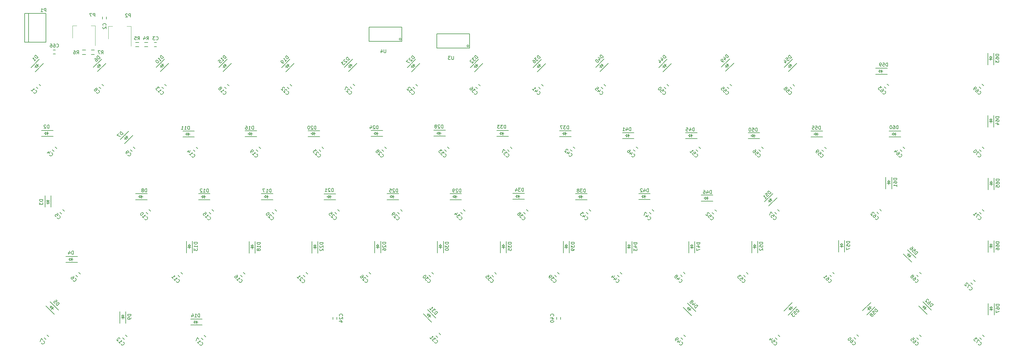
<source format=gbo>
G04 #@! TF.FileFunction,Legend,Bot*
%FSLAX46Y46*%
G04 Gerber Fmt 4.6, Leading zero omitted, Abs format (unit mm)*
G04 Created by KiCad (PCBNEW 4.0.7) date Fri Feb  9 22:51:10 2018*
%MOMM*%
%LPD*%
G01*
G04 APERTURE LIST*
%ADD10C,0.100000*%
%ADD11C,0.150000*%
%ADD12C,0.120000*%
G04 APERTURE END LIST*
D10*
D11*
X115773981Y110136000D02*
G75*
G03X115773981Y110136000I-283981J0D01*
G01*
X115998000Y109501000D02*
X106092000Y109501000D01*
X115998000Y113819000D02*
X115998000Y109501000D01*
X106092000Y113819000D02*
X115998000Y113819000D01*
X106092000Y109501000D02*
X106092000Y113819000D01*
X181218249Y38613223D02*
X181713223Y38118249D01*
X182561751Y38966777D02*
X182066777Y39461751D01*
X124218249Y38613223D02*
X124713223Y38118249D01*
X125561751Y38966777D02*
X125066777Y39461751D01*
X5365494Y101765494D02*
X5096086Y101496086D01*
X6083914Y102483914D02*
X5814506Y102214506D01*
X5814506Y102214506D02*
X5096086Y102034901D01*
X5096086Y102034901D02*
X5634901Y101496086D01*
X5634901Y101496086D02*
X5814506Y102214506D01*
X5455296Y102573717D02*
X6173717Y101855296D01*
X7640610Y102767817D02*
X5137452Y100264659D01*
X6367817Y104040610D02*
X3864659Y101537452D01*
D12*
X27280000Y114000000D02*
X28540000Y114000000D01*
X34100000Y114000000D02*
X32840000Y114000000D01*
X27280000Y110240000D02*
X27280000Y114000000D01*
X34100000Y107990000D02*
X34100000Y114000000D01*
D11*
X50972500Y81390000D02*
X50591500Y81390000D01*
X51988500Y81390000D02*
X51607500Y81390000D01*
X51607500Y81390000D02*
X50972500Y81771000D01*
X50972500Y81771000D02*
X50972500Y81009000D01*
X50972500Y81009000D02*
X51607500Y81390000D01*
X51607500Y81898000D02*
X51607500Y80882000D01*
X53290000Y80490000D02*
X49750000Y80490000D01*
X53290000Y82290000D02*
X49750000Y82290000D01*
X8237500Y81570000D02*
X7856500Y81570000D01*
X9253500Y81570000D02*
X8872500Y81570000D01*
X8872500Y81570000D02*
X8237500Y81951000D01*
X8237500Y81951000D02*
X8237500Y81189000D01*
X8237500Y81189000D02*
X8872500Y81570000D01*
X8872500Y82078000D02*
X8872500Y81062000D01*
X10555000Y80670000D02*
X7015000Y80670000D01*
X10555000Y82470000D02*
X7015000Y82470000D01*
X9000000Y60447500D02*
X9000000Y60066500D01*
X9000000Y61463500D02*
X9000000Y61082500D01*
X9000000Y61082500D02*
X8619000Y60447500D01*
X8619000Y60447500D02*
X9381000Y60447500D01*
X9381000Y60447500D02*
X9000000Y61082500D01*
X8492000Y61082500D02*
X9508000Y61082500D01*
X9900000Y62765000D02*
X9900000Y59225000D01*
X8100000Y62765000D02*
X8100000Y59225000D01*
X15622500Y43390000D02*
X15241500Y43390000D01*
X16638500Y43390000D02*
X16257500Y43390000D01*
X16257500Y43390000D02*
X15622500Y43771000D01*
X15622500Y43771000D02*
X15622500Y43009000D01*
X15622500Y43009000D02*
X16257500Y43390000D01*
X16257500Y43898000D02*
X16257500Y42882000D01*
X17940000Y42490000D02*
X14400000Y42490000D01*
X17940000Y44290000D02*
X14400000Y44290000D01*
X9915494Y29014506D02*
X9646086Y29283914D01*
X10633914Y28296086D02*
X10364506Y28565494D01*
X10364506Y28565494D02*
X10184901Y29283914D01*
X10184901Y29283914D02*
X9646086Y28745099D01*
X9646086Y28745099D02*
X10364506Y28565494D01*
X10723717Y28924704D02*
X10005296Y28206283D01*
X10917817Y26739390D02*
X8414659Y29242548D01*
X12190610Y28012183D02*
X9687452Y30515341D01*
X24209374Y101809374D02*
X23939966Y101539966D01*
X24927794Y102527794D02*
X24658386Y102258386D01*
X24658386Y102258386D02*
X23939966Y102078781D01*
X23939966Y102078781D02*
X24478781Y101539966D01*
X24478781Y101539966D02*
X24658386Y102258386D01*
X24299176Y102617597D02*
X25017597Y101899176D01*
X26484490Y102811697D02*
X23981332Y100308539D01*
X25211697Y104084490D02*
X22708539Y101581332D01*
X32415494Y80015494D02*
X32146086Y79746086D01*
X33133914Y80733914D02*
X32864506Y80464506D01*
X32864506Y80464506D02*
X32146086Y80284901D01*
X32146086Y80284901D02*
X32684901Y79746086D01*
X32684901Y79746086D02*
X32864506Y80464506D01*
X32505296Y80823717D02*
X33223717Y80105296D01*
X34690610Y81017817D02*
X32187452Y78514659D01*
X33417817Y82290610D02*
X30914659Y79787452D01*
X36737500Y62400000D02*
X36356500Y62400000D01*
X37753500Y62400000D02*
X37372500Y62400000D01*
X37372500Y62400000D02*
X36737500Y62781000D01*
X36737500Y62781000D02*
X36737500Y62019000D01*
X36737500Y62019000D02*
X37372500Y62400000D01*
X37372500Y62908000D02*
X37372500Y61892000D01*
X39055000Y61500000D02*
X35515000Y61500000D01*
X39055000Y63300000D02*
X35515000Y63300000D01*
X31650000Y26337500D02*
X31650000Y26718500D01*
X31650000Y25321500D02*
X31650000Y25702500D01*
X31650000Y25702500D02*
X32031000Y26337500D01*
X32031000Y26337500D02*
X31269000Y26337500D01*
X31269000Y26337500D02*
X31650000Y25702500D01*
X32158000Y25702500D02*
X31142000Y25702500D01*
X30750000Y24020000D02*
X30750000Y27560000D01*
X32550000Y24020000D02*
X32550000Y27560000D01*
X43259374Y101859374D02*
X42989966Y101589966D01*
X43977794Y102577794D02*
X43708386Y102308386D01*
X43708386Y102308386D02*
X42989966Y102128781D01*
X42989966Y102128781D02*
X43528781Y101589966D01*
X43528781Y101589966D02*
X43708386Y102308386D01*
X43349176Y102667597D02*
X44067597Y101949176D01*
X45534490Y102861697D02*
X43031332Y100358539D01*
X44261697Y104134490D02*
X41758539Y101631332D01*
X55712500Y62380000D02*
X55331500Y62380000D01*
X56728500Y62380000D02*
X56347500Y62380000D01*
X56347500Y62380000D02*
X55712500Y62761000D01*
X55712500Y62761000D02*
X55712500Y61999000D01*
X55712500Y61999000D02*
X56347500Y62380000D01*
X56347500Y62888000D02*
X56347500Y61872000D01*
X58030000Y61480000D02*
X54490000Y61480000D01*
X58030000Y63280000D02*
X54490000Y63280000D01*
X51750000Y47667500D02*
X51750000Y48048500D01*
X51750000Y46651500D02*
X51750000Y47032500D01*
X51750000Y47032500D02*
X52131000Y47667500D01*
X52131000Y47667500D02*
X51369000Y47667500D01*
X51369000Y47667500D02*
X51750000Y47032500D01*
X52258000Y47032500D02*
X51242000Y47032500D01*
X50850000Y45350000D02*
X50850000Y48890000D01*
X52650000Y45350000D02*
X52650000Y48890000D01*
X53352500Y24390000D02*
X52971500Y24390000D01*
X54368500Y24390000D02*
X53987500Y24390000D01*
X53987500Y24390000D02*
X53352500Y24771000D01*
X53352500Y24771000D02*
X53352500Y24009000D01*
X53352500Y24009000D02*
X53987500Y24390000D01*
X53987500Y24898000D02*
X53987500Y23882000D01*
X55670000Y23490000D02*
X52130000Y23490000D01*
X55670000Y25290000D02*
X52130000Y25290000D01*
X62215494Y101815494D02*
X61946086Y101546086D01*
X62933914Y102533914D02*
X62664506Y102264506D01*
X62664506Y102264506D02*
X61946086Y102084901D01*
X61946086Y102084901D02*
X62484901Y101546086D01*
X62484901Y101546086D02*
X62664506Y102264506D01*
X62305296Y102623717D02*
X63023717Y101905296D01*
X64490610Y102817817D02*
X61987452Y100314659D01*
X63217817Y104090610D02*
X60714659Y101587452D01*
X69842500Y81470000D02*
X69461500Y81470000D01*
X70858500Y81470000D02*
X70477500Y81470000D01*
X70477500Y81470000D02*
X69842500Y81851000D01*
X69842500Y81851000D02*
X69842500Y81089000D01*
X69842500Y81089000D02*
X70477500Y81470000D01*
X70477500Y81978000D02*
X70477500Y80962000D01*
X72160000Y80570000D02*
X68620000Y80570000D01*
X72160000Y82370000D02*
X68620000Y82370000D01*
X74712500Y62390000D02*
X74331500Y62390000D01*
X75728500Y62390000D02*
X75347500Y62390000D01*
X75347500Y62390000D02*
X74712500Y62771000D01*
X74712500Y62771000D02*
X74712500Y62009000D01*
X74712500Y62009000D02*
X75347500Y62390000D01*
X75347500Y62898000D02*
X75347500Y61882000D01*
X77030000Y61490000D02*
X73490000Y61490000D01*
X77030000Y63290000D02*
X73490000Y63290000D01*
X70750000Y47607500D02*
X70750000Y47988500D01*
X70750000Y46591500D02*
X70750000Y46972500D01*
X70750000Y46972500D02*
X71131000Y47607500D01*
X71131000Y47607500D02*
X70369000Y47607500D01*
X70369000Y47607500D02*
X70750000Y46972500D01*
X71258000Y46972500D02*
X70242000Y46972500D01*
X69850000Y45290000D02*
X69850000Y48830000D01*
X71650000Y45290000D02*
X71650000Y48830000D01*
X81165494Y101765494D02*
X80896086Y101496086D01*
X81883914Y102483914D02*
X81614506Y102214506D01*
X81614506Y102214506D02*
X80896086Y102034901D01*
X80896086Y102034901D02*
X81434901Y101496086D01*
X81434901Y101496086D02*
X81614506Y102214506D01*
X81255296Y102573717D02*
X81973717Y101855296D01*
X83440610Y102767817D02*
X80937452Y100264659D01*
X82167817Y104040610D02*
X79664659Y101537452D01*
X88882500Y81500000D02*
X88501500Y81500000D01*
X89898500Y81500000D02*
X89517500Y81500000D01*
X89517500Y81500000D02*
X88882500Y81881000D01*
X88882500Y81881000D02*
X88882500Y81119000D01*
X88882500Y81119000D02*
X89517500Y81500000D01*
X89517500Y82008000D02*
X89517500Y80992000D01*
X91200000Y80600000D02*
X87660000Y80600000D01*
X91200000Y82400000D02*
X87660000Y82400000D01*
X93702500Y62350000D02*
X93321500Y62350000D01*
X94718500Y62350000D02*
X94337500Y62350000D01*
X94337500Y62350000D02*
X93702500Y62731000D01*
X93702500Y62731000D02*
X93702500Y61969000D01*
X93702500Y61969000D02*
X94337500Y62350000D01*
X94337500Y62858000D02*
X94337500Y61842000D01*
X96020000Y61450000D02*
X92480000Y61450000D01*
X96020000Y63250000D02*
X92480000Y63250000D01*
X89720000Y47607500D02*
X89720000Y47988500D01*
X89720000Y46591500D02*
X89720000Y46972500D01*
X89720000Y46972500D02*
X90101000Y47607500D01*
X90101000Y47607500D02*
X89339000Y47607500D01*
X89339000Y47607500D02*
X89720000Y46972500D01*
X90228000Y46972500D02*
X89212000Y46972500D01*
X88820000Y45290000D02*
X88820000Y48830000D01*
X90620000Y45290000D02*
X90620000Y48830000D01*
X100165494Y101815494D02*
X99896086Y101546086D01*
X100883914Y102533914D02*
X100614506Y102264506D01*
X100614506Y102264506D02*
X99896086Y102084901D01*
X99896086Y102084901D02*
X100434901Y101546086D01*
X100434901Y101546086D02*
X100614506Y102264506D01*
X100255296Y102623717D02*
X100973717Y101905296D01*
X102440610Y102817817D02*
X99937452Y100314659D01*
X101167817Y104090610D02*
X98664659Y101587452D01*
X107907500Y81560000D02*
X107526500Y81560000D01*
X108923500Y81560000D02*
X108542500Y81560000D01*
X108542500Y81560000D02*
X107907500Y81941000D01*
X107907500Y81941000D02*
X107907500Y81179000D01*
X107907500Y81179000D02*
X108542500Y81560000D01*
X108542500Y82068000D02*
X108542500Y81052000D01*
X110225000Y80660000D02*
X106685000Y80660000D01*
X110225000Y82460000D02*
X106685000Y82460000D01*
X112722500Y62400000D02*
X112341500Y62400000D01*
X113738500Y62400000D02*
X113357500Y62400000D01*
X113357500Y62400000D02*
X112722500Y62781000D01*
X112722500Y62781000D02*
X112722500Y62019000D01*
X112722500Y62019000D02*
X113357500Y62400000D01*
X113357500Y62908000D02*
X113357500Y61892000D01*
X115040000Y61500000D02*
X111500000Y61500000D01*
X115040000Y63300000D02*
X111500000Y63300000D01*
X108710000Y47677500D02*
X108710000Y48058500D01*
X108710000Y46661500D02*
X108710000Y47042500D01*
X108710000Y47042500D02*
X109091000Y47677500D01*
X109091000Y47677500D02*
X108329000Y47677500D01*
X108329000Y47677500D02*
X108710000Y47042500D01*
X109218000Y47042500D02*
X108202000Y47042500D01*
X107810000Y45360000D02*
X107810000Y48900000D01*
X109610000Y45360000D02*
X109610000Y48900000D01*
X119171614Y101771614D02*
X118902206Y101502206D01*
X119890034Y102490034D02*
X119620626Y102220626D01*
X119620626Y102220626D02*
X118902206Y102041021D01*
X118902206Y102041021D02*
X119441021Y101502206D01*
X119441021Y101502206D02*
X119620626Y102220626D01*
X119261416Y102579837D02*
X119979837Y101861416D01*
X121446730Y102773937D02*
X118943572Y100270779D01*
X120173937Y104046730D02*
X117670779Y101543572D01*
X126897500Y81620000D02*
X126516500Y81620000D01*
X127913500Y81620000D02*
X127532500Y81620000D01*
X127532500Y81620000D02*
X126897500Y82001000D01*
X126897500Y82001000D02*
X126897500Y81239000D01*
X126897500Y81239000D02*
X127532500Y81620000D01*
X127532500Y82128000D02*
X127532500Y81112000D01*
X129215000Y80720000D02*
X125675000Y80720000D01*
X129215000Y82520000D02*
X125675000Y82520000D01*
X131742500Y62390000D02*
X131361500Y62390000D01*
X132758500Y62390000D02*
X132377500Y62390000D01*
X132377500Y62390000D02*
X131742500Y62771000D01*
X131742500Y62771000D02*
X131742500Y62009000D01*
X131742500Y62009000D02*
X132377500Y62390000D01*
X132377500Y62898000D02*
X132377500Y61882000D01*
X134060000Y61490000D02*
X130520000Y61490000D01*
X134060000Y63290000D02*
X130520000Y63290000D01*
X127670000Y47692500D02*
X127670000Y48073500D01*
X127670000Y46676500D02*
X127670000Y47057500D01*
X127670000Y47057500D02*
X128051000Y47692500D01*
X128051000Y47692500D02*
X127289000Y47692500D01*
X127289000Y47692500D02*
X127670000Y47057500D01*
X128178000Y47057500D02*
X127162000Y47057500D01*
X126770000Y45375000D02*
X126770000Y48915000D01*
X128570000Y45375000D02*
X128570000Y48915000D01*
X123975494Y26654506D02*
X123706086Y26923914D01*
X124693914Y25936086D02*
X124424506Y26205494D01*
X124424506Y26205494D02*
X124244901Y26923914D01*
X124244901Y26923914D02*
X123706086Y26385099D01*
X123706086Y26385099D02*
X124424506Y26205494D01*
X124783717Y26564704D02*
X124065296Y25846283D01*
X124977817Y24379390D02*
X122474659Y26882548D01*
X126250610Y25652183D02*
X123747452Y28155341D01*
X138215494Y101765494D02*
X137946086Y101496086D01*
X138933914Y102483914D02*
X138664506Y102214506D01*
X138664506Y102214506D02*
X137946086Y102034901D01*
X137946086Y102034901D02*
X138484901Y101496086D01*
X138484901Y101496086D02*
X138664506Y102214506D01*
X138305296Y102573717D02*
X139023717Y101855296D01*
X140490610Y102767817D02*
X137987452Y100264659D01*
X139217817Y104040610D02*
X136714659Y101537452D01*
X145907500Y81550000D02*
X145526500Y81550000D01*
X146923500Y81550000D02*
X146542500Y81550000D01*
X146542500Y81550000D02*
X145907500Y81931000D01*
X145907500Y81931000D02*
X145907500Y81169000D01*
X145907500Y81169000D02*
X146542500Y81550000D01*
X146542500Y82058000D02*
X146542500Y81042000D01*
X148225000Y80650000D02*
X144685000Y80650000D01*
X148225000Y82450000D02*
X144685000Y82450000D01*
X150742500Y62500000D02*
X150361500Y62500000D01*
X151758500Y62500000D02*
X151377500Y62500000D01*
X151377500Y62500000D02*
X150742500Y62881000D01*
X150742500Y62881000D02*
X150742500Y62119000D01*
X150742500Y62119000D02*
X151377500Y62500000D01*
X151377500Y63008000D02*
X151377500Y61992000D01*
X153060000Y61600000D02*
X149520000Y61600000D01*
X153060000Y63400000D02*
X149520000Y63400000D01*
X146690000Y47657500D02*
X146690000Y48038500D01*
X146690000Y46641500D02*
X146690000Y47022500D01*
X146690000Y47022500D02*
X147071000Y47657500D01*
X147071000Y47657500D02*
X146309000Y47657500D01*
X146309000Y47657500D02*
X146690000Y47022500D01*
X147198000Y47022500D02*
X146182000Y47022500D01*
X145790000Y45340000D02*
X145790000Y48880000D01*
X147590000Y45340000D02*
X147590000Y48880000D01*
X157215494Y101765494D02*
X156946086Y101496086D01*
X157933914Y102483914D02*
X157664506Y102214506D01*
X157664506Y102214506D02*
X156946086Y102034901D01*
X156946086Y102034901D02*
X157484901Y101496086D01*
X157484901Y101496086D02*
X157664506Y102214506D01*
X157305296Y102573717D02*
X158023717Y101855296D01*
X159490610Y102767817D02*
X156987452Y100264659D01*
X158217817Y104040610D02*
X155714659Y101537452D01*
X164907500Y81500000D02*
X164526500Y81500000D01*
X165923500Y81500000D02*
X165542500Y81500000D01*
X165542500Y81500000D02*
X164907500Y81881000D01*
X164907500Y81881000D02*
X164907500Y81119000D01*
X164907500Y81119000D02*
X165542500Y81500000D01*
X165542500Y82008000D02*
X165542500Y80992000D01*
X167225000Y80600000D02*
X163685000Y80600000D01*
X167225000Y82400000D02*
X163685000Y82400000D01*
X169752500Y62380000D02*
X169371500Y62380000D01*
X170768500Y62380000D02*
X170387500Y62380000D01*
X170387500Y62380000D02*
X169752500Y62761000D01*
X169752500Y62761000D02*
X169752500Y61999000D01*
X169752500Y61999000D02*
X170387500Y62380000D01*
X170387500Y62888000D02*
X170387500Y61872000D01*
X172070000Y61480000D02*
X168530000Y61480000D01*
X172070000Y63280000D02*
X168530000Y63280000D01*
X165730000Y47667500D02*
X165730000Y48048500D01*
X165730000Y46651500D02*
X165730000Y47032500D01*
X165730000Y47032500D02*
X166111000Y47667500D01*
X166111000Y47667500D02*
X165349000Y47667500D01*
X165349000Y47667500D02*
X165730000Y47032500D01*
X166238000Y47032500D02*
X165222000Y47032500D01*
X164830000Y45350000D02*
X164830000Y48890000D01*
X166630000Y45350000D02*
X166630000Y48890000D01*
X176165494Y101815494D02*
X175896086Y101546086D01*
X176883914Y102533914D02*
X176614506Y102264506D01*
X176614506Y102264506D02*
X175896086Y102084901D01*
X175896086Y102084901D02*
X176434901Y101546086D01*
X176434901Y101546086D02*
X176614506Y102264506D01*
X176255296Y102623717D02*
X176973717Y101905296D01*
X178440610Y102817817D02*
X175937452Y100314659D01*
X177167817Y104090610D02*
X174664659Y101587452D01*
X183902500Y80900000D02*
X183521500Y80900000D01*
X184918500Y80900000D02*
X184537500Y80900000D01*
X184537500Y80900000D02*
X183902500Y81281000D01*
X183902500Y81281000D02*
X183902500Y80519000D01*
X183902500Y80519000D02*
X184537500Y80900000D01*
X184537500Y81408000D02*
X184537500Y80392000D01*
X186220000Y80000000D02*
X182680000Y80000000D01*
X186220000Y81800000D02*
X182680000Y81800000D01*
X188812500Y62460000D02*
X188431500Y62460000D01*
X189828500Y62460000D02*
X189447500Y62460000D01*
X189447500Y62460000D02*
X188812500Y62841000D01*
X188812500Y62841000D02*
X188812500Y62079000D01*
X188812500Y62079000D02*
X189447500Y62460000D01*
X189447500Y62968000D02*
X189447500Y61952000D01*
X191130000Y61560000D02*
X187590000Y61560000D01*
X191130000Y63360000D02*
X187590000Y63360000D01*
X184690000Y47637500D02*
X184690000Y48018500D01*
X184690000Y46621500D02*
X184690000Y47002500D01*
X184690000Y47002500D02*
X185071000Y47637500D01*
X185071000Y47637500D02*
X184309000Y47637500D01*
X184309000Y47637500D02*
X184690000Y47002500D01*
X185198000Y47002500D02*
X184182000Y47002500D01*
X183790000Y45320000D02*
X183790000Y48860000D01*
X185590000Y45320000D02*
X185590000Y48860000D01*
X195215494Y101765494D02*
X194946086Y101496086D01*
X195933914Y102483914D02*
X195664506Y102214506D01*
X195664506Y102214506D02*
X194946086Y102034901D01*
X194946086Y102034901D02*
X195484901Y101496086D01*
X195484901Y101496086D02*
X195664506Y102214506D01*
X195305296Y102573717D02*
X196023717Y101855296D01*
X197490610Y102767817D02*
X194987452Y100264659D01*
X196217817Y104040610D02*
X193714659Y101537452D01*
X202962500Y80920000D02*
X202581500Y80920000D01*
X203978500Y80920000D02*
X203597500Y80920000D01*
X203597500Y80920000D02*
X202962500Y81301000D01*
X202962500Y81301000D02*
X202962500Y80539000D01*
X202962500Y80539000D02*
X203597500Y80920000D01*
X203597500Y81428000D02*
X203597500Y80412000D01*
X205280000Y80020000D02*
X201740000Y80020000D01*
X205280000Y81820000D02*
X201740000Y81820000D01*
X207717500Y61960000D02*
X207336500Y61960000D01*
X208733500Y61960000D02*
X208352500Y61960000D01*
X208352500Y61960000D02*
X207717500Y62341000D01*
X207717500Y62341000D02*
X207717500Y61579000D01*
X207717500Y61579000D02*
X208352500Y61960000D01*
X208352500Y62468000D02*
X208352500Y61452000D01*
X210035000Y61060000D02*
X206495000Y61060000D01*
X210035000Y62860000D02*
X206495000Y62860000D01*
X203700000Y47647500D02*
X203700000Y48028500D01*
X203700000Y46631500D02*
X203700000Y47012500D01*
X203700000Y47012500D02*
X204081000Y47647500D01*
X204081000Y47647500D02*
X203319000Y47647500D01*
X203319000Y47647500D02*
X203700000Y47012500D01*
X204208000Y47012500D02*
X203192000Y47012500D01*
X202800000Y45330000D02*
X202800000Y48870000D01*
X204600000Y45330000D02*
X204600000Y48870000D01*
X202615494Y28614506D02*
X202346086Y28883914D01*
X203333914Y27896086D02*
X203064506Y28165494D01*
X203064506Y28165494D02*
X202884901Y28883914D01*
X202884901Y28883914D02*
X202346086Y28345099D01*
X202346086Y28345099D02*
X203064506Y28165494D01*
X203423717Y28524704D02*
X202705296Y27806283D01*
X203617817Y26339390D02*
X201114659Y28842548D01*
X204890610Y27612183D02*
X202387452Y30115341D01*
X214115494Y101865494D02*
X213846086Y101596086D01*
X214833914Y102583914D02*
X214564506Y102314506D01*
X214564506Y102314506D02*
X213846086Y102134901D01*
X213846086Y102134901D02*
X214384901Y101596086D01*
X214384901Y101596086D02*
X214564506Y102314506D01*
X214205296Y102673717D02*
X214923717Y101955296D01*
X216390610Y102867817D02*
X213887452Y100364659D01*
X215117817Y104140610D02*
X212614659Y101637452D01*
X221912500Y80860000D02*
X221531500Y80860000D01*
X222928500Y80860000D02*
X222547500Y80860000D01*
X222547500Y80860000D02*
X221912500Y81241000D01*
X221912500Y81241000D02*
X221912500Y80479000D01*
X221912500Y80479000D02*
X222547500Y80860000D01*
X222547500Y81368000D02*
X222547500Y80352000D01*
X224230000Y79960000D02*
X220690000Y79960000D01*
X224230000Y81760000D02*
X220690000Y81760000D01*
X227159374Y61059374D02*
X226889966Y60789966D01*
X227877794Y61777794D02*
X227608386Y61508386D01*
X227608386Y61508386D02*
X226889966Y61328781D01*
X226889966Y61328781D02*
X227428781Y60789966D01*
X227428781Y60789966D02*
X227608386Y61508386D01*
X227249176Y61867597D02*
X227967597Y61149176D01*
X229434490Y62061697D02*
X226931332Y59558539D01*
X228161697Y63334490D02*
X225658539Y60831332D01*
X222700000Y47687500D02*
X222700000Y48068500D01*
X222700000Y46671500D02*
X222700000Y47052500D01*
X222700000Y47052500D02*
X223081000Y47687500D01*
X223081000Y47687500D02*
X222319000Y47687500D01*
X222319000Y47687500D02*
X222700000Y47052500D01*
X223208000Y47052500D02*
X222192000Y47052500D01*
X221800000Y45370000D02*
X221800000Y48910000D01*
X223600000Y45370000D02*
X223600000Y48910000D01*
X233804506Y28784506D02*
X234073914Y29053914D01*
X233086086Y28066086D02*
X233355494Y28335494D01*
X233355494Y28335494D02*
X234073914Y28515099D01*
X234073914Y28515099D02*
X233535099Y29053914D01*
X233535099Y29053914D02*
X233355494Y28335494D01*
X233714704Y27976283D02*
X232996283Y28694704D01*
X231529390Y27782183D02*
X234032548Y30285341D01*
X232802183Y26509390D02*
X235305341Y29012548D01*
X233165494Y101815494D02*
X232896086Y101546086D01*
X233883914Y102533914D02*
X233614506Y102264506D01*
X233614506Y102264506D02*
X232896086Y102084901D01*
X232896086Y102084901D02*
X233434901Y101546086D01*
X233434901Y101546086D02*
X233614506Y102264506D01*
X233255296Y102623717D02*
X233973717Y101905296D01*
X235440610Y102817817D02*
X232937452Y100314659D01*
X234167817Y104090610D02*
X231664659Y101587452D01*
X240952500Y81380000D02*
X240571500Y81380000D01*
X241968500Y81380000D02*
X241587500Y81380000D01*
X241587500Y81380000D02*
X240952500Y81761000D01*
X240952500Y81761000D02*
X240952500Y80999000D01*
X240952500Y80999000D02*
X241587500Y81380000D01*
X241587500Y81888000D02*
X241587500Y80872000D01*
X243270000Y80480000D02*
X239730000Y80480000D01*
X243270000Y82280000D02*
X239730000Y82280000D01*
X248990000Y47957500D02*
X248990000Y48338500D01*
X248990000Y46941500D02*
X248990000Y47322500D01*
X248990000Y47322500D02*
X249371000Y47957500D01*
X249371000Y47957500D02*
X248609000Y47957500D01*
X248609000Y47957500D02*
X248990000Y47322500D01*
X249498000Y47322500D02*
X248482000Y47322500D01*
X248090000Y45640000D02*
X248090000Y49180000D01*
X249890000Y45640000D02*
X249890000Y49180000D01*
X257590626Y28830626D02*
X257860034Y29100034D01*
X256872206Y28112206D02*
X257141614Y28381614D01*
X257141614Y28381614D02*
X257860034Y28561219D01*
X257860034Y28561219D02*
X257321219Y29100034D01*
X257321219Y29100034D02*
X257141614Y28381614D01*
X257500824Y28022403D02*
X256782403Y28740824D01*
X255315510Y27828303D02*
X257818668Y30331461D01*
X256588303Y26555510D02*
X259091461Y29058668D01*
X260452500Y100410000D02*
X260071500Y100410000D01*
X261468500Y100410000D02*
X261087500Y100410000D01*
X261087500Y100410000D02*
X260452500Y100791000D01*
X260452500Y100791000D02*
X260452500Y100029000D01*
X260452500Y100029000D02*
X261087500Y100410000D01*
X261087500Y100918000D02*
X261087500Y99902000D01*
X262770000Y99510000D02*
X259230000Y99510000D01*
X262770000Y101310000D02*
X259230000Y101310000D01*
X264522500Y81390000D02*
X264141500Y81390000D01*
X265538500Y81390000D02*
X265157500Y81390000D01*
X265157500Y81390000D02*
X264522500Y81771000D01*
X264522500Y81771000D02*
X264522500Y81009000D01*
X264522500Y81009000D02*
X265157500Y81390000D01*
X265157500Y81898000D02*
X265157500Y80882000D01*
X266840000Y80490000D02*
X263300000Y80490000D01*
X266840000Y82290000D02*
X263300000Y82290000D01*
X263240000Y67057500D02*
X263240000Y67438500D01*
X263240000Y66041500D02*
X263240000Y66422500D01*
X263240000Y66422500D02*
X263621000Y67057500D01*
X263621000Y67057500D02*
X262859000Y67057500D01*
X262859000Y67057500D02*
X263240000Y66422500D01*
X263748000Y66422500D02*
X262732000Y66422500D01*
X262340000Y64740000D02*
X262340000Y68280000D01*
X264140000Y64740000D02*
X264140000Y68280000D01*
X273790494Y29020626D02*
X273521086Y29290034D01*
X274508914Y28302206D02*
X274239506Y28571614D01*
X274239506Y28571614D02*
X274059901Y29290034D01*
X274059901Y29290034D02*
X273521086Y28751219D01*
X273521086Y28751219D02*
X274239506Y28571614D01*
X274598717Y28930824D02*
X273880296Y28212403D01*
X274792817Y26745510D02*
X272289659Y29248668D01*
X276065610Y28018303D02*
X273562452Y30521461D01*
X26715000Y116215000D02*
X26715000Y116915000D01*
X25515000Y116915000D02*
X25515000Y116215000D01*
X41140000Y107890000D02*
X41840000Y107890000D01*
X41840000Y109090000D02*
X41140000Y109090000D01*
X38165000Y107815000D02*
X39165000Y107815000D01*
X39165000Y109165000D02*
X38165000Y109165000D01*
X35465000Y107815000D02*
X36465000Y107815000D01*
X36465000Y109165000D02*
X35465000Y109165000D01*
X5468249Y95613223D02*
X5963223Y95118249D01*
X6811751Y95966777D02*
X6316777Y96461751D01*
X10318249Y76613223D02*
X10813223Y76118249D01*
X11661751Y76966777D02*
X11166777Y77461751D01*
X12618249Y57613223D02*
X13113223Y57118249D01*
X13961751Y57966777D02*
X13466777Y58461751D01*
X17418249Y38613223D02*
X17913223Y38118249D01*
X18761751Y38966777D02*
X18266777Y39461751D01*
X7868249Y19613223D02*
X8363223Y19118249D01*
X9211751Y19966777D02*
X8716777Y20461751D01*
X24468249Y95613223D02*
X24963223Y95118249D01*
X25811751Y95966777D02*
X25316777Y96461751D01*
X33968249Y76613223D02*
X34463223Y76118249D01*
X35311751Y76966777D02*
X34816777Y77461751D01*
X38718249Y57613223D02*
X39213223Y57118249D01*
X40061751Y57966777D02*
X39566777Y58461751D01*
X48318249Y38613223D02*
X48813223Y38118249D01*
X49661751Y38966777D02*
X49166777Y39461751D01*
X31618249Y19613223D02*
X32113223Y19118249D01*
X32961751Y19966777D02*
X32466777Y20461751D01*
X43468249Y95613223D02*
X43963223Y95118249D01*
X44811751Y95966777D02*
X44316777Y96461751D01*
X52968249Y76563223D02*
X53463223Y76068249D01*
X54311751Y76916777D02*
X53816777Y77411751D01*
X57737919Y57613223D02*
X58232893Y57118249D01*
X59081421Y57966777D02*
X58586447Y58461751D01*
X67268249Y38613223D02*
X67763223Y38118249D01*
X68611751Y38966777D02*
X68116777Y39461751D01*
X55368249Y19563223D02*
X55863223Y19068249D01*
X56711751Y19916777D02*
X56216777Y20411751D01*
X62418249Y95613223D02*
X62913223Y95118249D01*
X63761751Y95966777D02*
X63266777Y96461751D01*
X71987919Y76593553D02*
X72482893Y76098579D01*
X73331421Y76947107D02*
X72836447Y77442081D01*
X76768249Y57613223D02*
X77263223Y57118249D01*
X78111751Y57966777D02*
X77616777Y58461751D01*
X86218249Y38563223D02*
X86713223Y38068249D01*
X87561751Y38916777D02*
X87066777Y39411751D01*
X81387919Y95593553D02*
X81882893Y95098579D01*
X82731421Y95947107D02*
X82236447Y96442081D01*
X90987919Y76593553D02*
X91482893Y76098579D01*
X92331421Y76947107D02*
X91836447Y77442081D01*
X96340000Y25240000D02*
X96340000Y25940000D01*
X95140000Y25940000D02*
X95140000Y25240000D01*
X95787919Y57643553D02*
X96282893Y57148579D01*
X97131421Y57997107D02*
X96636447Y58492081D01*
X105268249Y38613223D02*
X105763223Y38118249D01*
X106611751Y38966777D02*
X106116777Y39461751D01*
X100387919Y95643553D02*
X100882893Y95148579D01*
X101731421Y95997107D02*
X101236447Y96492081D01*
X109987919Y76593553D02*
X110482893Y76098579D01*
X111331421Y76947107D02*
X110836447Y77442081D01*
X114768249Y57613223D02*
X115263223Y57118249D01*
X116111751Y57966777D02*
X115616777Y58461751D01*
X126368249Y20213223D02*
X126863223Y19718249D01*
X127711751Y20566777D02*
X127216777Y21061751D01*
X119387919Y95593553D02*
X119882893Y95098579D01*
X120731421Y95947107D02*
X120236447Y96442081D01*
X128968249Y76613223D02*
X129463223Y76118249D01*
X130311751Y76966777D02*
X129816777Y77461751D01*
X133768249Y57613223D02*
X134263223Y57118249D01*
X135111751Y57966777D02*
X134616777Y58461751D01*
X143218249Y38613223D02*
X143713223Y38118249D01*
X144561751Y38966777D02*
X144066777Y39461751D01*
X138368249Y95613223D02*
X138863223Y95118249D01*
X139711751Y95966777D02*
X139216777Y96461751D01*
X147968249Y76613223D02*
X148463223Y76118249D01*
X149311751Y76966777D02*
X148816777Y77461751D01*
X152818249Y57613223D02*
X153313223Y57118249D01*
X154161751Y57966777D02*
X153666777Y58461751D01*
X162218249Y38613223D02*
X162713223Y38118249D01*
X163561751Y38966777D02*
X163066777Y39461751D01*
X162790000Y25940000D02*
X162790000Y25240000D01*
X163990000Y25240000D02*
X163990000Y25940000D01*
X157368249Y95563223D02*
X157863223Y95068249D01*
X158711751Y95916777D02*
X158216777Y96411751D01*
X168281421Y76997107D02*
X167786447Y77492081D01*
X166937919Y76643553D02*
X167432893Y76148579D01*
X171768249Y57613223D02*
X172263223Y57118249D01*
X173111751Y57966777D02*
X172616777Y58461751D01*
X176318249Y95563223D02*
X176813223Y95068249D01*
X177661751Y95916777D02*
X177166777Y96411751D01*
X185987919Y76643553D02*
X186482893Y76148579D01*
X187331421Y76997107D02*
X186836447Y77492081D01*
X190818249Y57613223D02*
X191313223Y57118249D01*
X192161751Y57966777D02*
X191666777Y58461751D01*
X200287919Y38643553D02*
X200782893Y38148579D01*
X201631421Y38997107D02*
X201136447Y39492081D01*
X200437919Y19643553D02*
X200932893Y19148579D01*
X201781421Y19997107D02*
X201286447Y20492081D01*
X195337919Y95593553D02*
X195832893Y95098579D01*
X196681421Y95947107D02*
X196186447Y96442081D01*
X205018249Y76613223D02*
X205513223Y76118249D01*
X206361751Y76966777D02*
X205866777Y77461751D01*
X209778249Y57593223D02*
X210273223Y57098249D01*
X211121751Y57946777D02*
X210626777Y58441751D01*
X219337919Y38593553D02*
X219832893Y38098579D01*
X220681421Y38947107D02*
X220186447Y39442081D01*
X228962919Y19643553D02*
X229457893Y19148579D01*
X230306421Y19997107D02*
X229811447Y20492081D01*
X214368249Y95613223D02*
X214863223Y95118249D01*
X215711751Y95966777D02*
X215216777Y96461751D01*
X223968249Y76613223D02*
X224463223Y76118249D01*
X225311751Y76966777D02*
X224816777Y77461751D01*
X228787919Y57643553D02*
X229282893Y57148579D01*
X230131421Y57997107D02*
X229636447Y58492081D01*
X233387919Y95593553D02*
X233882893Y95098579D01*
X234731421Y95947107D02*
X234236447Y96442081D01*
X242968249Y76563223D02*
X243463223Y76068249D01*
X244311751Y76916777D02*
X243816777Y77411751D01*
X252712919Y19693553D02*
X253207893Y19198579D01*
X254056421Y20047107D02*
X253561447Y20542081D01*
X245418249Y38638223D02*
X245913223Y38143249D01*
X246761751Y38991777D02*
X246266777Y39486751D01*
X259637919Y57693553D02*
X260132893Y57198579D01*
X260981421Y58047107D02*
X260486447Y58542081D01*
X261887919Y95693553D02*
X262382893Y95198579D01*
X263231421Y96047107D02*
X262736447Y96542081D01*
X266737919Y76593553D02*
X267232893Y76098579D01*
X268081421Y76947107D02*
X267586447Y77442081D01*
X271712919Y19618553D02*
X272207893Y19123579D01*
X273056421Y19972107D02*
X272561447Y20467081D01*
X11290000Y106840000D02*
X10590000Y106840000D01*
X10590000Y105640000D02*
X11290000Y105640000D01*
D12*
X16430000Y114200000D02*
X17690000Y114200000D01*
X23250000Y114200000D02*
X21990000Y114200000D01*
X16430000Y110440000D02*
X16430000Y114200000D01*
X23250000Y108190000D02*
X23250000Y114200000D01*
D11*
X20415000Y106840000D02*
X19415000Y106840000D01*
X19415000Y105490000D02*
X20415000Y105490000D01*
X23065000Y106840000D02*
X22065000Y106840000D01*
X22065000Y105490000D02*
X23065000Y105490000D01*
X1947540Y109214100D02*
X1947540Y117914100D01*
X8352540Y109214100D02*
X8352540Y117914100D01*
X8352540Y117914100D02*
X1947540Y117914100D01*
X3177540Y117914100D02*
X3177540Y109214100D01*
X1947540Y109214100D02*
X8352540Y109214100D01*
X271668249Y38638223D02*
X272163223Y38143249D01*
X273011751Y38991777D02*
X272516777Y39486751D01*
X290618249Y95638223D02*
X291113223Y95143249D01*
X291961751Y95991777D02*
X291466777Y96486751D01*
X290668249Y76613223D02*
X291163223Y76118249D01*
X292011751Y76966777D02*
X291516777Y77461751D01*
X290693249Y57638223D02*
X291188223Y57143249D01*
X292036751Y57991777D02*
X291541777Y58486751D01*
X288018249Y36288223D02*
X288513223Y35793249D01*
X289361751Y36641777D02*
X288866777Y37136751D01*
X290762919Y19618553D02*
X291257893Y19123579D01*
X292106421Y19972107D02*
X291611447Y20467081D01*
X269155494Y44814506D02*
X268886086Y45083914D01*
X269873914Y44096086D02*
X269604506Y44365494D01*
X269604506Y44365494D02*
X269424901Y45083914D01*
X269424901Y45083914D02*
X268886086Y44545099D01*
X268886086Y44545099D02*
X269604506Y44365494D01*
X269963717Y44724704D02*
X269245296Y44006283D01*
X270157817Y42539390D02*
X267654659Y45042548D01*
X271430610Y43812183D02*
X268927452Y46315341D01*
X294090000Y104682500D02*
X294090000Y105063500D01*
X294090000Y103666500D02*
X294090000Y104047500D01*
X294090000Y104047500D02*
X294471000Y104682500D01*
X294471000Y104682500D02*
X293709000Y104682500D01*
X293709000Y104682500D02*
X294090000Y104047500D01*
X294598000Y104047500D02*
X293582000Y104047500D01*
X293190000Y102365000D02*
X293190000Y105905000D01*
X294990000Y102365000D02*
X294990000Y105905000D01*
X294115000Y85782500D02*
X294115000Y86163500D01*
X294115000Y84766500D02*
X294115000Y85147500D01*
X294115000Y85147500D02*
X294496000Y85782500D01*
X294496000Y85782500D02*
X293734000Y85782500D01*
X293734000Y85782500D02*
X294115000Y85147500D01*
X294623000Y85147500D02*
X293607000Y85147500D01*
X293215000Y83465000D02*
X293215000Y87005000D01*
X295015000Y83465000D02*
X295015000Y87005000D01*
X294190000Y66832500D02*
X294190000Y67213500D01*
X294190000Y65816500D02*
X294190000Y66197500D01*
X294190000Y66197500D02*
X294571000Y66832500D01*
X294571000Y66832500D02*
X293809000Y66832500D01*
X293809000Y66832500D02*
X294190000Y66197500D01*
X294698000Y66197500D02*
X293682000Y66197500D01*
X293290000Y64515000D02*
X293290000Y68055000D01*
X295090000Y64515000D02*
X295090000Y68055000D01*
X294165000Y47857500D02*
X294165000Y48238500D01*
X294165000Y46841500D02*
X294165000Y47222500D01*
X294165000Y47222500D02*
X294546000Y47857500D01*
X294546000Y47857500D02*
X293784000Y47857500D01*
X293784000Y47857500D02*
X294165000Y47222500D01*
X294673000Y47222500D02*
X293657000Y47222500D01*
X293265000Y45540000D02*
X293265000Y49080000D01*
X295065000Y45540000D02*
X295065000Y49080000D01*
X294215000Y28857500D02*
X294215000Y29238500D01*
X294215000Y27841500D02*
X294215000Y28222500D01*
X294215000Y28222500D02*
X294596000Y28857500D01*
X294596000Y28857500D02*
X293834000Y28857500D01*
X293834000Y28857500D02*
X294215000Y28222500D01*
X294723000Y28222500D02*
X293707000Y28222500D01*
X293315000Y26540000D02*
X293315000Y30080000D01*
X295115000Y26540000D02*
X295115000Y30080000D01*
X136243981Y108086000D02*
G75*
G03X136243981Y108086000I-283981J0D01*
G01*
X136468000Y107451000D02*
X126562000Y107451000D01*
X136468000Y111769000D02*
X136468000Y107451000D01*
X126562000Y111769000D02*
X136468000Y111769000D01*
X126562000Y107451000D02*
X126562000Y111769000D01*
X111171905Y107000619D02*
X111171905Y106191095D01*
X111124286Y106095857D01*
X111076667Y106048238D01*
X110981429Y106000619D01*
X110790952Y106000619D01*
X110695714Y106048238D01*
X110648095Y106095857D01*
X110600476Y106191095D01*
X110600476Y107000619D01*
X109695714Y106667286D02*
X109695714Y106000619D01*
X109933810Y107048238D02*
X110171905Y106333952D01*
X109552857Y106333952D01*
X180748527Y36739390D02*
X180748527Y36672047D01*
X180815871Y36537360D01*
X180883214Y36470016D01*
X181017902Y36402672D01*
X181152589Y36402672D01*
X181253604Y36436344D01*
X181421962Y36537359D01*
X181522978Y36638375D01*
X181623993Y36806734D01*
X181657665Y36907749D01*
X181657665Y37042436D01*
X181590321Y37177123D01*
X181522978Y37244467D01*
X181388291Y37311810D01*
X181320947Y37311810D01*
X180546497Y37749543D02*
X180075092Y37278138D01*
X180984230Y37850558D02*
X180647512Y37177123D01*
X180209779Y37614856D01*
X179873062Y38422978D02*
X179401657Y37951573D01*
X180310795Y38523993D02*
X179974077Y37850558D01*
X179536344Y38288291D01*
X123748527Y36739390D02*
X123748527Y36672047D01*
X123815871Y36537360D01*
X123883214Y36470016D01*
X124017902Y36402672D01*
X124152589Y36402672D01*
X124253604Y36436344D01*
X124421962Y36537359D01*
X124522978Y36638375D01*
X124623993Y36806734D01*
X124657665Y36907749D01*
X124657665Y37042436D01*
X124590321Y37177123D01*
X124522978Y37244467D01*
X124388291Y37311810D01*
X124320947Y37311810D01*
X124152589Y37614856D02*
X123714856Y38052589D01*
X123681185Y37547512D01*
X123580169Y37648528D01*
X123479154Y37682200D01*
X123411810Y37682200D01*
X123310794Y37648527D01*
X123142436Y37480169D01*
X123108764Y37379154D01*
X123108764Y37311810D01*
X123142436Y37210795D01*
X123344467Y37008764D01*
X123445482Y36975092D01*
X123512825Y36975092D01*
X123277123Y38490321D02*
X123209779Y38557665D01*
X123108764Y38591337D01*
X123041421Y38591337D01*
X122940405Y38557665D01*
X122772047Y38456650D01*
X122603687Y38288291D01*
X122502672Y38119932D01*
X122469001Y38018917D01*
X122469001Y37951573D01*
X122502672Y37850558D01*
X122570016Y37783214D01*
X122671032Y37749542D01*
X122738375Y37749542D01*
X122839390Y37783214D01*
X123007749Y37884229D01*
X123176108Y38052589D01*
X123277123Y38220947D01*
X123310795Y38321962D01*
X123310795Y38389306D01*
X123277123Y38490321D01*
X5981794Y104592030D02*
X5274687Y105299137D01*
X5106328Y105130778D01*
X5038984Y104996091D01*
X5038984Y104861404D01*
X5072656Y104760389D01*
X5173671Y104592030D01*
X5274687Y104491014D01*
X5443045Y104389999D01*
X5544061Y104356328D01*
X5678747Y104356328D01*
X5813435Y104423672D01*
X5981794Y104592030D01*
X4904297Y103514534D02*
X5308359Y103918595D01*
X5106328Y103716565D02*
X4399222Y104423672D01*
X4567580Y104390000D01*
X4702267Y104390000D01*
X4803282Y104423672D01*
X33953095Y116812619D02*
X33953095Y117812619D01*
X33572142Y117812619D01*
X33476904Y117765000D01*
X33429285Y117717381D01*
X33381666Y117622143D01*
X33381666Y117479286D01*
X33429285Y117384048D01*
X33476904Y117336429D01*
X33572142Y117288810D01*
X33953095Y117288810D01*
X33000714Y117717381D02*
X32953095Y117765000D01*
X32857857Y117812619D01*
X32619761Y117812619D01*
X32524523Y117765000D01*
X32476904Y117717381D01*
X32429285Y117622143D01*
X32429285Y117526905D01*
X32476904Y117384048D01*
X33048333Y116812619D01*
X32429285Y116812619D01*
X51779502Y82758419D02*
X51779502Y83758419D01*
X51541407Y83758419D01*
X51398549Y83710800D01*
X51303311Y83615562D01*
X51255692Y83520324D01*
X51208073Y83329848D01*
X51208073Y83186990D01*
X51255692Y82996514D01*
X51303311Y82901276D01*
X51398549Y82806038D01*
X51541407Y82758419D01*
X51779502Y82758419D01*
X50255692Y82758419D02*
X50827121Y82758419D01*
X50541407Y82758419D02*
X50541407Y83758419D01*
X50636645Y83615562D01*
X50731883Y83520324D01*
X50827121Y83472705D01*
X49303311Y82758419D02*
X49874740Y82758419D01*
X49589026Y82758419D02*
X49589026Y83758419D01*
X49684264Y83615562D01*
X49779502Y83520324D01*
X49874740Y83472705D01*
X9293095Y83117619D02*
X9293095Y84117619D01*
X9055000Y84117619D01*
X8912142Y84070000D01*
X8816904Y83974762D01*
X8769285Y83879524D01*
X8721666Y83689048D01*
X8721666Y83546190D01*
X8769285Y83355714D01*
X8816904Y83260476D01*
X8912142Y83165238D01*
X9055000Y83117619D01*
X9293095Y83117619D01*
X8340714Y84022381D02*
X8293095Y84070000D01*
X8197857Y84117619D01*
X7959761Y84117619D01*
X7864523Y84070000D01*
X7816904Y84022381D01*
X7769285Y83927143D01*
X7769285Y83831905D01*
X7816904Y83689048D01*
X8388333Y83117619D01*
X7769285Y83117619D01*
X7452381Y61503095D02*
X6452381Y61503095D01*
X6452381Y61265000D01*
X6500000Y61122142D01*
X6595238Y61026904D01*
X6690476Y60979285D01*
X6880952Y60931666D01*
X7023810Y60931666D01*
X7214286Y60979285D01*
X7309524Y61026904D01*
X7404762Y61122142D01*
X7452381Y61265000D01*
X7452381Y61503095D01*
X6452381Y60598333D02*
X6452381Y59979285D01*
X6833333Y60312619D01*
X6833333Y60169761D01*
X6880952Y60074523D01*
X6928571Y60026904D01*
X7023810Y59979285D01*
X7261905Y59979285D01*
X7357143Y60026904D01*
X7404762Y60074523D01*
X7452381Y60169761D01*
X7452381Y60455476D01*
X7404762Y60550714D01*
X7357143Y60598333D01*
X16678095Y44937619D02*
X16678095Y45937619D01*
X16440000Y45937619D01*
X16297142Y45890000D01*
X16201904Y45794762D01*
X16154285Y45699524D01*
X16106666Y45509048D01*
X16106666Y45366190D01*
X16154285Y45175714D01*
X16201904Y45080476D01*
X16297142Y44985238D01*
X16440000Y44937619D01*
X16678095Y44937619D01*
X15249523Y45604286D02*
X15249523Y44937619D01*
X15487619Y45985238D02*
X15725714Y45270952D01*
X15106666Y45270952D01*
X11756244Y29362420D02*
X12463351Y30069527D01*
X12294992Y30237886D01*
X12160305Y30305230D01*
X12025618Y30305230D01*
X11924603Y30271558D01*
X11756244Y30170543D01*
X11655228Y30069527D01*
X11554213Y29901169D01*
X11520542Y29800153D01*
X11520542Y29665467D01*
X11587886Y29530779D01*
X11756244Y29362420D01*
X11419526Y31113352D02*
X11756244Y30776634D01*
X11453199Y30406245D01*
X11453199Y30473588D01*
X11419527Y30574604D01*
X11251168Y30742963D01*
X11150153Y30776635D01*
X11082809Y30776635D01*
X10981793Y30742962D01*
X10813435Y30574604D01*
X10779763Y30473588D01*
X10779763Y30406245D01*
X10813435Y30305230D01*
X10981794Y30136871D01*
X11082809Y30103199D01*
X11150153Y30103199D01*
X24769554Y104404790D02*
X24062447Y105111897D01*
X23894088Y104943538D01*
X23826744Y104808851D01*
X23826744Y104674164D01*
X23860416Y104573149D01*
X23961431Y104404790D01*
X24062447Y104303774D01*
X24230805Y104202759D01*
X24331821Y104169088D01*
X24466507Y104169088D01*
X24601195Y104236432D01*
X24769554Y104404790D01*
X23052294Y104101744D02*
X23186982Y104236432D01*
X23287997Y104270103D01*
X23355340Y104270103D01*
X23523699Y104236432D01*
X23692057Y104135417D01*
X23961432Y103866042D01*
X23995103Y103765027D01*
X23995103Y103697684D01*
X23961432Y103596668D01*
X23826744Y103461981D01*
X23725729Y103428309D01*
X23658386Y103428309D01*
X23557370Y103461981D01*
X23389012Y103630339D01*
X23355339Y103731355D01*
X23355339Y103798699D01*
X23389011Y103899714D01*
X23523699Y104034401D01*
X23624714Y104068073D01*
X23692057Y104068073D01*
X23793073Y104034401D01*
X31731794Y81417030D02*
X31024687Y82124137D01*
X30856328Y81955778D01*
X30788984Y81821091D01*
X30788984Y81686404D01*
X30822656Y81585389D01*
X30923671Y81417030D01*
X31024687Y81316014D01*
X31193045Y81214999D01*
X31294061Y81181328D01*
X31428747Y81181328D01*
X31563435Y81248672D01*
X31731794Y81417030D01*
X30384924Y81484374D02*
X29913519Y81012969D01*
X30923672Y80608908D01*
X38871433Y63803774D02*
X38871433Y64803774D01*
X38633338Y64803774D01*
X38490480Y64756155D01*
X38395242Y64660917D01*
X38347623Y64565679D01*
X38300004Y64375203D01*
X38300004Y64232345D01*
X38347623Y64041869D01*
X38395242Y63946631D01*
X38490480Y63851393D01*
X38633338Y63803774D01*
X38871433Y63803774D01*
X37728576Y64375203D02*
X37823814Y64422822D01*
X37871433Y64470441D01*
X37919052Y64565679D01*
X37919052Y64613298D01*
X37871433Y64708536D01*
X37823814Y64756155D01*
X37728576Y64803774D01*
X37538099Y64803774D01*
X37442861Y64756155D01*
X37395242Y64708536D01*
X37347623Y64613298D01*
X37347623Y64565679D01*
X37395242Y64470441D01*
X37442861Y64422822D01*
X37538099Y64375203D01*
X37728576Y64375203D01*
X37823814Y64327584D01*
X37871433Y64279965D01*
X37919052Y64184726D01*
X37919052Y63994250D01*
X37871433Y63899012D01*
X37823814Y63851393D01*
X37728576Y63803774D01*
X37538099Y63803774D01*
X37442861Y63851393D01*
X37395242Y63899012D01*
X37347623Y63994250D01*
X37347623Y64184726D01*
X37395242Y64279965D01*
X37442861Y64327584D01*
X37538099Y64375203D01*
X34102381Y26758095D02*
X33102381Y26758095D01*
X33102381Y26520000D01*
X33150000Y26377142D01*
X33245238Y26281904D01*
X33340476Y26234285D01*
X33530952Y26186666D01*
X33673810Y26186666D01*
X33864286Y26234285D01*
X33959524Y26281904D01*
X34054762Y26377142D01*
X34102381Y26520000D01*
X34102381Y26758095D01*
X34102381Y25710476D02*
X34102381Y25520000D01*
X34054762Y25424761D01*
X34007143Y25377142D01*
X33864286Y25281904D01*
X33673810Y25234285D01*
X33292857Y25234285D01*
X33197619Y25281904D01*
X33150000Y25329523D01*
X33102381Y25424761D01*
X33102381Y25615238D01*
X33150000Y25710476D01*
X33197619Y25758095D01*
X33292857Y25805714D01*
X33530952Y25805714D01*
X33626190Y25758095D01*
X33673810Y25710476D01*
X33721429Y25615238D01*
X33721429Y25424761D01*
X33673810Y25329523D01*
X33626190Y25281904D01*
X33530952Y25234285D01*
X43931272Y104541508D02*
X43224165Y105248615D01*
X43055806Y105080256D01*
X42988462Y104945569D01*
X42988462Y104810882D01*
X43022134Y104709867D01*
X43123149Y104541508D01*
X43224165Y104440492D01*
X43392523Y104339477D01*
X43493538Y104305805D01*
X43628225Y104305805D01*
X43762913Y104373150D01*
X43931272Y104541508D01*
X42853775Y103464012D02*
X43257836Y103868073D01*
X43055806Y103666043D02*
X42348699Y104373150D01*
X42517058Y104339478D01*
X42651745Y104339478D01*
X42752760Y104373150D01*
X41708936Y103733386D02*
X41641592Y103666042D01*
X41607920Y103565027D01*
X41607920Y103497684D01*
X41641592Y103396668D01*
X41742607Y103228310D01*
X41910966Y103059950D01*
X42079325Y102958935D01*
X42180340Y102925264D01*
X42247684Y102925264D01*
X42348699Y102958935D01*
X42416043Y103026279D01*
X42449715Y103127295D01*
X42449715Y103194638D01*
X42416043Y103295653D01*
X42315028Y103464012D01*
X42146668Y103632371D01*
X41978310Y103733386D01*
X41877295Y103767058D01*
X41809951Y103767058D01*
X41708936Y103733386D01*
X57500796Y63783774D02*
X57500796Y64783774D01*
X57262701Y64783774D01*
X57119843Y64736155D01*
X57024605Y64640917D01*
X56976986Y64545679D01*
X56929367Y64355203D01*
X56929367Y64212345D01*
X56976986Y64021869D01*
X57024605Y63926631D01*
X57119843Y63831393D01*
X57262701Y63783774D01*
X57500796Y63783774D01*
X55976986Y63783774D02*
X56548415Y63783774D01*
X56262701Y63783774D02*
X56262701Y64783774D01*
X56357939Y64640917D01*
X56453177Y64545679D01*
X56548415Y64498060D01*
X55596034Y64688536D02*
X55548415Y64736155D01*
X55453177Y64783774D01*
X55215081Y64783774D01*
X55119843Y64736155D01*
X55072224Y64688536D01*
X55024605Y64593298D01*
X55024605Y64498060D01*
X55072224Y64355203D01*
X55643653Y63783774D01*
X55024605Y63783774D01*
X54202381Y48564286D02*
X53202381Y48564286D01*
X53202381Y48326191D01*
X53250000Y48183333D01*
X53345238Y48088095D01*
X53440476Y48040476D01*
X53630952Y47992857D01*
X53773810Y47992857D01*
X53964286Y48040476D01*
X54059524Y48088095D01*
X54154762Y48183333D01*
X54202381Y48326191D01*
X54202381Y48564286D01*
X54202381Y47040476D02*
X54202381Y47611905D01*
X54202381Y47326191D02*
X53202381Y47326191D01*
X53345238Y47421429D01*
X53440476Y47516667D01*
X53488095Y47611905D01*
X53202381Y46707143D02*
X53202381Y46088095D01*
X53583333Y46421429D01*
X53583333Y46278571D01*
X53630952Y46183333D01*
X53678571Y46135714D01*
X53773810Y46088095D01*
X54011905Y46088095D01*
X54107143Y46135714D01*
X54154762Y46183333D01*
X54202381Y46278571D01*
X54202381Y46564286D01*
X54154762Y46659524D01*
X54107143Y46707143D01*
X54884286Y25937619D02*
X54884286Y26937619D01*
X54646191Y26937619D01*
X54503333Y26890000D01*
X54408095Y26794762D01*
X54360476Y26699524D01*
X54312857Y26509048D01*
X54312857Y26366190D01*
X54360476Y26175714D01*
X54408095Y26080476D01*
X54503333Y25985238D01*
X54646191Y25937619D01*
X54884286Y25937619D01*
X53360476Y25937619D02*
X53931905Y25937619D01*
X53646191Y25937619D02*
X53646191Y26937619D01*
X53741429Y26794762D01*
X53836667Y26699524D01*
X53931905Y26651905D01*
X52503333Y26604286D02*
X52503333Y25937619D01*
X52741429Y26985238D02*
X52979524Y26270952D01*
X52360476Y26270952D01*
X62918512Y104553748D02*
X62211405Y105260855D01*
X62043046Y105092496D01*
X61975702Y104957809D01*
X61975702Y104823122D01*
X62009374Y104722107D01*
X62110389Y104553748D01*
X62211405Y104452732D01*
X62379763Y104351717D01*
X62480778Y104318045D01*
X62615465Y104318045D01*
X62750153Y104385390D01*
X62918512Y104553748D01*
X61841015Y103476252D02*
X62245076Y103880313D01*
X62043046Y103678283D02*
X61335939Y104385390D01*
X61504298Y104351718D01*
X61638985Y104351718D01*
X61740000Y104385390D01*
X60494145Y103543595D02*
X60830863Y103880313D01*
X61201252Y103577268D01*
X61133908Y103577268D01*
X61032893Y103543596D01*
X60864534Y103375237D01*
X60830862Y103274222D01*
X60830862Y103206878D01*
X60864535Y103105862D01*
X61032893Y102937504D01*
X61133908Y102903832D01*
X61201252Y102903832D01*
X61302267Y102937504D01*
X61470626Y103105863D01*
X61504298Y103206878D01*
X61504298Y103274222D01*
X71179832Y82803064D02*
X71179832Y83803064D01*
X70941737Y83803064D01*
X70798879Y83755445D01*
X70703641Y83660207D01*
X70656022Y83564969D01*
X70608403Y83374493D01*
X70608403Y83231635D01*
X70656022Y83041159D01*
X70703641Y82945921D01*
X70798879Y82850683D01*
X70941737Y82803064D01*
X71179832Y82803064D01*
X69656022Y82803064D02*
X70227451Y82803064D01*
X69941737Y82803064D02*
X69941737Y83803064D01*
X70036975Y83660207D01*
X70132213Y83564969D01*
X70227451Y83517350D01*
X68798879Y83803064D02*
X68989356Y83803064D01*
X69084594Y83755445D01*
X69132213Y83707826D01*
X69227451Y83564969D01*
X69275070Y83374493D01*
X69275070Y82993540D01*
X69227451Y82898302D01*
X69179832Y82850683D01*
X69084594Y82803064D01*
X68894117Y82803064D01*
X68798879Y82850683D01*
X68751260Y82898302D01*
X68703641Y82993540D01*
X68703641Y83231635D01*
X68751260Y83326874D01*
X68798879Y83374493D01*
X68894117Y83422112D01*
X69084594Y83422112D01*
X69179832Y83374493D01*
X69227451Y83326874D01*
X69275070Y83231635D01*
X76474096Y63758419D02*
X76474096Y64758419D01*
X76236001Y64758419D01*
X76093143Y64710800D01*
X75997905Y64615562D01*
X75950286Y64520324D01*
X75902667Y64329848D01*
X75902667Y64186990D01*
X75950286Y63996514D01*
X75997905Y63901276D01*
X76093143Y63806038D01*
X76236001Y63758419D01*
X76474096Y63758419D01*
X74950286Y63758419D02*
X75521715Y63758419D01*
X75236001Y63758419D02*
X75236001Y64758419D01*
X75331239Y64615562D01*
X75426477Y64520324D01*
X75521715Y64472705D01*
X74616953Y64758419D02*
X73950286Y64758419D01*
X74378858Y63758419D01*
X73202381Y48504286D02*
X72202381Y48504286D01*
X72202381Y48266191D01*
X72250000Y48123333D01*
X72345238Y48028095D01*
X72440476Y47980476D01*
X72630952Y47932857D01*
X72773810Y47932857D01*
X72964286Y47980476D01*
X73059524Y48028095D01*
X73154762Y48123333D01*
X73202381Y48266191D01*
X73202381Y48504286D01*
X73202381Y46980476D02*
X73202381Y47551905D01*
X73202381Y47266191D02*
X72202381Y47266191D01*
X72345238Y47361429D01*
X72440476Y47456667D01*
X72488095Y47551905D01*
X72630952Y46409048D02*
X72583333Y46504286D01*
X72535714Y46551905D01*
X72440476Y46599524D01*
X72392857Y46599524D01*
X72297619Y46551905D01*
X72250000Y46504286D01*
X72202381Y46409048D01*
X72202381Y46218571D01*
X72250000Y46123333D01*
X72297619Y46075714D01*
X72392857Y46028095D01*
X72440476Y46028095D01*
X72535714Y46075714D01*
X72583333Y46123333D01*
X72630952Y46218571D01*
X72630952Y46409048D01*
X72678571Y46504286D01*
X72726190Y46551905D01*
X72821429Y46599524D01*
X73011905Y46599524D01*
X73107143Y46551905D01*
X73154762Y46504286D01*
X73202381Y46409048D01*
X73202381Y46218571D01*
X73154762Y46123333D01*
X73107143Y46075714D01*
X73011905Y46028095D01*
X72821429Y46028095D01*
X72726190Y46075714D01*
X72678571Y46123333D01*
X72630952Y46218571D01*
X81818512Y104428748D02*
X81111405Y105135855D01*
X80943046Y104967496D01*
X80875702Y104832809D01*
X80875702Y104698122D01*
X80909374Y104597107D01*
X81010389Y104428748D01*
X81111405Y104327732D01*
X81279763Y104226717D01*
X81380778Y104193045D01*
X81515465Y104193045D01*
X81650153Y104260390D01*
X81818512Y104428748D01*
X80741015Y103351252D02*
X81145076Y103755313D01*
X80943046Y103553283D02*
X80235939Y104260390D01*
X80404298Y104226718D01*
X80538985Y104226718D01*
X80640000Y104260390D01*
X80404298Y103014535D02*
X80269611Y102879848D01*
X80168595Y102846175D01*
X80101252Y102846175D01*
X79932893Y102879847D01*
X79764535Y102980862D01*
X79495160Y103250237D01*
X79461488Y103351252D01*
X79461488Y103418595D01*
X79495160Y103519610D01*
X79629848Y103654298D01*
X79730863Y103687970D01*
X79798206Y103687970D01*
X79899222Y103654298D01*
X80067580Y103485939D01*
X80101252Y103384924D01*
X80101253Y103317580D01*
X80067581Y103216565D01*
X79932893Y103081877D01*
X79831878Y103048206D01*
X79764534Y103048206D01*
X79663519Y103081878D01*
X90043055Y82833064D02*
X90043055Y83833064D01*
X89804960Y83833064D01*
X89662102Y83785445D01*
X89566864Y83690207D01*
X89519245Y83594969D01*
X89471626Y83404493D01*
X89471626Y83261635D01*
X89519245Y83071159D01*
X89566864Y82975921D01*
X89662102Y82880683D01*
X89804960Y82833064D01*
X90043055Y82833064D01*
X89090674Y83737826D02*
X89043055Y83785445D01*
X88947817Y83833064D01*
X88709721Y83833064D01*
X88614483Y83785445D01*
X88566864Y83737826D01*
X88519245Y83642588D01*
X88519245Y83547350D01*
X88566864Y83404493D01*
X89138293Y82833064D01*
X88519245Y82833064D01*
X87900198Y83833064D02*
X87804959Y83833064D01*
X87709721Y83785445D01*
X87662102Y83737826D01*
X87614483Y83642588D01*
X87566864Y83452112D01*
X87566864Y83214016D01*
X87614483Y83023540D01*
X87662102Y82928302D01*
X87709721Y82880683D01*
X87804959Y82833064D01*
X87900198Y82833064D01*
X87995436Y82880683D01*
X88043055Y82928302D01*
X88090674Y83023540D01*
X88138293Y83214016D01*
X88138293Y83452112D01*
X88090674Y83642588D01*
X88043055Y83737826D01*
X87995436Y83785445D01*
X87900198Y83833064D01*
X95234286Y63897619D02*
X95234286Y64897619D01*
X94996191Y64897619D01*
X94853333Y64850000D01*
X94758095Y64754762D01*
X94710476Y64659524D01*
X94662857Y64469048D01*
X94662857Y64326190D01*
X94710476Y64135714D01*
X94758095Y64040476D01*
X94853333Y63945238D01*
X94996191Y63897619D01*
X95234286Y63897619D01*
X94281905Y64802381D02*
X94234286Y64850000D01*
X94139048Y64897619D01*
X93900952Y64897619D01*
X93805714Y64850000D01*
X93758095Y64802381D01*
X93710476Y64707143D01*
X93710476Y64611905D01*
X93758095Y64469048D01*
X94329524Y63897619D01*
X93710476Y63897619D01*
X92758095Y63897619D02*
X93329524Y63897619D01*
X93043810Y63897619D02*
X93043810Y64897619D01*
X93139048Y64754762D01*
X93234286Y64659524D01*
X93329524Y64611905D01*
X92172381Y48504286D02*
X91172381Y48504286D01*
X91172381Y48266191D01*
X91220000Y48123333D01*
X91315238Y48028095D01*
X91410476Y47980476D01*
X91600952Y47932857D01*
X91743810Y47932857D01*
X91934286Y47980476D01*
X92029524Y48028095D01*
X92124762Y48123333D01*
X92172381Y48266191D01*
X92172381Y48504286D01*
X91267619Y47551905D02*
X91220000Y47504286D01*
X91172381Y47409048D01*
X91172381Y47170952D01*
X91220000Y47075714D01*
X91267619Y47028095D01*
X91362857Y46980476D01*
X91458095Y46980476D01*
X91600952Y47028095D01*
X92172381Y47599524D01*
X92172381Y46980476D01*
X91267619Y46599524D02*
X91220000Y46551905D01*
X91172381Y46456667D01*
X91172381Y46218571D01*
X91220000Y46123333D01*
X91267619Y46075714D01*
X91362857Y46028095D01*
X91458095Y46028095D01*
X91600952Y46075714D01*
X92172381Y46647143D01*
X92172381Y46028095D01*
X100154298Y103992962D02*
X99447191Y104700069D01*
X99278832Y104531710D01*
X99211488Y104397023D01*
X99211488Y104262336D01*
X99245160Y104161321D01*
X99346175Y103992962D01*
X99447191Y103891946D01*
X99615549Y103790931D01*
X99716564Y103757259D01*
X99851251Y103757259D01*
X99985939Y103824604D01*
X100154298Y103992962D01*
X98841099Y103959290D02*
X98773756Y103959290D01*
X98672741Y103925619D01*
X98504381Y103757259D01*
X98470710Y103656244D01*
X98470710Y103588901D01*
X98504381Y103487886D01*
X98571725Y103420542D01*
X98706412Y103353199D01*
X99514534Y103353199D01*
X99076801Y102915466D01*
X98133992Y103386871D02*
X97696259Y102949138D01*
X98201336Y102915467D01*
X98100320Y102814451D01*
X98066648Y102713436D01*
X98066648Y102646092D01*
X98100321Y102545076D01*
X98268679Y102376718D01*
X98369694Y102343046D01*
X98437038Y102343046D01*
X98538053Y102376718D01*
X98740084Y102578749D01*
X98773756Y102679764D01*
X98773756Y102747107D01*
X108820568Y82928419D02*
X108820568Y83928419D01*
X108582473Y83928419D01*
X108439615Y83880800D01*
X108344377Y83785562D01*
X108296758Y83690324D01*
X108249139Y83499848D01*
X108249139Y83356990D01*
X108296758Y83166514D01*
X108344377Y83071276D01*
X108439615Y82976038D01*
X108582473Y82928419D01*
X108820568Y82928419D01*
X107868187Y83833181D02*
X107820568Y83880800D01*
X107725330Y83928419D01*
X107487234Y83928419D01*
X107391996Y83880800D01*
X107344377Y83833181D01*
X107296758Y83737943D01*
X107296758Y83642705D01*
X107344377Y83499848D01*
X107915806Y82928419D01*
X107296758Y82928419D01*
X106439615Y83595086D02*
X106439615Y82928419D01*
X106677711Y83976038D02*
X106915806Y83261752D01*
X106296758Y83261752D01*
X114749261Y63786097D02*
X114749261Y64786097D01*
X114511166Y64786097D01*
X114368308Y64738478D01*
X114273070Y64643240D01*
X114225451Y64548002D01*
X114177832Y64357526D01*
X114177832Y64214668D01*
X114225451Y64024192D01*
X114273070Y63928954D01*
X114368308Y63833716D01*
X114511166Y63786097D01*
X114749261Y63786097D01*
X113796880Y64690859D02*
X113749261Y64738478D01*
X113654023Y64786097D01*
X113415927Y64786097D01*
X113320689Y64738478D01*
X113273070Y64690859D01*
X113225451Y64595621D01*
X113225451Y64500383D01*
X113273070Y64357526D01*
X113844499Y63786097D01*
X113225451Y63786097D01*
X112320689Y64786097D02*
X112796880Y64786097D01*
X112844499Y64309907D01*
X112796880Y64357526D01*
X112701642Y64405145D01*
X112463546Y64405145D01*
X112368308Y64357526D01*
X112320689Y64309907D01*
X112273070Y64214668D01*
X112273070Y63976573D01*
X112320689Y63881335D01*
X112368308Y63833716D01*
X112463546Y63786097D01*
X112701642Y63786097D01*
X112796880Y63833716D01*
X112844499Y63881335D01*
X111162381Y48574286D02*
X110162381Y48574286D01*
X110162381Y48336191D01*
X110210000Y48193333D01*
X110305238Y48098095D01*
X110400476Y48050476D01*
X110590952Y48002857D01*
X110733810Y48002857D01*
X110924286Y48050476D01*
X111019524Y48098095D01*
X111114762Y48193333D01*
X111162381Y48336191D01*
X111162381Y48574286D01*
X110257619Y47621905D02*
X110210000Y47574286D01*
X110162381Y47479048D01*
X110162381Y47240952D01*
X110210000Y47145714D01*
X110257619Y47098095D01*
X110352857Y47050476D01*
X110448095Y47050476D01*
X110590952Y47098095D01*
X111162381Y47669524D01*
X111162381Y47050476D01*
X110162381Y46193333D02*
X110162381Y46383810D01*
X110210000Y46479048D01*
X110257619Y46526667D01*
X110400476Y46621905D01*
X110590952Y46669524D01*
X110971905Y46669524D01*
X111067143Y46621905D01*
X111114762Y46574286D01*
X111162381Y46479048D01*
X111162381Y46288571D01*
X111114762Y46193333D01*
X111067143Y46145714D01*
X110971905Y46098095D01*
X110733810Y46098095D01*
X110638571Y46145714D01*
X110590952Y46193333D01*
X110543333Y46288571D01*
X110543333Y46479048D01*
X110590952Y46574286D01*
X110638571Y46621905D01*
X110733810Y46669524D01*
X119880752Y104440988D02*
X119173645Y105148095D01*
X119005286Y104979736D01*
X118937942Y104845049D01*
X118937942Y104710362D01*
X118971614Y104609347D01*
X119072629Y104440988D01*
X119173645Y104339972D01*
X119342003Y104238957D01*
X119443018Y104205285D01*
X119577705Y104205285D01*
X119712393Y104272630D01*
X119880752Y104440988D01*
X118567553Y104407316D02*
X118500210Y104407316D01*
X118399195Y104373645D01*
X118230835Y104205285D01*
X118197164Y104104270D01*
X118197164Y104036927D01*
X118230835Y103935912D01*
X118298179Y103868568D01*
X118432866Y103801225D01*
X119240988Y103801225D01*
X118803255Y103363492D01*
X117860446Y103834897D02*
X117389042Y103363492D01*
X118399195Y102959431D01*
X128429286Y83167619D02*
X128429286Y84167619D01*
X128191191Y84167619D01*
X128048333Y84120000D01*
X127953095Y84024762D01*
X127905476Y83929524D01*
X127857857Y83739048D01*
X127857857Y83596190D01*
X127905476Y83405714D01*
X127953095Y83310476D01*
X128048333Y83215238D01*
X128191191Y83167619D01*
X128429286Y83167619D01*
X127476905Y84072381D02*
X127429286Y84120000D01*
X127334048Y84167619D01*
X127095952Y84167619D01*
X127000714Y84120000D01*
X126953095Y84072381D01*
X126905476Y83977143D01*
X126905476Y83881905D01*
X126953095Y83739048D01*
X127524524Y83167619D01*
X126905476Y83167619D01*
X126334048Y83739048D02*
X126429286Y83786667D01*
X126476905Y83834286D01*
X126524524Y83929524D01*
X126524524Y83977143D01*
X126476905Y84072381D01*
X126429286Y84120000D01*
X126334048Y84167619D01*
X126143571Y84167619D01*
X126048333Y84120000D01*
X126000714Y84072381D01*
X125953095Y83977143D01*
X125953095Y83929524D01*
X126000714Y83834286D01*
X126048333Y83786667D01*
X126143571Y83739048D01*
X126334048Y83739048D01*
X126429286Y83691429D01*
X126476905Y83643810D01*
X126524524Y83548571D01*
X126524524Y83358095D01*
X126476905Y83262857D01*
X126429286Y83215238D01*
X126334048Y83167619D01*
X126143571Y83167619D01*
X126048333Y83215238D01*
X126000714Y83262857D01*
X125953095Y83358095D01*
X125953095Y83548571D01*
X126000714Y83643810D01*
X126048333Y83691429D01*
X126143571Y83739048D01*
X133857649Y63758419D02*
X133857649Y64758419D01*
X133619554Y64758419D01*
X133476696Y64710800D01*
X133381458Y64615562D01*
X133333839Y64520324D01*
X133286220Y64329848D01*
X133286220Y64186990D01*
X133333839Y63996514D01*
X133381458Y63901276D01*
X133476696Y63806038D01*
X133619554Y63758419D01*
X133857649Y63758419D01*
X132905268Y64663181D02*
X132857649Y64710800D01*
X132762411Y64758419D01*
X132524315Y64758419D01*
X132429077Y64710800D01*
X132381458Y64663181D01*
X132333839Y64567943D01*
X132333839Y64472705D01*
X132381458Y64329848D01*
X132952887Y63758419D01*
X132333839Y63758419D01*
X131857649Y63758419D02*
X131667173Y63758419D01*
X131571934Y63806038D01*
X131524315Y63853657D01*
X131429077Y63996514D01*
X131381458Y64186990D01*
X131381458Y64567943D01*
X131429077Y64663181D01*
X131476696Y64710800D01*
X131571934Y64758419D01*
X131762411Y64758419D01*
X131857649Y64710800D01*
X131905268Y64663181D01*
X131952887Y64567943D01*
X131952887Y64329848D01*
X131905268Y64234610D01*
X131857649Y64186990D01*
X131762411Y64139371D01*
X131571934Y64139371D01*
X131476696Y64186990D01*
X131429077Y64234610D01*
X131381458Y64329848D01*
X130122381Y48589286D02*
X129122381Y48589286D01*
X129122381Y48351191D01*
X129170000Y48208333D01*
X129265238Y48113095D01*
X129360476Y48065476D01*
X129550952Y48017857D01*
X129693810Y48017857D01*
X129884286Y48065476D01*
X129979524Y48113095D01*
X130074762Y48208333D01*
X130122381Y48351191D01*
X130122381Y48589286D01*
X129122381Y47684524D02*
X129122381Y47065476D01*
X129503333Y47398810D01*
X129503333Y47255952D01*
X129550952Y47160714D01*
X129598571Y47113095D01*
X129693810Y47065476D01*
X129931905Y47065476D01*
X130027143Y47113095D01*
X130074762Y47160714D01*
X130122381Y47255952D01*
X130122381Y47541667D01*
X130074762Y47636905D01*
X130027143Y47684524D01*
X129122381Y46446429D02*
X129122381Y46351190D01*
X129170000Y46255952D01*
X129217619Y46208333D01*
X129312857Y46160714D01*
X129503333Y46113095D01*
X129741429Y46113095D01*
X129931905Y46160714D01*
X130027143Y46208333D01*
X130074762Y46255952D01*
X130122381Y46351190D01*
X130122381Y46446429D01*
X130074762Y46541667D01*
X130027143Y46589286D01*
X129931905Y46636905D01*
X129741429Y46684524D01*
X129503333Y46684524D01*
X129312857Y46636905D01*
X129217619Y46589286D01*
X129170000Y46541667D01*
X129122381Y46446429D01*
X126152962Y26665702D02*
X126860069Y27372809D01*
X126691710Y27541168D01*
X126557023Y27608512D01*
X126422336Y27608512D01*
X126321321Y27574840D01*
X126152962Y27473825D01*
X126051946Y27372809D01*
X125950931Y27204451D01*
X125917259Y27103436D01*
X125917259Y26968749D01*
X125984604Y26834061D01*
X126152962Y26665702D01*
X126220306Y28012573D02*
X125782573Y28450306D01*
X125748902Y27945229D01*
X125647886Y28046245D01*
X125546871Y28079917D01*
X125479527Y28079917D01*
X125378511Y28046244D01*
X125210153Y27877886D01*
X125176481Y27776871D01*
X125176481Y27709527D01*
X125210153Y27608512D01*
X125412184Y27406481D01*
X125513199Y27372809D01*
X125580542Y27372809D01*
X124402031Y28416634D02*
X124806092Y28012573D01*
X124604062Y28214603D02*
X125311169Y28921710D01*
X125277497Y28753351D01*
X125277497Y28618664D01*
X125311169Y28517649D01*
X138993512Y104528748D02*
X138286405Y105235855D01*
X138118046Y105067496D01*
X138050702Y104932809D01*
X138050702Y104798122D01*
X138084374Y104697107D01*
X138185389Y104528748D01*
X138286405Y104427732D01*
X138454763Y104326717D01*
X138555778Y104293045D01*
X138690465Y104293045D01*
X138825153Y104360390D01*
X138993512Y104528748D01*
X137646641Y104596092D02*
X137208908Y104158359D01*
X137713985Y104124688D01*
X137612969Y104023672D01*
X137579297Y103922657D01*
X137579297Y103855313D01*
X137612970Y103754297D01*
X137781328Y103585939D01*
X137882343Y103552267D01*
X137949687Y103552267D01*
X138050702Y103585939D01*
X138252733Y103787970D01*
X138286405Y103888985D01*
X138286405Y103956328D01*
X137006878Y103821641D02*
X136939535Y103821641D01*
X136838519Y103787970D01*
X136670160Y103619610D01*
X136636488Y103518595D01*
X136636488Y103451252D01*
X136670160Y103350237D01*
X136737504Y103282893D01*
X136872190Y103215550D01*
X137680313Y103215550D01*
X137242580Y102777817D01*
X147439286Y83097619D02*
X147439286Y84097619D01*
X147201191Y84097619D01*
X147058333Y84050000D01*
X146963095Y83954762D01*
X146915476Y83859524D01*
X146867857Y83669048D01*
X146867857Y83526190D01*
X146915476Y83335714D01*
X146963095Y83240476D01*
X147058333Y83145238D01*
X147201191Y83097619D01*
X147439286Y83097619D01*
X146534524Y84097619D02*
X145915476Y84097619D01*
X146248810Y83716667D01*
X146105952Y83716667D01*
X146010714Y83669048D01*
X145963095Y83621429D01*
X145915476Y83526190D01*
X145915476Y83288095D01*
X145963095Y83192857D01*
X146010714Y83145238D01*
X146105952Y83097619D01*
X146391667Y83097619D01*
X146486905Y83145238D01*
X146534524Y83192857D01*
X145582143Y84097619D02*
X144963095Y84097619D01*
X145296429Y83716667D01*
X145153571Y83716667D01*
X145058333Y83669048D01*
X145010714Y83621429D01*
X144963095Y83526190D01*
X144963095Y83288095D01*
X145010714Y83192857D01*
X145058333Y83145238D01*
X145153571Y83097619D01*
X145439286Y83097619D01*
X145534524Y83145238D01*
X145582143Y83192857D01*
X152769261Y63992163D02*
X152769261Y64992163D01*
X152531166Y64992163D01*
X152388308Y64944544D01*
X152293070Y64849306D01*
X152245451Y64754068D01*
X152197832Y64563592D01*
X152197832Y64420734D01*
X152245451Y64230258D01*
X152293070Y64135020D01*
X152388308Y64039782D01*
X152531166Y63992163D01*
X152769261Y63992163D01*
X151864499Y64992163D02*
X151245451Y64992163D01*
X151578785Y64611211D01*
X151435927Y64611211D01*
X151340689Y64563592D01*
X151293070Y64515973D01*
X151245451Y64420734D01*
X151245451Y64182639D01*
X151293070Y64087401D01*
X151340689Y64039782D01*
X151435927Y63992163D01*
X151721642Y63992163D01*
X151816880Y64039782D01*
X151864499Y64087401D01*
X150388308Y64658830D02*
X150388308Y63992163D01*
X150626404Y65039782D02*
X150864499Y64325496D01*
X150245451Y64325496D01*
X149142381Y48554286D02*
X148142381Y48554286D01*
X148142381Y48316191D01*
X148190000Y48173333D01*
X148285238Y48078095D01*
X148380476Y48030476D01*
X148570952Y47982857D01*
X148713810Y47982857D01*
X148904286Y48030476D01*
X148999524Y48078095D01*
X149094762Y48173333D01*
X149142381Y48316191D01*
X149142381Y48554286D01*
X148142381Y47649524D02*
X148142381Y47030476D01*
X148523333Y47363810D01*
X148523333Y47220952D01*
X148570952Y47125714D01*
X148618571Y47078095D01*
X148713810Y47030476D01*
X148951905Y47030476D01*
X149047143Y47078095D01*
X149094762Y47125714D01*
X149142381Y47220952D01*
X149142381Y47506667D01*
X149094762Y47601905D01*
X149047143Y47649524D01*
X148142381Y46125714D02*
X148142381Y46601905D01*
X148618571Y46649524D01*
X148570952Y46601905D01*
X148523333Y46506667D01*
X148523333Y46268571D01*
X148570952Y46173333D01*
X148618571Y46125714D01*
X148713810Y46078095D01*
X148951905Y46078095D01*
X149047143Y46125714D01*
X149094762Y46173333D01*
X149142381Y46268571D01*
X149142381Y46506667D01*
X149094762Y46601905D01*
X149047143Y46649524D01*
X157893512Y104553748D02*
X157186405Y105260855D01*
X157018046Y105092496D01*
X156950702Y104957809D01*
X156950702Y104823122D01*
X156984374Y104722107D01*
X157085389Y104553748D01*
X157186405Y104452732D01*
X157354763Y104351717D01*
X157455778Y104318045D01*
X157590465Y104318045D01*
X157725153Y104385390D01*
X157893512Y104553748D01*
X156546641Y104621092D02*
X156108908Y104183359D01*
X156613985Y104149688D01*
X156512969Y104048672D01*
X156479297Y103947657D01*
X156479297Y103880313D01*
X156512970Y103779297D01*
X156681328Y103610939D01*
X156782343Y103577267D01*
X156849687Y103577267D01*
X156950702Y103610939D01*
X157152733Y103812970D01*
X157186405Y103913985D01*
X157186405Y103981328D01*
X155502817Y103577267D02*
X155637504Y103711955D01*
X155738519Y103745626D01*
X155805863Y103745626D01*
X155974222Y103711955D01*
X156142580Y103610939D01*
X156411955Y103341565D01*
X156445626Y103240550D01*
X156445626Y103173206D01*
X156411955Y103072191D01*
X156277267Y102937504D01*
X156176252Y102903832D01*
X156108908Y102903832D01*
X156007893Y102937504D01*
X155839535Y103105862D01*
X155805862Y103206878D01*
X155805862Y103274222D01*
X155839534Y103375237D01*
X155974222Y103509924D01*
X156075237Y103543596D01*
X156142580Y103543596D01*
X156243596Y103509924D01*
X166439286Y82886097D02*
X166439286Y83886097D01*
X166201191Y83886097D01*
X166058333Y83838478D01*
X165963095Y83743240D01*
X165915476Y83648002D01*
X165867857Y83457526D01*
X165867857Y83314668D01*
X165915476Y83124192D01*
X165963095Y83028954D01*
X166058333Y82933716D01*
X166201191Y82886097D01*
X166439286Y82886097D01*
X165534524Y83886097D02*
X164915476Y83886097D01*
X165248810Y83505145D01*
X165105952Y83505145D01*
X165010714Y83457526D01*
X164963095Y83409907D01*
X164915476Y83314668D01*
X164915476Y83076573D01*
X164963095Y82981335D01*
X165010714Y82933716D01*
X165105952Y82886097D01*
X165391667Y82886097D01*
X165486905Y82933716D01*
X165534524Y82981335D01*
X164582143Y83886097D02*
X163915476Y83886097D01*
X164344048Y82886097D01*
X171471114Y63740792D02*
X171471114Y64740792D01*
X171233019Y64740792D01*
X171090161Y64693173D01*
X170994923Y64597935D01*
X170947304Y64502697D01*
X170899685Y64312221D01*
X170899685Y64169363D01*
X170947304Y63978887D01*
X170994923Y63883649D01*
X171090161Y63788411D01*
X171233019Y63740792D01*
X171471114Y63740792D01*
X170566352Y64740792D02*
X169947304Y64740792D01*
X170280638Y64359840D01*
X170137780Y64359840D01*
X170042542Y64312221D01*
X169994923Y64264602D01*
X169947304Y64169363D01*
X169947304Y63931268D01*
X169994923Y63836030D01*
X170042542Y63788411D01*
X170137780Y63740792D01*
X170423495Y63740792D01*
X170518733Y63788411D01*
X170566352Y63836030D01*
X169375876Y64312221D02*
X169471114Y64359840D01*
X169518733Y64407459D01*
X169566352Y64502697D01*
X169566352Y64550316D01*
X169518733Y64645554D01*
X169471114Y64693173D01*
X169375876Y64740792D01*
X169185399Y64740792D01*
X169090161Y64693173D01*
X169042542Y64645554D01*
X168994923Y64550316D01*
X168994923Y64502697D01*
X169042542Y64407459D01*
X169090161Y64359840D01*
X169185399Y64312221D01*
X169375876Y64312221D01*
X169471114Y64264602D01*
X169518733Y64216983D01*
X169566352Y64121744D01*
X169566352Y63931268D01*
X169518733Y63836030D01*
X169471114Y63788411D01*
X169375876Y63740792D01*
X169185399Y63740792D01*
X169090161Y63788411D01*
X169042542Y63836030D01*
X168994923Y63931268D01*
X168994923Y64121744D01*
X169042542Y64216983D01*
X169090161Y64264602D01*
X169185399Y64312221D01*
X168182381Y48564286D02*
X167182381Y48564286D01*
X167182381Y48326191D01*
X167230000Y48183333D01*
X167325238Y48088095D01*
X167420476Y48040476D01*
X167610952Y47992857D01*
X167753810Y47992857D01*
X167944286Y48040476D01*
X168039524Y48088095D01*
X168134762Y48183333D01*
X168182381Y48326191D01*
X168182381Y48564286D01*
X167182381Y47659524D02*
X167182381Y47040476D01*
X167563333Y47373810D01*
X167563333Y47230952D01*
X167610952Y47135714D01*
X167658571Y47088095D01*
X167753810Y47040476D01*
X167991905Y47040476D01*
X168087143Y47088095D01*
X168134762Y47135714D01*
X168182381Y47230952D01*
X168182381Y47516667D01*
X168134762Y47611905D01*
X168087143Y47659524D01*
X168182381Y46564286D02*
X168182381Y46373810D01*
X168134762Y46278571D01*
X168087143Y46230952D01*
X167944286Y46135714D01*
X167753810Y46088095D01*
X167372857Y46088095D01*
X167277619Y46135714D01*
X167230000Y46183333D01*
X167182381Y46278571D01*
X167182381Y46469048D01*
X167230000Y46564286D01*
X167277619Y46611905D01*
X167372857Y46659524D01*
X167610952Y46659524D01*
X167706190Y46611905D01*
X167753810Y46564286D01*
X167801429Y46469048D01*
X167801429Y46278571D01*
X167753810Y46183333D01*
X167706190Y46135714D01*
X167610952Y46088095D01*
X176918513Y104703748D02*
X176211406Y105410855D01*
X176043047Y105242496D01*
X175975703Y105107809D01*
X175975703Y104973122D01*
X176009375Y104872107D01*
X176110390Y104703748D01*
X176211406Y104602732D01*
X176379764Y104501717D01*
X176480779Y104468045D01*
X176615466Y104468045D01*
X176750154Y104535390D01*
X176918513Y104703748D01*
X175436955Y104165000D02*
X175908360Y103693595D01*
X175335940Y104602733D02*
X176009375Y104266015D01*
X175571642Y103828282D01*
X174696177Y103895626D02*
X174628833Y103828282D01*
X174595161Y103727267D01*
X174595161Y103659924D01*
X174628833Y103558908D01*
X174729848Y103390550D01*
X174898207Y103222190D01*
X175066566Y103121175D01*
X175167581Y103087504D01*
X175234925Y103087504D01*
X175335940Y103121175D01*
X175403284Y103188519D01*
X175436956Y103289535D01*
X175436956Y103356878D01*
X175403284Y103457893D01*
X175302269Y103626252D01*
X175133909Y103794611D01*
X174965551Y103895626D01*
X174864536Y103929298D01*
X174797192Y103929298D01*
X174696177Y103895626D01*
X185257509Y82356807D02*
X185257509Y83356807D01*
X185019414Y83356807D01*
X184876556Y83309188D01*
X184781318Y83213950D01*
X184733699Y83118712D01*
X184686080Y82928236D01*
X184686080Y82785378D01*
X184733699Y82594902D01*
X184781318Y82499664D01*
X184876556Y82404426D01*
X185019414Y82356807D01*
X185257509Y82356807D01*
X183828937Y83023474D02*
X183828937Y82356807D01*
X184067033Y83404426D02*
X184305128Y82690140D01*
X183686080Y82690140D01*
X182781318Y82356807D02*
X183352747Y82356807D01*
X183067033Y82356807D02*
X183067033Y83356807D01*
X183162271Y83213950D01*
X183257509Y83118712D01*
X183352747Y83071093D01*
X190591773Y63810741D02*
X190591773Y64810741D01*
X190353678Y64810741D01*
X190210820Y64763122D01*
X190115582Y64667884D01*
X190067963Y64572646D01*
X190020344Y64382170D01*
X190020344Y64239312D01*
X190067963Y64048836D01*
X190115582Y63953598D01*
X190210820Y63858360D01*
X190353678Y63810741D01*
X190591773Y63810741D01*
X189163201Y64477408D02*
X189163201Y63810741D01*
X189401297Y64858360D02*
X189639392Y64144074D01*
X189020344Y64144074D01*
X188687011Y64715503D02*
X188639392Y64763122D01*
X188544154Y64810741D01*
X188306058Y64810741D01*
X188210820Y64763122D01*
X188163201Y64715503D01*
X188115582Y64620265D01*
X188115582Y64525027D01*
X188163201Y64382170D01*
X188734630Y63810741D01*
X188115582Y63810741D01*
X187142381Y48534286D02*
X186142381Y48534286D01*
X186142381Y48296191D01*
X186190000Y48153333D01*
X186285238Y48058095D01*
X186380476Y48010476D01*
X186570952Y47962857D01*
X186713810Y47962857D01*
X186904286Y48010476D01*
X186999524Y48058095D01*
X187094762Y48153333D01*
X187142381Y48296191D01*
X187142381Y48534286D01*
X186475714Y47105714D02*
X187142381Y47105714D01*
X186094762Y47343810D02*
X186809048Y47581905D01*
X186809048Y46962857D01*
X186142381Y46677143D02*
X186142381Y46058095D01*
X186523333Y46391429D01*
X186523333Y46248571D01*
X186570952Y46153333D01*
X186618571Y46105714D01*
X186713810Y46058095D01*
X186951905Y46058095D01*
X187047143Y46105714D01*
X187094762Y46153333D01*
X187142381Y46248571D01*
X187142381Y46534286D01*
X187094762Y46629524D01*
X187047143Y46677143D01*
X195918512Y104603748D02*
X195211405Y105310855D01*
X195043046Y105142496D01*
X194975702Y105007809D01*
X194975702Y104873122D01*
X195009374Y104772107D01*
X195110389Y104603748D01*
X195211405Y104502732D01*
X195379763Y104401717D01*
X195480778Y104368045D01*
X195615465Y104368045D01*
X195750153Y104435390D01*
X195918512Y104603748D01*
X194436954Y104065000D02*
X194908359Y103593595D01*
X194335939Y104502733D02*
X195009374Y104166015D01*
X194571641Y103728282D01*
X193763519Y103391565D02*
X194234924Y102920160D01*
X193662504Y103829298D02*
X194335939Y103492580D01*
X193898206Y103054847D01*
X204423575Y82270741D02*
X204423575Y83270741D01*
X204185480Y83270741D01*
X204042622Y83223122D01*
X203947384Y83127884D01*
X203899765Y83032646D01*
X203852146Y82842170D01*
X203852146Y82699312D01*
X203899765Y82508836D01*
X203947384Y82413598D01*
X204042622Y82318360D01*
X204185480Y82270741D01*
X204423575Y82270741D01*
X202995003Y82937408D02*
X202995003Y82270741D01*
X203233099Y83318360D02*
X203471194Y82604074D01*
X202852146Y82604074D01*
X201995003Y83270741D02*
X202471194Y83270741D01*
X202518813Y82794551D01*
X202471194Y82842170D01*
X202375956Y82889789D01*
X202137860Y82889789D01*
X202042622Y82842170D01*
X201995003Y82794551D01*
X201947384Y82699312D01*
X201947384Y82461217D01*
X201995003Y82365979D01*
X202042622Y82318360D01*
X202137860Y82270741D01*
X202375956Y82270741D01*
X202471194Y82318360D01*
X202518813Y82365979D01*
X209620517Y63328419D02*
X209620517Y64328419D01*
X209382422Y64328419D01*
X209239564Y64280800D01*
X209144326Y64185562D01*
X209096707Y64090324D01*
X209049088Y63899848D01*
X209049088Y63756990D01*
X209096707Y63566514D01*
X209144326Y63471276D01*
X209239564Y63376038D01*
X209382422Y63328419D01*
X209620517Y63328419D01*
X208191945Y63995086D02*
X208191945Y63328419D01*
X208430041Y64376038D02*
X208668136Y63661752D01*
X208049088Y63661752D01*
X207239564Y64328419D02*
X207430041Y64328419D01*
X207525279Y64280800D01*
X207572898Y64233181D01*
X207668136Y64090324D01*
X207715755Y63899848D01*
X207715755Y63518895D01*
X207668136Y63423657D01*
X207620517Y63376038D01*
X207525279Y63328419D01*
X207334802Y63328419D01*
X207239564Y63376038D01*
X207191945Y63423657D01*
X207144326Y63518895D01*
X207144326Y63756990D01*
X207191945Y63852229D01*
X207239564Y63899848D01*
X207334802Y63947467D01*
X207525279Y63947467D01*
X207620517Y63899848D01*
X207668136Y63852229D01*
X207715755Y63756990D01*
X206152381Y48544286D02*
X205152381Y48544286D01*
X205152381Y48306191D01*
X205200000Y48163333D01*
X205295238Y48068095D01*
X205390476Y48020476D01*
X205580952Y47972857D01*
X205723810Y47972857D01*
X205914286Y48020476D01*
X206009524Y48068095D01*
X206104762Y48163333D01*
X206152381Y48306191D01*
X206152381Y48544286D01*
X205485714Y47115714D02*
X206152381Y47115714D01*
X205104762Y47353810D02*
X205819048Y47591905D01*
X205819048Y46972857D01*
X205152381Y46687143D02*
X205152381Y46020476D01*
X206152381Y46449048D01*
X204792962Y28625702D02*
X205500069Y29332809D01*
X205331710Y29501168D01*
X205197023Y29568512D01*
X205062336Y29568512D01*
X204961321Y29534840D01*
X204792962Y29433825D01*
X204691946Y29332809D01*
X204590931Y29164451D01*
X204557259Y29063436D01*
X204557259Y28928749D01*
X204624604Y28794061D01*
X204792962Y28625702D01*
X204254214Y30107260D02*
X203782809Y29635855D01*
X204691947Y30208275D02*
X204355229Y29534840D01*
X203917496Y29972573D01*
X203715467Y30511321D02*
X203816482Y30477649D01*
X203883825Y30477649D01*
X203984840Y30511321D01*
X204018512Y30544992D01*
X204052184Y30646008D01*
X204052184Y30713351D01*
X204018512Y30814366D01*
X203883824Y30949054D01*
X203782809Y30982726D01*
X203715466Y30982726D01*
X203614451Y30949054D01*
X203580779Y30915382D01*
X203547107Y30814367D01*
X203547107Y30747024D01*
X203580779Y30646008D01*
X203715467Y30511321D01*
X203749138Y30410306D01*
X203749138Y30342962D01*
X203715466Y30241946D01*
X203580779Y30107259D01*
X203479764Y30073588D01*
X203412420Y30073588D01*
X203311405Y30107259D01*
X203176718Y30241947D01*
X203143046Y30342962D01*
X203143046Y30410306D01*
X203176718Y30511321D01*
X203311404Y30646008D01*
X203412420Y30679680D01*
X203479764Y30679680D01*
X203580779Y30646008D01*
X214843512Y104803748D02*
X214136405Y105510855D01*
X213968046Y105342496D01*
X213900702Y105207809D01*
X213900702Y105073122D01*
X213934374Y104972107D01*
X214035389Y104803748D01*
X214136405Y104702732D01*
X214304763Y104601717D01*
X214405778Y104568045D01*
X214540465Y104568045D01*
X214675153Y104635390D01*
X214843512Y104803748D01*
X213361954Y104265000D02*
X213833359Y103793595D01*
X213260939Y104702733D02*
X213934374Y104366015D01*
X213496641Y103928282D01*
X213429298Y103389535D02*
X213294611Y103254848D01*
X213193595Y103221175D01*
X213126252Y103221175D01*
X212957893Y103254847D01*
X212789535Y103355862D01*
X212520160Y103625237D01*
X212486488Y103726252D01*
X212486488Y103793595D01*
X212520160Y103894610D01*
X212654848Y104029298D01*
X212755863Y104062970D01*
X212823206Y104062970D01*
X212924222Y104029298D01*
X213092580Y103860939D01*
X213126252Y103759924D01*
X213126253Y103692580D01*
X213092581Y103591565D01*
X212957893Y103456877D01*
X212856878Y103423206D01*
X212789534Y103423206D01*
X212688519Y103456878D01*
X223426608Y82228419D02*
X223426608Y83228419D01*
X223188513Y83228419D01*
X223045655Y83180800D01*
X222950417Y83085562D01*
X222902798Y82990324D01*
X222855179Y82799848D01*
X222855179Y82656990D01*
X222902798Y82466514D01*
X222950417Y82371276D01*
X223045655Y82276038D01*
X223188513Y82228419D01*
X223426608Y82228419D01*
X221950417Y83228419D02*
X222426608Y83228419D01*
X222474227Y82752229D01*
X222426608Y82799848D01*
X222331370Y82847467D01*
X222093274Y82847467D01*
X221998036Y82799848D01*
X221950417Y82752229D01*
X221902798Y82656990D01*
X221902798Y82418895D01*
X221950417Y82323657D01*
X221998036Y82276038D01*
X222093274Y82228419D01*
X222331370Y82228419D01*
X222426608Y82276038D01*
X222474227Y82323657D01*
X221283751Y83228419D02*
X221188512Y83228419D01*
X221093274Y83180800D01*
X221045655Y83133181D01*
X220998036Y83037943D01*
X220950417Y82847467D01*
X220950417Y82609371D01*
X220998036Y82418895D01*
X221045655Y82323657D01*
X221093274Y82276038D01*
X221188512Y82228419D01*
X221283751Y82228419D01*
X221378989Y82276038D01*
X221426608Y82323657D01*
X221474227Y82418895D01*
X221521846Y82609371D01*
X221521846Y82847467D01*
X221474227Y83037943D01*
X221426608Y83133181D01*
X221378989Y83180800D01*
X221283751Y83228419D01*
X227631272Y63491508D02*
X226924165Y64198615D01*
X226755806Y64030256D01*
X226688462Y63895569D01*
X226688462Y63760882D01*
X226722134Y63659867D01*
X226823149Y63491508D01*
X226924165Y63390492D01*
X227092523Y63289477D01*
X227193538Y63255805D01*
X227328225Y63255805D01*
X227462913Y63323150D01*
X227631272Y63491508D01*
X225880340Y63154790D02*
X226217058Y63491508D01*
X226587447Y63188463D01*
X226520103Y63188463D01*
X226419088Y63154791D01*
X226250729Y62986432D01*
X226217057Y62885417D01*
X226217057Y62818073D01*
X226250730Y62717057D01*
X226419088Y62548699D01*
X226520103Y62515027D01*
X226587447Y62515027D01*
X226688462Y62548699D01*
X226856821Y62717058D01*
X226890493Y62818073D01*
X226890493Y62885417D01*
X225880340Y61740577D02*
X226284401Y62144638D01*
X226082371Y61942608D02*
X225375264Y62649715D01*
X225543623Y62616043D01*
X225678310Y62616043D01*
X225779325Y62649715D01*
X225152381Y48584286D02*
X224152381Y48584286D01*
X224152381Y48346191D01*
X224200000Y48203333D01*
X224295238Y48108095D01*
X224390476Y48060476D01*
X224580952Y48012857D01*
X224723810Y48012857D01*
X224914286Y48060476D01*
X225009524Y48108095D01*
X225104762Y48203333D01*
X225152381Y48346191D01*
X225152381Y48584286D01*
X224152381Y47108095D02*
X224152381Y47584286D01*
X224628571Y47631905D01*
X224580952Y47584286D01*
X224533333Y47489048D01*
X224533333Y47250952D01*
X224580952Y47155714D01*
X224628571Y47108095D01*
X224723810Y47060476D01*
X224961905Y47060476D01*
X225057143Y47108095D01*
X225104762Y47155714D01*
X225152381Y47250952D01*
X225152381Y47489048D01*
X225104762Y47584286D01*
X225057143Y47631905D01*
X224247619Y46679524D02*
X224200000Y46631905D01*
X224152381Y46536667D01*
X224152381Y46298571D01*
X224200000Y46203333D01*
X224247619Y46155714D01*
X224342857Y46108095D01*
X224438095Y46108095D01*
X224580952Y46155714D01*
X225152381Y46727143D01*
X225152381Y46108095D01*
X236172726Y27684534D02*
X235465619Y28391641D01*
X235297260Y28223282D01*
X235229916Y28088595D01*
X235229916Y27953908D01*
X235263588Y27852893D01*
X235364603Y27684534D01*
X235465619Y27583518D01*
X235633977Y27482503D01*
X235734992Y27448831D01*
X235869679Y27448831D01*
X236004367Y27516176D01*
X236172726Y27684534D01*
X234421794Y27347816D02*
X234758512Y27684534D01*
X235128901Y27381489D01*
X235061557Y27381489D01*
X234960542Y27347817D01*
X234792183Y27179458D01*
X234758511Y27078443D01*
X234758511Y27011099D01*
X234792184Y26910083D01*
X234960542Y26741725D01*
X235061557Y26708053D01*
X235128901Y26708053D01*
X235229916Y26741725D01*
X235398275Y26910084D01*
X235431947Y27011099D01*
X235431947Y27078443D01*
X234152420Y27078443D02*
X233714687Y26640710D01*
X234219764Y26607039D01*
X234118748Y26506023D01*
X234085076Y26405008D01*
X234085076Y26337664D01*
X234118749Y26236648D01*
X234287107Y26068290D01*
X234388122Y26034618D01*
X234455466Y26034618D01*
X234556481Y26068290D01*
X234758512Y26270321D01*
X234792184Y26371336D01*
X234792184Y26438679D01*
X233843512Y104578748D02*
X233136405Y105285855D01*
X232968046Y105117496D01*
X232900702Y104982809D01*
X232900702Y104848122D01*
X232934374Y104747107D01*
X233035389Y104578748D01*
X233136405Y104477732D01*
X233304763Y104376717D01*
X233405778Y104343045D01*
X233540465Y104343045D01*
X233675153Y104410390D01*
X233843512Y104578748D01*
X232092580Y104242030D02*
X232429298Y104578748D01*
X232799687Y104275703D01*
X232732343Y104275703D01*
X232631328Y104242031D01*
X232462969Y104073672D01*
X232429297Y103972657D01*
X232429297Y103905313D01*
X232462970Y103804297D01*
X232631328Y103635939D01*
X232732343Y103602267D01*
X232799687Y103602267D01*
X232900702Y103635939D01*
X233069061Y103804298D01*
X233102733Y103905313D01*
X233102733Y103972657D01*
X231688519Y103366565D02*
X232159924Y102895160D01*
X231587504Y103804298D02*
X232260939Y103467580D01*
X231823206Y103029847D01*
X242554997Y82801452D02*
X242554997Y83801452D01*
X242316902Y83801452D01*
X242174044Y83753833D01*
X242078806Y83658595D01*
X242031187Y83563357D01*
X241983568Y83372881D01*
X241983568Y83230023D01*
X242031187Y83039547D01*
X242078806Y82944309D01*
X242174044Y82849071D01*
X242316902Y82801452D01*
X242554997Y82801452D01*
X241078806Y83801452D02*
X241554997Y83801452D01*
X241602616Y83325262D01*
X241554997Y83372881D01*
X241459759Y83420500D01*
X241221663Y83420500D01*
X241126425Y83372881D01*
X241078806Y83325262D01*
X241031187Y83230023D01*
X241031187Y82991928D01*
X241078806Y82896690D01*
X241126425Y82849071D01*
X241221663Y82801452D01*
X241459759Y82801452D01*
X241554997Y82849071D01*
X241602616Y82896690D01*
X240126425Y83801452D02*
X240602616Y83801452D01*
X240650235Y83325262D01*
X240602616Y83372881D01*
X240507378Y83420500D01*
X240269282Y83420500D01*
X240174044Y83372881D01*
X240126425Y83325262D01*
X240078806Y83230023D01*
X240078806Y82991928D01*
X240126425Y82896690D01*
X240174044Y82849071D01*
X240269282Y82801452D01*
X240507378Y82801452D01*
X240602616Y82849071D01*
X240650235Y82896690D01*
X251442381Y48854286D02*
X250442381Y48854286D01*
X250442381Y48616191D01*
X250490000Y48473333D01*
X250585238Y48378095D01*
X250680476Y48330476D01*
X250870952Y48282857D01*
X251013810Y48282857D01*
X251204286Y48330476D01*
X251299524Y48378095D01*
X251394762Y48473333D01*
X251442381Y48616191D01*
X251442381Y48854286D01*
X250442381Y47378095D02*
X250442381Y47854286D01*
X250918571Y47901905D01*
X250870952Y47854286D01*
X250823333Y47759048D01*
X250823333Y47520952D01*
X250870952Y47425714D01*
X250918571Y47378095D01*
X251013810Y47330476D01*
X251251905Y47330476D01*
X251347143Y47378095D01*
X251394762Y47425714D01*
X251442381Y47520952D01*
X251442381Y47759048D01*
X251394762Y47854286D01*
X251347143Y47901905D01*
X250442381Y46997143D02*
X250442381Y46330476D01*
X251442381Y46759048D01*
X259958846Y27730654D02*
X259251739Y28437761D01*
X259083380Y28269402D01*
X259016036Y28134715D01*
X259016036Y28000028D01*
X259049708Y27899013D01*
X259150723Y27730654D01*
X259251739Y27629638D01*
X259420097Y27528623D01*
X259521112Y27494951D01*
X259655799Y27494951D01*
X259790487Y27562296D01*
X259958846Y27730654D01*
X258207914Y27393936D02*
X258544632Y27730654D01*
X258915021Y27427609D01*
X258847677Y27427609D01*
X258746662Y27393937D01*
X258578303Y27225578D01*
X258544631Y27124563D01*
X258544631Y27057219D01*
X258578304Y26956203D01*
X258746662Y26787845D01*
X258847677Y26754173D01*
X258915021Y26754173D01*
X259016036Y26787845D01*
X259184395Y26956204D01*
X259218067Y27057219D01*
X259218067Y27124563D01*
X258073227Y26653159D02*
X258106899Y26754174D01*
X258106899Y26821517D01*
X258073227Y26922532D01*
X258039556Y26956204D01*
X257938540Y26989876D01*
X257871197Y26989876D01*
X257770182Y26956204D01*
X257635494Y26821516D01*
X257601822Y26720501D01*
X257601822Y26653158D01*
X257635494Y26552143D01*
X257669166Y26518471D01*
X257770181Y26484799D01*
X257837524Y26484799D01*
X257938540Y26518471D01*
X258073227Y26653159D01*
X258174242Y26686830D01*
X258241586Y26686830D01*
X258342602Y26653158D01*
X258477289Y26518471D01*
X258510960Y26417456D01*
X258510960Y26350112D01*
X258477289Y26249097D01*
X258342601Y26114410D01*
X258241586Y26080738D01*
X258174242Y26080738D01*
X258073227Y26114410D01*
X257938540Y26249096D01*
X257904868Y26350112D01*
X257904868Y26417456D01*
X257938540Y26518471D01*
X262912180Y101937518D02*
X262912180Y102937518D01*
X262674085Y102937518D01*
X262531227Y102889899D01*
X262435989Y102794661D01*
X262388370Y102699423D01*
X262340751Y102508947D01*
X262340751Y102366089D01*
X262388370Y102175613D01*
X262435989Y102080375D01*
X262531227Y101985137D01*
X262674085Y101937518D01*
X262912180Y101937518D01*
X261435989Y102937518D02*
X261912180Y102937518D01*
X261959799Y102461328D01*
X261912180Y102508947D01*
X261816942Y102556566D01*
X261578846Y102556566D01*
X261483608Y102508947D01*
X261435989Y102461328D01*
X261388370Y102366089D01*
X261388370Y102127994D01*
X261435989Y102032756D01*
X261483608Y101985137D01*
X261578846Y101937518D01*
X261816942Y101937518D01*
X261912180Y101985137D01*
X261959799Y102032756D01*
X260912180Y101937518D02*
X260721704Y101937518D01*
X260626465Y101985137D01*
X260578846Y102032756D01*
X260483608Y102175613D01*
X260435989Y102366089D01*
X260435989Y102747042D01*
X260483608Y102842280D01*
X260531227Y102889899D01*
X260626465Y102937518D01*
X260816942Y102937518D01*
X260912180Y102889899D01*
X260959799Y102842280D01*
X261007418Y102747042D01*
X261007418Y102508947D01*
X260959799Y102413709D01*
X260912180Y102366089D01*
X260816942Y102318470D01*
X260626465Y102318470D01*
X260531227Y102366089D01*
X260483608Y102413709D01*
X260435989Y102508947D01*
X266054286Y82937619D02*
X266054286Y83937619D01*
X265816191Y83937619D01*
X265673333Y83890000D01*
X265578095Y83794762D01*
X265530476Y83699524D01*
X265482857Y83509048D01*
X265482857Y83366190D01*
X265530476Y83175714D01*
X265578095Y83080476D01*
X265673333Y82985238D01*
X265816191Y82937619D01*
X266054286Y82937619D01*
X264625714Y83937619D02*
X264816191Y83937619D01*
X264911429Y83890000D01*
X264959048Y83842381D01*
X265054286Y83699524D01*
X265101905Y83509048D01*
X265101905Y83128095D01*
X265054286Y83032857D01*
X265006667Y82985238D01*
X264911429Y82937619D01*
X264720952Y82937619D01*
X264625714Y82985238D01*
X264578095Y83032857D01*
X264530476Y83128095D01*
X264530476Y83366190D01*
X264578095Y83461429D01*
X264625714Y83509048D01*
X264720952Y83556667D01*
X264911429Y83556667D01*
X265006667Y83509048D01*
X265054286Y83461429D01*
X265101905Y83366190D01*
X263911429Y83937619D02*
X263816190Y83937619D01*
X263720952Y83890000D01*
X263673333Y83842381D01*
X263625714Y83747143D01*
X263578095Y83556667D01*
X263578095Y83318571D01*
X263625714Y83128095D01*
X263673333Y83032857D01*
X263720952Y82985238D01*
X263816190Y82937619D01*
X263911429Y82937619D01*
X264006667Y82985238D01*
X264054286Y83032857D01*
X264101905Y83128095D01*
X264149524Y83318571D01*
X264149524Y83556667D01*
X264101905Y83747143D01*
X264054286Y83842381D01*
X264006667Y83890000D01*
X263911429Y83937619D01*
X265692381Y67954286D02*
X264692381Y67954286D01*
X264692381Y67716191D01*
X264740000Y67573333D01*
X264835238Y67478095D01*
X264930476Y67430476D01*
X265120952Y67382857D01*
X265263810Y67382857D01*
X265454286Y67430476D01*
X265549524Y67478095D01*
X265644762Y67573333D01*
X265692381Y67716191D01*
X265692381Y67954286D01*
X264692381Y66525714D02*
X264692381Y66716191D01*
X264740000Y66811429D01*
X264787619Y66859048D01*
X264930476Y66954286D01*
X265120952Y67001905D01*
X265501905Y67001905D01*
X265597143Y66954286D01*
X265644762Y66906667D01*
X265692381Y66811429D01*
X265692381Y66620952D01*
X265644762Y66525714D01*
X265597143Y66478095D01*
X265501905Y66430476D01*
X265263810Y66430476D01*
X265168571Y66478095D01*
X265120952Y66525714D01*
X265073333Y66620952D01*
X265073333Y66811429D01*
X265120952Y66906667D01*
X265168571Y66954286D01*
X265263810Y67001905D01*
X265692381Y65478095D02*
X265692381Y66049524D01*
X265692381Y65763810D02*
X264692381Y65763810D01*
X264835238Y65859048D01*
X264930476Y65954286D01*
X264978095Y66049524D01*
X275967962Y29031822D02*
X276675069Y29738929D01*
X276506710Y29907288D01*
X276372023Y29974632D01*
X276237336Y29974632D01*
X276136321Y29940960D01*
X275967962Y29839945D01*
X275866946Y29738929D01*
X275765931Y29570571D01*
X275732259Y29469556D01*
X275732259Y29334869D01*
X275799604Y29200181D01*
X275967962Y29031822D01*
X275664916Y30749082D02*
X275799604Y30614395D01*
X275833275Y30513379D01*
X275833275Y30446036D01*
X275799604Y30277677D01*
X275698588Y30109319D01*
X275429214Y29839944D01*
X275328199Y29806273D01*
X275260855Y29806273D01*
X275159840Y29839944D01*
X275025153Y29974632D01*
X274991481Y30075647D01*
X274991481Y30142991D01*
X275025153Y30244006D01*
X275193511Y30412364D01*
X275294527Y30446037D01*
X275361871Y30446037D01*
X275462886Y30412365D01*
X275597573Y30277677D01*
X275631245Y30176662D01*
X275631245Y30109319D01*
X275597573Y30008303D01*
X275260855Y31018456D02*
X275260855Y31085799D01*
X275227184Y31186815D01*
X275058824Y31355174D01*
X274957809Y31388846D01*
X274890466Y31388846D01*
X274789451Y31355174D01*
X274722107Y31287830D01*
X274654764Y31153144D01*
X274654764Y30345021D01*
X274217031Y30782754D01*
X26497143Y114256666D02*
X26544762Y114304285D01*
X26592381Y114447142D01*
X26592381Y114542380D01*
X26544762Y114685238D01*
X26449524Y114780476D01*
X26354286Y114828095D01*
X26163810Y114875714D01*
X26020952Y114875714D01*
X25830476Y114828095D01*
X25735238Y114780476D01*
X25640000Y114685238D01*
X25592381Y114542380D01*
X25592381Y114447142D01*
X25640000Y114304285D01*
X25687619Y114256666D01*
X25687619Y113875714D02*
X25640000Y113828095D01*
X25592381Y113732857D01*
X25592381Y113494761D01*
X25640000Y113399523D01*
X25687619Y113351904D01*
X25782857Y113304285D01*
X25878095Y113304285D01*
X26020952Y113351904D01*
X26592381Y113923333D01*
X26592381Y113304285D01*
X41706666Y109982857D02*
X41754285Y109935238D01*
X41897142Y109887619D01*
X41992380Y109887619D01*
X42135238Y109935238D01*
X42230476Y110030476D01*
X42278095Y110125714D01*
X42325714Y110316190D01*
X42325714Y110459048D01*
X42278095Y110649524D01*
X42230476Y110744762D01*
X42135238Y110840000D01*
X41992380Y110887619D01*
X41897142Y110887619D01*
X41754285Y110840000D01*
X41706666Y110792381D01*
X41373333Y110887619D02*
X40754285Y110887619D01*
X41087619Y110506667D01*
X40944761Y110506667D01*
X40849523Y110459048D01*
X40801904Y110411429D01*
X40754285Y110316190D01*
X40754285Y110078095D01*
X40801904Y109982857D01*
X40849523Y109935238D01*
X40944761Y109887619D01*
X41230476Y109887619D01*
X41325714Y109935238D01*
X41373333Y109982857D01*
X38831666Y109937619D02*
X39165000Y110413810D01*
X39403095Y109937619D02*
X39403095Y110937619D01*
X39022142Y110937619D01*
X38926904Y110890000D01*
X38879285Y110842381D01*
X38831666Y110747143D01*
X38831666Y110604286D01*
X38879285Y110509048D01*
X38926904Y110461429D01*
X39022142Y110413810D01*
X39403095Y110413810D01*
X37974523Y110604286D02*
X37974523Y109937619D01*
X38212619Y110985238D02*
X38450714Y110270952D01*
X37831666Y110270952D01*
X36131666Y109937619D02*
X36465000Y110413810D01*
X36703095Y109937619D02*
X36703095Y110937619D01*
X36322142Y110937619D01*
X36226904Y110890000D01*
X36179285Y110842381D01*
X36131666Y110747143D01*
X36131666Y110604286D01*
X36179285Y110509048D01*
X36226904Y110461429D01*
X36322142Y110413810D01*
X36703095Y110413810D01*
X35226904Y110937619D02*
X35703095Y110937619D01*
X35750714Y110461429D01*
X35703095Y110509048D01*
X35607857Y110556667D01*
X35369761Y110556667D01*
X35274523Y110509048D01*
X35226904Y110461429D01*
X35179285Y110366190D01*
X35179285Y110128095D01*
X35226904Y110032857D01*
X35274523Y109985238D01*
X35369761Y109937619D01*
X35607857Y109937619D01*
X35703095Y109985238D01*
X35750714Y110032857D01*
X4661809Y94076108D02*
X4661809Y94008765D01*
X4729153Y93874078D01*
X4796496Y93806734D01*
X4931184Y93739390D01*
X5065871Y93739390D01*
X5166886Y93773062D01*
X5335244Y93874077D01*
X5436260Y93975093D01*
X5537275Y94143452D01*
X5570947Y94244467D01*
X5570947Y94379154D01*
X5503603Y94513841D01*
X5436260Y94581185D01*
X5301573Y94648528D01*
X5234229Y94648528D01*
X3921031Y94682200D02*
X4325092Y94278138D01*
X4123062Y94480169D02*
X4830169Y95187275D01*
X4796497Y95018917D01*
X4796497Y94884230D01*
X4830169Y94783215D01*
X9511809Y75076108D02*
X9511809Y75008765D01*
X9579153Y74874078D01*
X9646496Y74806734D01*
X9781184Y74739390D01*
X9915871Y74739390D01*
X10016886Y74773062D01*
X10185244Y74874077D01*
X10286260Y74975093D01*
X10387275Y75143452D01*
X10420947Y75244467D01*
X10420947Y75379154D01*
X10353603Y75513841D01*
X10286260Y75581185D01*
X10151573Y75648528D01*
X10084229Y75648528D01*
X9309779Y76086261D02*
X8838374Y75614856D01*
X9747512Y76187275D02*
X9410794Y75513840D01*
X8973061Y75951573D01*
X11811809Y56076108D02*
X11811809Y56008765D01*
X11879153Y55874078D01*
X11946496Y55806734D01*
X12081184Y55739390D01*
X12215871Y55739390D01*
X12316886Y55773062D01*
X12485244Y55874077D01*
X12586260Y55975093D01*
X12687275Y56143452D01*
X12720947Y56244467D01*
X12720947Y56379154D01*
X12653603Y56513841D01*
X12586260Y56581185D01*
X12451573Y56648528D01*
X12384229Y56648528D01*
X11811809Y57355635D02*
X12148527Y57018917D01*
X11845482Y56648528D01*
X11845482Y56715871D01*
X11811810Y56816887D01*
X11643451Y56985246D01*
X11542436Y57018918D01*
X11475092Y57018918D01*
X11374076Y56985245D01*
X11205718Y56816887D01*
X11172046Y56715871D01*
X11172046Y56648528D01*
X11205718Y56547513D01*
X11374077Y56379154D01*
X11475092Y56345482D01*
X11542436Y56345482D01*
X16611809Y37076108D02*
X16611809Y37008765D01*
X16679153Y36874078D01*
X16746496Y36806734D01*
X16881184Y36739390D01*
X17015871Y36739390D01*
X17116886Y36773062D01*
X17285244Y36874077D01*
X17386260Y36975093D01*
X17487275Y37143452D01*
X17520947Y37244467D01*
X17520947Y37379154D01*
X17453603Y37513841D01*
X17386260Y37581185D01*
X17251573Y37648528D01*
X17184229Y37648528D01*
X16645481Y38321963D02*
X16780169Y38187275D01*
X16813840Y38086260D01*
X16813840Y38018917D01*
X16780169Y37850558D01*
X16679154Y37682200D01*
X16409779Y37412825D01*
X16308764Y37379154D01*
X16241421Y37379154D01*
X16140405Y37412825D01*
X16005718Y37547513D01*
X15972046Y37648528D01*
X15972046Y37715871D01*
X16005718Y37816887D01*
X16174076Y37985245D01*
X16275092Y38018918D01*
X16342436Y38018918D01*
X16443451Y37985246D01*
X16578138Y37850558D01*
X16611810Y37749543D01*
X16611810Y37682200D01*
X16578138Y37581184D01*
X7061809Y18076108D02*
X7061809Y18008765D01*
X7129153Y17874078D01*
X7196496Y17806734D01*
X7331184Y17739390D01*
X7465871Y17739390D01*
X7566886Y17773062D01*
X7735244Y17874077D01*
X7836260Y17975093D01*
X7937275Y18143452D01*
X7970947Y18244467D01*
X7970947Y18379154D01*
X7903603Y18513841D01*
X7836260Y18581185D01*
X7701573Y18648528D01*
X7634229Y18648528D01*
X7465871Y18951573D02*
X6994466Y19422978D01*
X6590405Y18412825D01*
X23661809Y94076108D02*
X23661809Y94008765D01*
X23729153Y93874078D01*
X23796496Y93806734D01*
X23931184Y93739390D01*
X24065871Y93739390D01*
X24166886Y93773062D01*
X24335244Y93874077D01*
X24436260Y93975093D01*
X24537275Y94143452D01*
X24570947Y94244467D01*
X24570947Y94379154D01*
X24503603Y94513841D01*
X24436260Y94581185D01*
X24301573Y94648528D01*
X24234229Y94648528D01*
X23594467Y94816887D02*
X23695482Y94783215D01*
X23762825Y94783215D01*
X23863840Y94816887D01*
X23897512Y94850558D01*
X23931184Y94951573D01*
X23931184Y95018917D01*
X23897512Y95119932D01*
X23762825Y95254620D01*
X23661809Y95288291D01*
X23594466Y95288291D01*
X23493451Y95254620D01*
X23459779Y95220948D01*
X23426107Y95119933D01*
X23426107Y95052589D01*
X23459779Y94951574D01*
X23594467Y94816887D01*
X23628138Y94715871D01*
X23628138Y94648528D01*
X23594466Y94547512D01*
X23459779Y94412825D01*
X23358764Y94379154D01*
X23291421Y94379154D01*
X23190405Y94412825D01*
X23055718Y94547513D01*
X23022046Y94648528D01*
X23022046Y94715871D01*
X23055718Y94816887D01*
X23190405Y94951573D01*
X23291421Y94985246D01*
X23358764Y94985246D01*
X23459779Y94951574D01*
X33161809Y75076108D02*
X33161809Y75008765D01*
X33229153Y74874078D01*
X33296496Y74806734D01*
X33431184Y74739390D01*
X33565871Y74739390D01*
X33666886Y74773062D01*
X33835244Y74874077D01*
X33936260Y74975093D01*
X34037275Y75143452D01*
X34070947Y75244467D01*
X34070947Y75379154D01*
X34003603Y75513841D01*
X33936260Y75581185D01*
X33801573Y75648528D01*
X33734229Y75648528D01*
X32757749Y75345482D02*
X32623062Y75480169D01*
X32589390Y75581185D01*
X32589390Y75648528D01*
X32623061Y75816887D01*
X32724076Y75985245D01*
X32993451Y76254620D01*
X33094466Y76288291D01*
X33161809Y76288291D01*
X33262825Y76254620D01*
X33397512Y76119932D01*
X33431184Y76018917D01*
X33431184Y75951573D01*
X33397512Y75850558D01*
X33229154Y75682200D01*
X33128138Y75648528D01*
X33060794Y75648527D01*
X32959779Y75682199D01*
X32825092Y75816887D01*
X32791420Y75917902D01*
X32791421Y75985246D01*
X32825092Y76086261D01*
X38248527Y55739390D02*
X38248527Y55672047D01*
X38315871Y55537360D01*
X38383214Y55470016D01*
X38517902Y55402672D01*
X38652589Y55402672D01*
X38753604Y55436344D01*
X38921962Y55537359D01*
X39022978Y55638375D01*
X39123993Y55806734D01*
X39157665Y55907749D01*
X39157665Y56042436D01*
X39090321Y56177123D01*
X39022978Y56244467D01*
X38888291Y56311810D01*
X38820947Y56311810D01*
X37507749Y56345482D02*
X37911810Y55941421D01*
X37709780Y56143451D02*
X38416887Y56850558D01*
X38383215Y56682199D01*
X38383215Y56547512D01*
X38416887Y56446497D01*
X37777123Y57490321D02*
X37709779Y57557665D01*
X37608764Y57591337D01*
X37541421Y57591337D01*
X37440405Y57557665D01*
X37272047Y57456650D01*
X37103687Y57288291D01*
X37002672Y57119932D01*
X36969001Y57018917D01*
X36969001Y56951573D01*
X37002672Y56850558D01*
X37070016Y56783214D01*
X37171032Y56749542D01*
X37238375Y56749542D01*
X37339390Y56783214D01*
X37507749Y56884229D01*
X37676108Y57052589D01*
X37777123Y57220947D01*
X37810795Y57321962D01*
X37810795Y57389306D01*
X37777123Y57490321D01*
X47848527Y36739390D02*
X47848527Y36672047D01*
X47915871Y36537360D01*
X47983214Y36470016D01*
X48117902Y36402672D01*
X48252589Y36402672D01*
X48353604Y36436344D01*
X48521962Y36537359D01*
X48622978Y36638375D01*
X48723993Y36806734D01*
X48757665Y36907749D01*
X48757665Y37042436D01*
X48690321Y37177123D01*
X48622978Y37244467D01*
X48488291Y37311810D01*
X48420947Y37311810D01*
X47107749Y37345482D02*
X47511810Y36941421D01*
X47309780Y37143451D02*
X48016887Y37850558D01*
X47983215Y37682199D01*
X47983215Y37547512D01*
X48016887Y37446497D01*
X46434314Y38018917D02*
X46838375Y37614856D01*
X46636345Y37816886D02*
X47343452Y38523993D01*
X47309780Y38355634D01*
X47309780Y38220947D01*
X47343452Y38119932D01*
X31148527Y17739390D02*
X31148527Y17672047D01*
X31215871Y17537360D01*
X31283214Y17470016D01*
X31417902Y17402672D01*
X31552589Y17402672D01*
X31653604Y17436344D01*
X31821962Y17537359D01*
X31922978Y17638375D01*
X32023993Y17806734D01*
X32057665Y17907749D01*
X32057665Y18042436D01*
X31990321Y18177123D01*
X31922978Y18244467D01*
X31788291Y18311810D01*
X31720947Y18311810D01*
X30407749Y18345482D02*
X30811810Y17941421D01*
X30609780Y18143451D02*
X31316887Y18850558D01*
X31283215Y18682199D01*
X31283215Y18547512D01*
X31316887Y18446497D01*
X30778138Y19254619D02*
X30778138Y19321962D01*
X30744467Y19422978D01*
X30576107Y19591337D01*
X30475092Y19625009D01*
X30407749Y19625009D01*
X30306734Y19591337D01*
X30239390Y19523993D01*
X30172047Y19389307D01*
X30172047Y18581184D01*
X29734314Y19018917D01*
X42998527Y93739390D02*
X42998527Y93672047D01*
X43065871Y93537360D01*
X43133214Y93470016D01*
X43267902Y93402672D01*
X43402589Y93402672D01*
X43503604Y93436344D01*
X43671962Y93537359D01*
X43772978Y93638375D01*
X43873993Y93806734D01*
X43907665Y93907749D01*
X43907665Y94042436D01*
X43840321Y94177123D01*
X43772978Y94244467D01*
X43638291Y94311810D01*
X43570947Y94311810D01*
X42257749Y94345482D02*
X42661810Y93941421D01*
X42459780Y94143451D02*
X43166887Y94850558D01*
X43133215Y94682199D01*
X43133215Y94547512D01*
X43166887Y94446497D01*
X42729154Y95288291D02*
X42291421Y95726024D01*
X42257750Y95220947D01*
X42156734Y95321963D01*
X42055719Y95355635D01*
X41988375Y95355635D01*
X41887359Y95321962D01*
X41719001Y95153604D01*
X41685329Y95052589D01*
X41685329Y94985245D01*
X41719001Y94884230D01*
X41921032Y94682199D01*
X42022047Y94648527D01*
X42089390Y94648527D01*
X52498527Y74689390D02*
X52498527Y74622047D01*
X52565871Y74487360D01*
X52633214Y74420016D01*
X52767902Y74352672D01*
X52902589Y74352672D01*
X53003604Y74386344D01*
X53171962Y74487359D01*
X53272978Y74588375D01*
X53373993Y74756734D01*
X53407665Y74857749D01*
X53407665Y74992436D01*
X53340321Y75127123D01*
X53272978Y75194467D01*
X53138291Y75261810D01*
X53070947Y75261810D01*
X51757749Y75295482D02*
X52161810Y74891421D01*
X51959780Y75093451D02*
X52666887Y75800558D01*
X52633215Y75632199D01*
X52633215Y75497512D01*
X52666887Y75396497D01*
X51623062Y76372978D02*
X51151657Y75901573D01*
X52060795Y76473993D02*
X51724077Y75800558D01*
X51286344Y76238291D01*
X57268197Y55739390D02*
X57268197Y55672047D01*
X57335541Y55537360D01*
X57402884Y55470016D01*
X57537572Y55402672D01*
X57672259Y55402672D01*
X57773274Y55436344D01*
X57941632Y55537359D01*
X58042648Y55638375D01*
X58143663Y55806734D01*
X58177335Y55907749D01*
X58177335Y56042436D01*
X58109991Y56177123D01*
X58042648Y56244467D01*
X57907961Y56311810D01*
X57840617Y56311810D01*
X56527419Y56345482D02*
X56931480Y55941421D01*
X56729450Y56143451D02*
X57436557Y56850558D01*
X57402885Y56682199D01*
X57402885Y56547512D01*
X57436557Y56446497D01*
X56594762Y57692352D02*
X56931480Y57355634D01*
X56628435Y56985245D01*
X56628435Y57052589D01*
X56594763Y57153604D01*
X56426404Y57321963D01*
X56325389Y57355635D01*
X56258045Y57355635D01*
X56157029Y57321962D01*
X55988671Y57153604D01*
X55954999Y57052589D01*
X55954999Y56985245D01*
X55988671Y56884230D01*
X56157030Y56715871D01*
X56258045Y56682199D01*
X56325389Y56682199D01*
X66798527Y36739390D02*
X66798527Y36672047D01*
X66865871Y36537360D01*
X66933214Y36470016D01*
X67067902Y36402672D01*
X67202589Y36402672D01*
X67303604Y36436344D01*
X67471962Y36537359D01*
X67572978Y36638375D01*
X67673993Y36806734D01*
X67707665Y36907749D01*
X67707665Y37042436D01*
X67640321Y37177123D01*
X67572978Y37244467D01*
X67438291Y37311810D01*
X67370947Y37311810D01*
X66057749Y37345482D02*
X66461810Y36941421D01*
X66259780Y37143451D02*
X66966887Y37850558D01*
X66933215Y37682199D01*
X66933215Y37547512D01*
X66966887Y37446497D01*
X66158764Y38658680D02*
X66293452Y38523993D01*
X66327123Y38422978D01*
X66327123Y38355634D01*
X66293452Y38187275D01*
X66192436Y38018917D01*
X65923062Y37749542D01*
X65822047Y37715871D01*
X65754703Y37715871D01*
X65653688Y37749542D01*
X65519001Y37884230D01*
X65485329Y37985245D01*
X65485329Y38052589D01*
X65519001Y38153604D01*
X65687359Y38321962D01*
X65788375Y38355635D01*
X65855719Y38355635D01*
X65956734Y38321963D01*
X66091421Y38187275D01*
X66125093Y38086260D01*
X66125093Y38018917D01*
X66091421Y37917901D01*
X54898527Y17689390D02*
X54898527Y17622047D01*
X54965871Y17487360D01*
X55033214Y17420016D01*
X55167902Y17352672D01*
X55302589Y17352672D01*
X55403604Y17386344D01*
X55571962Y17487359D01*
X55672978Y17588375D01*
X55773993Y17756734D01*
X55807665Y17857749D01*
X55807665Y17992436D01*
X55740321Y18127123D01*
X55672978Y18194467D01*
X55538291Y18261810D01*
X55470947Y18261810D01*
X54157749Y18295482D02*
X54561810Y17891421D01*
X54359780Y18093451D02*
X55066887Y18800558D01*
X55033215Y18632199D01*
X55033215Y18497512D01*
X55066887Y18396497D01*
X54629154Y19238291D02*
X54157749Y19709695D01*
X53753688Y18699542D01*
X61948527Y93739390D02*
X61948527Y93672047D01*
X62015871Y93537360D01*
X62083214Y93470016D01*
X62217902Y93402672D01*
X62352589Y93402672D01*
X62453604Y93436344D01*
X62621962Y93537359D01*
X62722978Y93638375D01*
X62823993Y93806734D01*
X62857665Y93907749D01*
X62857665Y94042436D01*
X62790321Y94177123D01*
X62722978Y94244467D01*
X62588291Y94311810D01*
X62520947Y94311810D01*
X61207749Y94345482D02*
X61611810Y93941421D01*
X61409780Y94143451D02*
X62116887Y94850558D01*
X62083215Y94682199D01*
X62083215Y94547512D01*
X62116887Y94446497D01*
X61207750Y95153604D02*
X61308765Y95119932D01*
X61376108Y95119932D01*
X61477123Y95153604D01*
X61510795Y95187275D01*
X61544467Y95288291D01*
X61544467Y95355634D01*
X61510795Y95456649D01*
X61376107Y95591337D01*
X61275092Y95625009D01*
X61207749Y95625009D01*
X61106734Y95591337D01*
X61073062Y95557665D01*
X61039390Y95456650D01*
X61039390Y95389307D01*
X61073062Y95288291D01*
X61207750Y95153604D01*
X61241421Y95052589D01*
X61241421Y94985245D01*
X61207749Y94884229D01*
X61073062Y94749542D01*
X60972047Y94715871D01*
X60904703Y94715871D01*
X60803688Y94749542D01*
X60669001Y94884230D01*
X60635329Y94985245D01*
X60635329Y95052589D01*
X60669001Y95153604D01*
X60803687Y95288291D01*
X60904703Y95321963D01*
X60972047Y95321963D01*
X61073062Y95288291D01*
X71518197Y74719720D02*
X71518197Y74652377D01*
X71585541Y74517690D01*
X71652884Y74450346D01*
X71787572Y74383002D01*
X71922259Y74383002D01*
X72023274Y74416674D01*
X72191632Y74517689D01*
X72292648Y74618705D01*
X72393663Y74787064D01*
X72427335Y74888079D01*
X72427335Y75022766D01*
X72359991Y75157453D01*
X72292648Y75224797D01*
X72157961Y75292140D01*
X72090617Y75292140D01*
X70777419Y75325812D02*
X71181480Y74921751D01*
X70979450Y75123781D02*
X71686557Y75830888D01*
X71652885Y75662529D01*
X71652885Y75527842D01*
X71686557Y75426827D01*
X70440702Y75662529D02*
X70306015Y75797216D01*
X70272342Y75898232D01*
X70272342Y75965575D01*
X70306014Y76133934D01*
X70407029Y76302292D01*
X70676404Y76571667D01*
X70777419Y76605339D01*
X70844762Y76605339D01*
X70945777Y76571667D01*
X71080465Y76436979D01*
X71114137Y76335964D01*
X71114137Y76268621D01*
X71080465Y76167605D01*
X70912106Y75999247D01*
X70811091Y75965575D01*
X70743747Y75965574D01*
X70642732Y75999246D01*
X70508044Y76133934D01*
X70474373Y76234949D01*
X70474373Y76302293D01*
X70508045Y76403308D01*
X76298527Y55739390D02*
X76298527Y55672047D01*
X76365871Y55537360D01*
X76433214Y55470016D01*
X76567902Y55402672D01*
X76702589Y55402672D01*
X76803604Y55436344D01*
X76971962Y55537359D01*
X77072978Y55638375D01*
X77173993Y55806734D01*
X77207665Y55907749D01*
X77207665Y56042436D01*
X77140321Y56177123D01*
X77072978Y56244467D01*
X76938291Y56311810D01*
X76870947Y56311810D01*
X76601573Y56581184D02*
X76601573Y56648527D01*
X76567902Y56749542D01*
X76399542Y56917902D01*
X76298527Y56951573D01*
X76231184Y56951573D01*
X76130169Y56917902D01*
X76062825Y56850558D01*
X75995482Y56715871D01*
X75995482Y55907749D01*
X75557749Y56345482D01*
X75827123Y57490321D02*
X75759779Y57557665D01*
X75658764Y57591337D01*
X75591421Y57591337D01*
X75490405Y57557665D01*
X75322047Y57456650D01*
X75153687Y57288291D01*
X75052672Y57119932D01*
X75019001Y57018917D01*
X75019001Y56951573D01*
X75052672Y56850558D01*
X75120016Y56783214D01*
X75221032Y56749542D01*
X75288375Y56749542D01*
X75389390Y56783214D01*
X75557749Y56884229D01*
X75726108Y57052589D01*
X75827123Y57220947D01*
X75860795Y57321962D01*
X75860795Y57389306D01*
X75827123Y57490321D01*
X85748527Y36689390D02*
X85748527Y36622047D01*
X85815871Y36487360D01*
X85883214Y36420016D01*
X86017902Y36352672D01*
X86152589Y36352672D01*
X86253604Y36386344D01*
X86421962Y36487359D01*
X86522978Y36588375D01*
X86623993Y36756734D01*
X86657665Y36857749D01*
X86657665Y36992436D01*
X86590321Y37127123D01*
X86522978Y37194467D01*
X86388291Y37261810D01*
X86320947Y37261810D01*
X86051573Y37531184D02*
X86051573Y37598527D01*
X86017902Y37699542D01*
X85849542Y37867902D01*
X85748527Y37901573D01*
X85681184Y37901573D01*
X85580169Y37867902D01*
X85512825Y37800558D01*
X85445482Y37665871D01*
X85445482Y36857749D01*
X85007749Y37295482D01*
X84334314Y37968917D02*
X84738375Y37564856D01*
X84536345Y37766886D02*
X85243452Y38473993D01*
X85209780Y38305634D01*
X85209780Y38170947D01*
X85243452Y38069932D01*
X80918197Y93719720D02*
X80918197Y93652377D01*
X80985541Y93517690D01*
X81052884Y93450346D01*
X81187572Y93383002D01*
X81322259Y93383002D01*
X81423274Y93416674D01*
X81591632Y93517689D01*
X81692648Y93618705D01*
X81793663Y93787064D01*
X81827335Y93888079D01*
X81827335Y94022766D01*
X81759991Y94157453D01*
X81692648Y94224797D01*
X81557961Y94292140D01*
X81490617Y94292140D01*
X81221243Y94561514D02*
X81221243Y94628857D01*
X81187572Y94729872D01*
X81019212Y94898232D01*
X80918197Y94931903D01*
X80850854Y94931903D01*
X80749839Y94898232D01*
X80682495Y94830888D01*
X80615152Y94696201D01*
X80615152Y93888079D01*
X80177419Y94325812D01*
X80547808Y95234949D02*
X80547808Y95302292D01*
X80514137Y95403308D01*
X80345777Y95571667D01*
X80244762Y95605339D01*
X80177419Y95605339D01*
X80076404Y95571667D01*
X80009060Y95504323D01*
X79941717Y95369637D01*
X79941717Y94561514D01*
X79503984Y94999247D01*
X90518197Y74719720D02*
X90518197Y74652377D01*
X90585541Y74517690D01*
X90652884Y74450346D01*
X90787572Y74383002D01*
X90922259Y74383002D01*
X91023274Y74416674D01*
X91191632Y74517689D01*
X91292648Y74618705D01*
X91393663Y74787064D01*
X91427335Y74888079D01*
X91427335Y75022766D01*
X91359991Y75157453D01*
X91292648Y75224797D01*
X91157961Y75292140D01*
X91090617Y75292140D01*
X90821243Y75561514D02*
X90821243Y75628857D01*
X90787572Y75729872D01*
X90619212Y75898232D01*
X90518197Y75931903D01*
X90450854Y75931903D01*
X90349839Y75898232D01*
X90282495Y75830888D01*
X90215152Y75696201D01*
X90215152Y74888079D01*
X89777419Y75325812D01*
X90248824Y76268621D02*
X89811091Y76706354D01*
X89777420Y76201277D01*
X89676404Y76302293D01*
X89575389Y76335965D01*
X89508045Y76335965D01*
X89407029Y76302292D01*
X89238671Y76133934D01*
X89204999Y76032919D01*
X89204999Y75965575D01*
X89238671Y75864560D01*
X89440702Y75662529D01*
X89541717Y75628857D01*
X89609060Y75628857D01*
X97997143Y26232857D02*
X98044762Y26280476D01*
X98092381Y26423333D01*
X98092381Y26518571D01*
X98044762Y26661429D01*
X97949524Y26756667D01*
X97854286Y26804286D01*
X97663810Y26851905D01*
X97520952Y26851905D01*
X97330476Y26804286D01*
X97235238Y26756667D01*
X97140000Y26661429D01*
X97092381Y26518571D01*
X97092381Y26423333D01*
X97140000Y26280476D01*
X97187619Y26232857D01*
X97187619Y25851905D02*
X97140000Y25804286D01*
X97092381Y25709048D01*
X97092381Y25470952D01*
X97140000Y25375714D01*
X97187619Y25328095D01*
X97282857Y25280476D01*
X97378095Y25280476D01*
X97520952Y25328095D01*
X98092381Y25899524D01*
X98092381Y25280476D01*
X97425714Y24423333D02*
X98092381Y24423333D01*
X97044762Y24661429D02*
X97759048Y24899524D01*
X97759048Y24280476D01*
X95318197Y55769720D02*
X95318197Y55702377D01*
X95385541Y55567690D01*
X95452884Y55500346D01*
X95587572Y55433002D01*
X95722259Y55433002D01*
X95823274Y55466674D01*
X95991632Y55567689D01*
X96092648Y55668705D01*
X96193663Y55837064D01*
X96227335Y55938079D01*
X96227335Y56072766D01*
X96159991Y56207453D01*
X96092648Y56274797D01*
X95957961Y56342140D01*
X95890617Y56342140D01*
X95621243Y56611514D02*
X95621243Y56678857D01*
X95587572Y56779872D01*
X95419212Y56948232D01*
X95318197Y56981903D01*
X95250854Y56981903D01*
X95149839Y56948232D01*
X95082495Y56880888D01*
X95015152Y56746201D01*
X95015152Y55938079D01*
X94577419Y56375812D01*
X94644762Y57722682D02*
X94981480Y57385964D01*
X94678435Y57015575D01*
X94678435Y57082919D01*
X94644763Y57183934D01*
X94476404Y57352293D01*
X94375389Y57385965D01*
X94308045Y57385965D01*
X94207029Y57352292D01*
X94038671Y57183934D01*
X94004999Y57082919D01*
X94004999Y57015575D01*
X94038671Y56914560D01*
X94207030Y56746201D01*
X94308045Y56712529D01*
X94375389Y56712529D01*
X104798527Y36739390D02*
X104798527Y36672047D01*
X104865871Y36537360D01*
X104933214Y36470016D01*
X105067902Y36402672D01*
X105202589Y36402672D01*
X105303604Y36436344D01*
X105471962Y36537359D01*
X105572978Y36638375D01*
X105673993Y36806734D01*
X105707665Y36907749D01*
X105707665Y37042436D01*
X105640321Y37177123D01*
X105572978Y37244467D01*
X105438291Y37311810D01*
X105370947Y37311810D01*
X105101573Y37581184D02*
X105101573Y37648527D01*
X105067902Y37749542D01*
X104899542Y37917902D01*
X104798527Y37951573D01*
X104731184Y37951573D01*
X104630169Y37917902D01*
X104562825Y37850558D01*
X104495482Y37715871D01*
X104495482Y36907749D01*
X104057749Y37345482D01*
X104158764Y38658680D02*
X104293452Y38523993D01*
X104327123Y38422978D01*
X104327123Y38355634D01*
X104293452Y38187275D01*
X104192436Y38018917D01*
X103923062Y37749542D01*
X103822047Y37715871D01*
X103754703Y37715871D01*
X103653688Y37749542D01*
X103519001Y37884230D01*
X103485329Y37985245D01*
X103485329Y38052589D01*
X103519001Y38153604D01*
X103687359Y38321962D01*
X103788375Y38355635D01*
X103855719Y38355635D01*
X103956734Y38321963D01*
X104091421Y38187275D01*
X104125093Y38086260D01*
X104125093Y38018917D01*
X104091421Y37917901D01*
X99918197Y93769720D02*
X99918197Y93702377D01*
X99985541Y93567690D01*
X100052884Y93500346D01*
X100187572Y93433002D01*
X100322259Y93433002D01*
X100423274Y93466674D01*
X100591632Y93567689D01*
X100692648Y93668705D01*
X100793663Y93837064D01*
X100827335Y93938079D01*
X100827335Y94072766D01*
X100759991Y94207453D01*
X100692648Y94274797D01*
X100557961Y94342140D01*
X100490617Y94342140D01*
X100221243Y94611514D02*
X100221243Y94678857D01*
X100187572Y94779872D01*
X100019212Y94948232D01*
X99918197Y94981903D01*
X99850854Y94981903D01*
X99749839Y94948232D01*
X99682495Y94880888D01*
X99615152Y94746201D01*
X99615152Y93938079D01*
X99177419Y94375812D01*
X99648824Y95318621D02*
X99177419Y95790025D01*
X98773358Y94779872D01*
X109518197Y74719720D02*
X109518197Y74652377D01*
X109585541Y74517690D01*
X109652884Y74450346D01*
X109787572Y74383002D01*
X109922259Y74383002D01*
X110023274Y74416674D01*
X110191632Y74517689D01*
X110292648Y74618705D01*
X110393663Y74787064D01*
X110427335Y74888079D01*
X110427335Y75022766D01*
X110359991Y75157453D01*
X110292648Y75224797D01*
X110157961Y75292140D01*
X110090617Y75292140D01*
X109821243Y75561514D02*
X109821243Y75628857D01*
X109787572Y75729872D01*
X109619212Y75898232D01*
X109518197Y75931903D01*
X109450854Y75931903D01*
X109349839Y75898232D01*
X109282495Y75830888D01*
X109215152Y75696201D01*
X109215152Y74888079D01*
X108777419Y75325812D01*
X108777420Y76133934D02*
X108878435Y76100262D01*
X108945778Y76100262D01*
X109046793Y76133934D01*
X109080465Y76167605D01*
X109114137Y76268621D01*
X109114137Y76335964D01*
X109080465Y76436979D01*
X108945777Y76571667D01*
X108844762Y76605339D01*
X108777419Y76605339D01*
X108676404Y76571667D01*
X108642732Y76537995D01*
X108609060Y76436980D01*
X108609060Y76369637D01*
X108642732Y76268621D01*
X108777420Y76133934D01*
X108811091Y76032919D01*
X108811091Y75965575D01*
X108777419Y75864559D01*
X108642732Y75729872D01*
X108541717Y75696201D01*
X108474373Y75696201D01*
X108373358Y75729872D01*
X108238671Y75864560D01*
X108204999Y75965575D01*
X108204999Y76032919D01*
X108238671Y76133934D01*
X108373357Y76268621D01*
X108474373Y76302293D01*
X108541717Y76302293D01*
X108642732Y76268621D01*
X114298527Y55739390D02*
X114298527Y55672047D01*
X114365871Y55537360D01*
X114433214Y55470016D01*
X114567902Y55402672D01*
X114702589Y55402672D01*
X114803604Y55436344D01*
X114971962Y55537359D01*
X115072978Y55638375D01*
X115173993Y55806734D01*
X115207665Y55907749D01*
X115207665Y56042436D01*
X115140321Y56177123D01*
X115072978Y56244467D01*
X114938291Y56311810D01*
X114870947Y56311810D01*
X114601573Y56581184D02*
X114601573Y56648527D01*
X114567902Y56749542D01*
X114399542Y56917902D01*
X114298527Y56951573D01*
X114231184Y56951573D01*
X114130169Y56917902D01*
X114062825Y56850558D01*
X113995482Y56715871D01*
X113995482Y55907749D01*
X113557749Y56345482D01*
X113221032Y56682199D02*
X113086345Y56816886D01*
X113052672Y56917902D01*
X113052672Y56985245D01*
X113086344Y57153604D01*
X113187359Y57321962D01*
X113456734Y57591337D01*
X113557749Y57625009D01*
X113625092Y57625009D01*
X113726107Y57591337D01*
X113860795Y57456649D01*
X113894467Y57355634D01*
X113894467Y57288291D01*
X113860795Y57187275D01*
X113692436Y57018917D01*
X113591421Y56985245D01*
X113524077Y56985244D01*
X113423062Y57018916D01*
X113288374Y57153604D01*
X113254703Y57254619D01*
X113254703Y57321963D01*
X113288375Y57422978D01*
X125898527Y18339390D02*
X125898527Y18272047D01*
X125965871Y18137360D01*
X126033214Y18070016D01*
X126167902Y18002672D01*
X126302589Y18002672D01*
X126403604Y18036344D01*
X126571962Y18137359D01*
X126672978Y18238375D01*
X126773993Y18406734D01*
X126807665Y18507749D01*
X126807665Y18642436D01*
X126740321Y18777123D01*
X126672978Y18844467D01*
X126538291Y18911810D01*
X126470947Y18911810D01*
X126302589Y19214856D02*
X125864856Y19652589D01*
X125831185Y19147512D01*
X125730169Y19248528D01*
X125629154Y19282200D01*
X125561810Y19282200D01*
X125460794Y19248527D01*
X125292436Y19080169D01*
X125258764Y18979154D01*
X125258764Y18911810D01*
X125292436Y18810795D01*
X125494467Y18608764D01*
X125595482Y18575092D01*
X125662825Y18575092D01*
X124484314Y19618917D02*
X124888375Y19214856D01*
X124686345Y19416886D02*
X125393452Y20123993D01*
X125359780Y19955634D01*
X125359780Y19820947D01*
X125393452Y19719932D01*
X118918197Y93719720D02*
X118918197Y93652377D01*
X118985541Y93517690D01*
X119052884Y93450346D01*
X119187572Y93383002D01*
X119322259Y93383002D01*
X119423274Y93416674D01*
X119591632Y93517689D01*
X119692648Y93618705D01*
X119793663Y93787064D01*
X119827335Y93888079D01*
X119827335Y94022766D01*
X119759991Y94157453D01*
X119692648Y94224797D01*
X119557961Y94292140D01*
X119490617Y94292140D01*
X119322259Y94595186D02*
X118884526Y95032919D01*
X118850855Y94527842D01*
X118749839Y94628858D01*
X118648824Y94662530D01*
X118581480Y94662530D01*
X118480464Y94628857D01*
X118312106Y94460499D01*
X118278434Y94359484D01*
X118278434Y94292140D01*
X118312106Y94191125D01*
X118514137Y93989094D01*
X118615152Y93955422D01*
X118682495Y93955422D01*
X118547808Y95234949D02*
X118547808Y95302292D01*
X118514137Y95403308D01*
X118345777Y95571667D01*
X118244762Y95605339D01*
X118177419Y95605339D01*
X118076404Y95571667D01*
X118009060Y95504323D01*
X117941717Y95369637D01*
X117941717Y94561514D01*
X117503984Y94999247D01*
X128498527Y74739390D02*
X128498527Y74672047D01*
X128565871Y74537360D01*
X128633214Y74470016D01*
X128767902Y74402672D01*
X128902589Y74402672D01*
X129003604Y74436344D01*
X129171962Y74537359D01*
X129272978Y74638375D01*
X129373993Y74806734D01*
X129407665Y74907749D01*
X129407665Y75042436D01*
X129340321Y75177123D01*
X129272978Y75244467D01*
X129138291Y75311810D01*
X129070947Y75311810D01*
X128902589Y75614856D02*
X128464856Y76052589D01*
X128431185Y75547512D01*
X128330169Y75648528D01*
X128229154Y75682200D01*
X128161810Y75682200D01*
X128060794Y75648527D01*
X127892436Y75480169D01*
X127858764Y75379154D01*
X127858764Y75311810D01*
X127892436Y75210795D01*
X128094467Y75008764D01*
X128195482Y74975092D01*
X128262825Y74975092D01*
X128229154Y76288291D02*
X127791421Y76726024D01*
X127757750Y76220947D01*
X127656734Y76321963D01*
X127555719Y76355635D01*
X127488375Y76355635D01*
X127387359Y76321962D01*
X127219001Y76153604D01*
X127185329Y76052589D01*
X127185329Y75985245D01*
X127219001Y75884230D01*
X127421032Y75682199D01*
X127522047Y75648527D01*
X127589390Y75648527D01*
X133298527Y55739390D02*
X133298527Y55672047D01*
X133365871Y55537360D01*
X133433214Y55470016D01*
X133567902Y55402672D01*
X133702589Y55402672D01*
X133803604Y55436344D01*
X133971962Y55537359D01*
X134072978Y55638375D01*
X134173993Y55806734D01*
X134207665Y55907749D01*
X134207665Y56042436D01*
X134140321Y56177123D01*
X134072978Y56244467D01*
X133938291Y56311810D01*
X133870947Y56311810D01*
X133702589Y56614856D02*
X133264856Y57052589D01*
X133231185Y56547512D01*
X133130169Y56648528D01*
X133029154Y56682200D01*
X132961810Y56682200D01*
X132860794Y56648527D01*
X132692436Y56480169D01*
X132658764Y56379154D01*
X132658764Y56311810D01*
X132692436Y56210795D01*
X132894467Y56008764D01*
X132995482Y55975092D01*
X133062825Y55975092D01*
X132423062Y57422978D02*
X131951657Y56951573D01*
X132860795Y57523993D02*
X132524077Y56850558D01*
X132086344Y57288291D01*
X142748527Y36739390D02*
X142748527Y36672047D01*
X142815871Y36537360D01*
X142883214Y36470016D01*
X143017902Y36402672D01*
X143152589Y36402672D01*
X143253604Y36436344D01*
X143421962Y36537359D01*
X143522978Y36638375D01*
X143623993Y36806734D01*
X143657665Y36907749D01*
X143657665Y37042436D01*
X143590321Y37177123D01*
X143522978Y37244467D01*
X143388291Y37311810D01*
X143320947Y37311810D01*
X143152589Y37614856D02*
X142714856Y38052589D01*
X142681185Y37547512D01*
X142580169Y37648528D01*
X142479154Y37682200D01*
X142411810Y37682200D01*
X142310794Y37648527D01*
X142142436Y37480169D01*
X142108764Y37379154D01*
X142108764Y37311810D01*
X142142436Y37210795D01*
X142344467Y37008764D01*
X142445482Y36975092D01*
X142512825Y36975092D01*
X142075092Y38692352D02*
X142411810Y38355634D01*
X142108765Y37985245D01*
X142108765Y38052589D01*
X142075093Y38153604D01*
X141906734Y38321963D01*
X141805719Y38355635D01*
X141738375Y38355635D01*
X141637359Y38321962D01*
X141469001Y38153604D01*
X141435329Y38052589D01*
X141435329Y37985245D01*
X141469001Y37884230D01*
X141637360Y37715871D01*
X141738375Y37682199D01*
X141805719Y37682199D01*
X137898527Y93739390D02*
X137898527Y93672047D01*
X137965871Y93537360D01*
X138033214Y93470016D01*
X138167902Y93402672D01*
X138302589Y93402672D01*
X138403604Y93436344D01*
X138571962Y93537359D01*
X138672978Y93638375D01*
X138773993Y93806734D01*
X138807665Y93907749D01*
X138807665Y94042436D01*
X138740321Y94177123D01*
X138672978Y94244467D01*
X138538291Y94311810D01*
X138470947Y94311810D01*
X138302589Y94614856D02*
X137864856Y95052589D01*
X137831185Y94547512D01*
X137730169Y94648528D01*
X137629154Y94682200D01*
X137561810Y94682200D01*
X137460794Y94648527D01*
X137292436Y94480169D01*
X137258764Y94379154D01*
X137258764Y94311810D01*
X137292436Y94210795D01*
X137494467Y94008764D01*
X137595482Y93975092D01*
X137662825Y93975092D01*
X137258764Y95658680D02*
X137393452Y95523993D01*
X137427123Y95422978D01*
X137427123Y95355634D01*
X137393452Y95187275D01*
X137292436Y95018917D01*
X137023062Y94749542D01*
X136922047Y94715871D01*
X136854703Y94715871D01*
X136753688Y94749542D01*
X136619001Y94884230D01*
X136585329Y94985245D01*
X136585329Y95052589D01*
X136619001Y95153604D01*
X136787359Y95321962D01*
X136888375Y95355635D01*
X136955719Y95355635D01*
X137056734Y95321963D01*
X137191421Y95187275D01*
X137225093Y95086260D01*
X137225093Y95018917D01*
X137191421Y94917901D01*
X147498527Y74739390D02*
X147498527Y74672047D01*
X147565871Y74537360D01*
X147633214Y74470016D01*
X147767902Y74402672D01*
X147902589Y74402672D01*
X148003604Y74436344D01*
X148171962Y74537359D01*
X148272978Y74638375D01*
X148373993Y74806734D01*
X148407665Y74907749D01*
X148407665Y75042436D01*
X148340321Y75177123D01*
X148272978Y75244467D01*
X148138291Y75311810D01*
X148070947Y75311810D01*
X147902589Y75614856D02*
X147464856Y76052589D01*
X147431185Y75547512D01*
X147330169Y75648528D01*
X147229154Y75682200D01*
X147161810Y75682200D01*
X147060794Y75648527D01*
X146892436Y75480169D01*
X146858764Y75379154D01*
X146858764Y75311810D01*
X146892436Y75210795D01*
X147094467Y75008764D01*
X147195482Y74975092D01*
X147262825Y74975092D01*
X147229154Y76288291D02*
X146757749Y76759695D01*
X146353688Y75749542D01*
X152348527Y55739390D02*
X152348527Y55672047D01*
X152415871Y55537360D01*
X152483214Y55470016D01*
X152617902Y55402672D01*
X152752589Y55402672D01*
X152853604Y55436344D01*
X153021962Y55537359D01*
X153122978Y55638375D01*
X153223993Y55806734D01*
X153257665Y55907749D01*
X153257665Y56042436D01*
X153190321Y56177123D01*
X153122978Y56244467D01*
X152988291Y56311810D01*
X152920947Y56311810D01*
X152752589Y56614856D02*
X152314856Y57052589D01*
X152281185Y56547512D01*
X152180169Y56648528D01*
X152079154Y56682200D01*
X152011810Y56682200D01*
X151910794Y56648527D01*
X151742436Y56480169D01*
X151708764Y56379154D01*
X151708764Y56311810D01*
X151742436Y56210795D01*
X151944467Y56008764D01*
X152045482Y55975092D01*
X152112825Y55975092D01*
X151607750Y57153604D02*
X151708765Y57119932D01*
X151776108Y57119932D01*
X151877123Y57153604D01*
X151910795Y57187275D01*
X151944467Y57288291D01*
X151944467Y57355634D01*
X151910795Y57456649D01*
X151776107Y57591337D01*
X151675092Y57625009D01*
X151607749Y57625009D01*
X151506734Y57591337D01*
X151473062Y57557665D01*
X151439390Y57456650D01*
X151439390Y57389307D01*
X151473062Y57288291D01*
X151607750Y57153604D01*
X151641421Y57052589D01*
X151641421Y56985245D01*
X151607749Y56884229D01*
X151473062Y56749542D01*
X151372047Y56715871D01*
X151304703Y56715871D01*
X151203688Y56749542D01*
X151069001Y56884230D01*
X151035329Y56985245D01*
X151035329Y57052589D01*
X151069001Y57153604D01*
X151203687Y57288291D01*
X151304703Y57321963D01*
X151372047Y57321963D01*
X151473062Y57288291D01*
X161748527Y36739390D02*
X161748527Y36672047D01*
X161815871Y36537360D01*
X161883214Y36470016D01*
X162017902Y36402672D01*
X162152589Y36402672D01*
X162253604Y36436344D01*
X162421962Y36537359D01*
X162522978Y36638375D01*
X162623993Y36806734D01*
X162657665Y36907749D01*
X162657665Y37042436D01*
X162590321Y37177123D01*
X162522978Y37244467D01*
X162388291Y37311810D01*
X162320947Y37311810D01*
X162152589Y37614856D02*
X161714856Y38052589D01*
X161681185Y37547512D01*
X161580169Y37648528D01*
X161479154Y37682200D01*
X161411810Y37682200D01*
X161310794Y37648527D01*
X161142436Y37480169D01*
X161108764Y37379154D01*
X161108764Y37311810D01*
X161142436Y37210795D01*
X161344467Y37008764D01*
X161445482Y36975092D01*
X161512825Y36975092D01*
X160671032Y37682199D02*
X160536345Y37816886D01*
X160502672Y37917902D01*
X160502672Y37985245D01*
X160536344Y38153604D01*
X160637359Y38321962D01*
X160906734Y38591337D01*
X161007749Y38625009D01*
X161075092Y38625009D01*
X161176107Y38591337D01*
X161310795Y38456649D01*
X161344467Y38355634D01*
X161344467Y38288291D01*
X161310795Y38187275D01*
X161142436Y38018917D01*
X161041421Y37985245D01*
X160974077Y37985244D01*
X160873062Y38018916D01*
X160738374Y38153604D01*
X160704703Y38254619D01*
X160704703Y38321963D01*
X160738375Y38422978D01*
X161847143Y26232857D02*
X161894762Y26280476D01*
X161942381Y26423333D01*
X161942381Y26518571D01*
X161894762Y26661429D01*
X161799524Y26756667D01*
X161704286Y26804286D01*
X161513810Y26851905D01*
X161370952Y26851905D01*
X161180476Y26804286D01*
X161085238Y26756667D01*
X160990000Y26661429D01*
X160942381Y26518571D01*
X160942381Y26423333D01*
X160990000Y26280476D01*
X161037619Y26232857D01*
X161275714Y25375714D02*
X161942381Y25375714D01*
X160894762Y25613810D02*
X161609048Y25851905D01*
X161609048Y25232857D01*
X160942381Y24661429D02*
X160942381Y24566190D01*
X160990000Y24470952D01*
X161037619Y24423333D01*
X161132857Y24375714D01*
X161323333Y24328095D01*
X161561429Y24328095D01*
X161751905Y24375714D01*
X161847143Y24423333D01*
X161894762Y24470952D01*
X161942381Y24566190D01*
X161942381Y24661429D01*
X161894762Y24756667D01*
X161847143Y24804286D01*
X161751905Y24851905D01*
X161561429Y24899524D01*
X161323333Y24899524D01*
X161132857Y24851905D01*
X161037619Y24804286D01*
X160990000Y24756667D01*
X160942381Y24661429D01*
X156898527Y93689390D02*
X156898527Y93622047D01*
X156965871Y93487360D01*
X157033214Y93420016D01*
X157167902Y93352672D01*
X157302589Y93352672D01*
X157403604Y93386344D01*
X157571962Y93487359D01*
X157672978Y93588375D01*
X157773993Y93756734D01*
X157807665Y93857749D01*
X157807665Y93992436D01*
X157740321Y94127123D01*
X157672978Y94194467D01*
X157538291Y94261810D01*
X157470947Y94261810D01*
X156696497Y94699543D02*
X156225092Y94228138D01*
X157134230Y94800558D02*
X156797512Y94127123D01*
X156359779Y94564856D01*
X155484314Y94968917D02*
X155888375Y94564856D01*
X155686345Y94766886D02*
X156393452Y95473993D01*
X156359780Y95305634D01*
X156359780Y95170947D01*
X156393452Y95069932D01*
X166567030Y74932893D02*
X166567030Y74865550D01*
X166634374Y74730863D01*
X166701717Y74663519D01*
X166836405Y74596175D01*
X166971092Y74596175D01*
X167072107Y74629847D01*
X167240465Y74730862D01*
X167341481Y74831878D01*
X167442496Y75000237D01*
X167476168Y75101252D01*
X167476168Y75235939D01*
X167408824Y75370626D01*
X167341481Y75437970D01*
X167206794Y75505313D01*
X167139450Y75505313D01*
X166365000Y75943046D02*
X165893595Y75471641D01*
X166802733Y76044061D02*
X166466015Y75370626D01*
X166028282Y75808359D01*
X166196641Y76448122D02*
X166196641Y76515465D01*
X166162970Y76616481D01*
X165994610Y76784840D01*
X165893595Y76818512D01*
X165826252Y76818512D01*
X165725237Y76784840D01*
X165657893Y76717496D01*
X165590550Y76582810D01*
X165590550Y75774687D01*
X165152817Y76212420D01*
X171298527Y55739390D02*
X171298527Y55672047D01*
X171365871Y55537360D01*
X171433214Y55470016D01*
X171567902Y55402672D01*
X171702589Y55402672D01*
X171803604Y55436344D01*
X171971962Y55537359D01*
X172072978Y55638375D01*
X172173993Y55806734D01*
X172207665Y55907749D01*
X172207665Y56042436D01*
X172140321Y56177123D01*
X172072978Y56244467D01*
X171938291Y56311810D01*
X171870947Y56311810D01*
X171096497Y56749543D02*
X170625092Y56278138D01*
X171534230Y56850558D02*
X171197512Y56177123D01*
X170759779Y56614856D01*
X171029154Y57288291D02*
X170591421Y57726024D01*
X170557750Y57220947D01*
X170456734Y57321963D01*
X170355719Y57355635D01*
X170288375Y57355635D01*
X170187359Y57321962D01*
X170019001Y57153604D01*
X169985329Y57052589D01*
X169985329Y56985245D01*
X170019001Y56884230D01*
X170221032Y56682199D01*
X170322047Y56648527D01*
X170389390Y56648527D01*
X175848527Y93689390D02*
X175848527Y93622047D01*
X175915871Y93487360D01*
X175983214Y93420016D01*
X176117902Y93352672D01*
X176252589Y93352672D01*
X176353604Y93386344D01*
X176521962Y93487359D01*
X176622978Y93588375D01*
X176723993Y93756734D01*
X176757665Y93857749D01*
X176757665Y93992436D01*
X176690321Y94127123D01*
X176622978Y94194467D01*
X176488291Y94261810D01*
X176420947Y94261810D01*
X175646497Y94699543D02*
X175175092Y94228138D01*
X176084230Y94800558D02*
X175747512Y94127123D01*
X175309779Y94564856D01*
X175175092Y95642352D02*
X175511810Y95305634D01*
X175208765Y94935245D01*
X175208765Y95002589D01*
X175175093Y95103604D01*
X175006734Y95271963D01*
X174905719Y95305635D01*
X174838375Y95305635D01*
X174737359Y95271962D01*
X174569001Y95103604D01*
X174535329Y95002589D01*
X174535329Y94935245D01*
X174569001Y94834230D01*
X174737360Y94665871D01*
X174838375Y94632199D01*
X174905719Y94632199D01*
X185518197Y74769720D02*
X185518197Y74702377D01*
X185585541Y74567690D01*
X185652884Y74500346D01*
X185787572Y74433002D01*
X185922259Y74433002D01*
X186023274Y74466674D01*
X186191632Y74567689D01*
X186292648Y74668705D01*
X186393663Y74837064D01*
X186427335Y74938079D01*
X186427335Y75072766D01*
X186359991Y75207453D01*
X186292648Y75274797D01*
X186157961Y75342140D01*
X186090617Y75342140D01*
X185316167Y75779873D02*
X184844762Y75308468D01*
X185753900Y75880888D02*
X185417182Y75207453D01*
X184979449Y75645186D01*
X184878434Y76689010D02*
X185013122Y76554323D01*
X185046793Y76453308D01*
X185046793Y76385964D01*
X185013122Y76217605D01*
X184912106Y76049247D01*
X184642732Y75779872D01*
X184541717Y75746201D01*
X184474373Y75746201D01*
X184373358Y75779872D01*
X184238671Y75914560D01*
X184204999Y76015575D01*
X184204999Y76082919D01*
X184238671Y76183934D01*
X184407029Y76352292D01*
X184508045Y76385965D01*
X184575389Y76385965D01*
X184676404Y76352293D01*
X184811091Y76217605D01*
X184844763Y76116590D01*
X184844763Y76049247D01*
X184811091Y75948231D01*
X190348527Y55739390D02*
X190348527Y55672047D01*
X190415871Y55537360D01*
X190483214Y55470016D01*
X190617902Y55402672D01*
X190752589Y55402672D01*
X190853604Y55436344D01*
X191021962Y55537359D01*
X191122978Y55638375D01*
X191223993Y55806734D01*
X191257665Y55907749D01*
X191257665Y56042436D01*
X191190321Y56177123D01*
X191122978Y56244467D01*
X190988291Y56311810D01*
X190920947Y56311810D01*
X190146497Y56749543D02*
X189675092Y56278138D01*
X190584230Y56850558D02*
X190247512Y56177123D01*
X189809779Y56614856D01*
X190079154Y57288291D02*
X189607749Y57759695D01*
X189203688Y56749542D01*
X199818197Y36769720D02*
X199818197Y36702377D01*
X199885541Y36567690D01*
X199952884Y36500346D01*
X200087572Y36433002D01*
X200222259Y36433002D01*
X200323274Y36466674D01*
X200491632Y36567689D01*
X200592648Y36668705D01*
X200693663Y36837064D01*
X200727335Y36938079D01*
X200727335Y37072766D01*
X200659991Y37207453D01*
X200592648Y37274797D01*
X200457961Y37342140D01*
X200390617Y37342140D01*
X199616167Y37779873D02*
X199144762Y37308468D01*
X200053900Y37880888D02*
X199717182Y37207453D01*
X199279449Y37645186D01*
X199077420Y38183934D02*
X199178435Y38150262D01*
X199245778Y38150262D01*
X199346793Y38183934D01*
X199380465Y38217605D01*
X199414137Y38318621D01*
X199414137Y38385964D01*
X199380465Y38486979D01*
X199245777Y38621667D01*
X199144762Y38655339D01*
X199077419Y38655339D01*
X198976404Y38621667D01*
X198942732Y38587995D01*
X198909060Y38486980D01*
X198909060Y38419637D01*
X198942732Y38318621D01*
X199077420Y38183934D01*
X199111091Y38082919D01*
X199111091Y38015575D01*
X199077419Y37914559D01*
X198942732Y37779872D01*
X198841717Y37746201D01*
X198774373Y37746201D01*
X198673358Y37779872D01*
X198538671Y37914560D01*
X198504999Y38015575D01*
X198504999Y38082919D01*
X198538671Y38183934D01*
X198673357Y38318621D01*
X198774373Y38352293D01*
X198841717Y38352293D01*
X198942732Y38318621D01*
X199968197Y17769720D02*
X199968197Y17702377D01*
X200035541Y17567690D01*
X200102884Y17500346D01*
X200237572Y17433002D01*
X200372259Y17433002D01*
X200473274Y17466674D01*
X200641632Y17567689D01*
X200742648Y17668705D01*
X200843663Y17837064D01*
X200877335Y17938079D01*
X200877335Y18072766D01*
X200809991Y18207453D01*
X200742648Y18274797D01*
X200607961Y18342140D01*
X200540617Y18342140D01*
X199766167Y18779873D02*
X199294762Y18308468D01*
X200203900Y18880888D02*
X199867182Y18207453D01*
X199429449Y18645186D01*
X198890702Y18712529D02*
X198756015Y18847216D01*
X198722342Y18948232D01*
X198722342Y19015575D01*
X198756014Y19183934D01*
X198857029Y19352292D01*
X199126404Y19621667D01*
X199227419Y19655339D01*
X199294762Y19655339D01*
X199395777Y19621667D01*
X199530465Y19486979D01*
X199564137Y19385964D01*
X199564137Y19318621D01*
X199530465Y19217605D01*
X199362106Y19049247D01*
X199261091Y19015575D01*
X199193747Y19015574D01*
X199092732Y19049246D01*
X198958044Y19183934D01*
X198924373Y19284949D01*
X198924373Y19352293D01*
X198958045Y19453308D01*
X194868197Y93719720D02*
X194868197Y93652377D01*
X194935541Y93517690D01*
X195002884Y93450346D01*
X195137572Y93383002D01*
X195272259Y93383002D01*
X195373274Y93416674D01*
X195541632Y93517689D01*
X195642648Y93618705D01*
X195743663Y93787064D01*
X195777335Y93888079D01*
X195777335Y94022766D01*
X195709991Y94157453D01*
X195642648Y94224797D01*
X195507961Y94292140D01*
X195440617Y94292140D01*
X194868197Y94999247D02*
X195204915Y94662529D01*
X194901870Y94292140D01*
X194901870Y94359484D01*
X194868198Y94460499D01*
X194699839Y94628858D01*
X194598824Y94662530D01*
X194531480Y94662530D01*
X194430464Y94628857D01*
X194262106Y94460499D01*
X194228434Y94359484D01*
X194228434Y94292140D01*
X194262106Y94191125D01*
X194430465Y94022766D01*
X194531480Y93989094D01*
X194598824Y93989094D01*
X194396793Y95470651D02*
X194329449Y95537995D01*
X194228434Y95571667D01*
X194161091Y95571667D01*
X194060075Y95537995D01*
X193891717Y95436980D01*
X193723357Y95268621D01*
X193622342Y95100262D01*
X193588671Y94999247D01*
X193588671Y94931903D01*
X193622342Y94830888D01*
X193689686Y94763544D01*
X193790702Y94729872D01*
X193858045Y94729872D01*
X193959060Y94763544D01*
X194127419Y94864559D01*
X194295778Y95032919D01*
X194396793Y95201277D01*
X194430465Y95302292D01*
X194430465Y95369636D01*
X194396793Y95470651D01*
X204548527Y74739390D02*
X204548527Y74672047D01*
X204615871Y74537360D01*
X204683214Y74470016D01*
X204817902Y74402672D01*
X204952589Y74402672D01*
X205053604Y74436344D01*
X205221962Y74537359D01*
X205322978Y74638375D01*
X205423993Y74806734D01*
X205457665Y74907749D01*
X205457665Y75042436D01*
X205390321Y75177123D01*
X205322978Y75244467D01*
X205188291Y75311810D01*
X205120947Y75311810D01*
X204548527Y76018917D02*
X204885245Y75682199D01*
X204582200Y75311810D01*
X204582200Y75379154D01*
X204548528Y75480169D01*
X204380169Y75648528D01*
X204279154Y75682200D01*
X204211810Y75682200D01*
X204110794Y75648527D01*
X203942436Y75480169D01*
X203908764Y75379154D01*
X203908764Y75311810D01*
X203942436Y75210795D01*
X204110795Y75042436D01*
X204211810Y75008764D01*
X204279154Y75008764D01*
X203134314Y76018917D02*
X203538375Y75614856D01*
X203336345Y75816886D02*
X204043452Y76523993D01*
X204009780Y76355634D01*
X204009780Y76220947D01*
X204043452Y76119932D01*
X209308527Y55719390D02*
X209308527Y55652047D01*
X209375871Y55517360D01*
X209443214Y55450016D01*
X209577902Y55382672D01*
X209712589Y55382672D01*
X209813604Y55416344D01*
X209981962Y55517359D01*
X210082978Y55618375D01*
X210183993Y55786734D01*
X210217665Y55887749D01*
X210217665Y56022436D01*
X210150321Y56157123D01*
X210082978Y56224467D01*
X209948291Y56291810D01*
X209880947Y56291810D01*
X209308527Y56998917D02*
X209645245Y56662199D01*
X209342200Y56291810D01*
X209342200Y56359154D01*
X209308528Y56460169D01*
X209140169Y56628528D01*
X209039154Y56662200D01*
X208971810Y56662200D01*
X208870794Y56628527D01*
X208702436Y56460169D01*
X208668764Y56359154D01*
X208668764Y56291810D01*
X208702436Y56190795D01*
X208870795Y56022436D01*
X208971810Y55988764D01*
X209039154Y55988764D01*
X208938138Y57234619D02*
X208938138Y57301962D01*
X208904467Y57402978D01*
X208736107Y57571337D01*
X208635092Y57605009D01*
X208567749Y57605009D01*
X208466734Y57571337D01*
X208399390Y57503993D01*
X208332047Y57369307D01*
X208332047Y56561184D01*
X207894314Y56998917D01*
X218868197Y36719720D02*
X218868197Y36652377D01*
X218935541Y36517690D01*
X219002884Y36450346D01*
X219137572Y36383002D01*
X219272259Y36383002D01*
X219373274Y36416674D01*
X219541632Y36517689D01*
X219642648Y36618705D01*
X219743663Y36787064D01*
X219777335Y36888079D01*
X219777335Y37022766D01*
X219709991Y37157453D01*
X219642648Y37224797D01*
X219507961Y37292140D01*
X219440617Y37292140D01*
X218868197Y37999247D02*
X219204915Y37662529D01*
X218901870Y37292140D01*
X218901870Y37359484D01*
X218868198Y37460499D01*
X218699839Y37628858D01*
X218598824Y37662530D01*
X218531480Y37662530D01*
X218430464Y37628857D01*
X218262106Y37460499D01*
X218228434Y37359484D01*
X218228434Y37292140D01*
X218262106Y37191125D01*
X218430465Y37022766D01*
X218531480Y36989094D01*
X218598824Y36989094D01*
X218598824Y38268621D02*
X218161091Y38706354D01*
X218127420Y38201277D01*
X218026404Y38302293D01*
X217925389Y38335965D01*
X217858045Y38335965D01*
X217757029Y38302292D01*
X217588671Y38133934D01*
X217554999Y38032919D01*
X217554999Y37965575D01*
X217588671Y37864560D01*
X217790702Y37662529D01*
X217891717Y37628857D01*
X217959060Y37628857D01*
X228493197Y17769720D02*
X228493197Y17702377D01*
X228560541Y17567690D01*
X228627884Y17500346D01*
X228762572Y17433002D01*
X228897259Y17433002D01*
X228998274Y17466674D01*
X229166632Y17567689D01*
X229267648Y17668705D01*
X229368663Y17837064D01*
X229402335Y17938079D01*
X229402335Y18072766D01*
X229334991Y18207453D01*
X229267648Y18274797D01*
X229132961Y18342140D01*
X229065617Y18342140D01*
X228493197Y19049247D02*
X228829915Y18712529D01*
X228526870Y18342140D01*
X228526870Y18409484D01*
X228493198Y18510499D01*
X228324839Y18678858D01*
X228223824Y18712530D01*
X228156480Y18712530D01*
X228055464Y18678857D01*
X227887106Y18510499D01*
X227853434Y18409484D01*
X227853434Y18342140D01*
X227887106Y18241125D01*
X228055465Y18072766D01*
X228156480Y18039094D01*
X228223824Y18039094D01*
X227617732Y19453308D02*
X227146327Y18981903D01*
X228055465Y19554323D02*
X227718747Y18880888D01*
X227281014Y19318621D01*
X213898527Y93739390D02*
X213898527Y93672047D01*
X213965871Y93537360D01*
X214033214Y93470016D01*
X214167902Y93402672D01*
X214302589Y93402672D01*
X214403604Y93436344D01*
X214571962Y93537359D01*
X214672978Y93638375D01*
X214773993Y93806734D01*
X214807665Y93907749D01*
X214807665Y94042436D01*
X214740321Y94177123D01*
X214672978Y94244467D01*
X214538291Y94311810D01*
X214470947Y94311810D01*
X213898527Y95018917D02*
X214235245Y94682199D01*
X213932200Y94311810D01*
X213932200Y94379154D01*
X213898528Y94480169D01*
X213730169Y94648528D01*
X213629154Y94682200D01*
X213561810Y94682200D01*
X213460794Y94648527D01*
X213292436Y94480169D01*
X213258764Y94379154D01*
X213258764Y94311810D01*
X213292436Y94210795D01*
X213460795Y94042436D01*
X213561810Y94008764D01*
X213629154Y94008764D01*
X213225092Y95692352D02*
X213561810Y95355634D01*
X213258765Y94985245D01*
X213258765Y95052589D01*
X213225093Y95153604D01*
X213056734Y95321963D01*
X212955719Y95355635D01*
X212888375Y95355635D01*
X212787359Y95321962D01*
X212619001Y95153604D01*
X212585329Y95052589D01*
X212585329Y94985245D01*
X212619001Y94884230D01*
X212787360Y94715871D01*
X212888375Y94682199D01*
X212955719Y94682199D01*
X223498527Y74739390D02*
X223498527Y74672047D01*
X223565871Y74537360D01*
X223633214Y74470016D01*
X223767902Y74402672D01*
X223902589Y74402672D01*
X224003604Y74436344D01*
X224171962Y74537359D01*
X224272978Y74638375D01*
X224373993Y74806734D01*
X224407665Y74907749D01*
X224407665Y75042436D01*
X224340321Y75177123D01*
X224272978Y75244467D01*
X224138291Y75311810D01*
X224070947Y75311810D01*
X223498527Y76018917D02*
X223835245Y75682199D01*
X223532200Y75311810D01*
X223532200Y75379154D01*
X223498528Y75480169D01*
X223330169Y75648528D01*
X223229154Y75682200D01*
X223161810Y75682200D01*
X223060794Y75648527D01*
X222892436Y75480169D01*
X222858764Y75379154D01*
X222858764Y75311810D01*
X222892436Y75210795D01*
X223060795Y75042436D01*
X223161810Y75008764D01*
X223229154Y75008764D01*
X222858764Y76658680D02*
X222993452Y76523993D01*
X223027123Y76422978D01*
X223027123Y76355634D01*
X222993452Y76187275D01*
X222892436Y76018917D01*
X222623062Y75749542D01*
X222522047Y75715871D01*
X222454703Y75715871D01*
X222353688Y75749542D01*
X222219001Y75884230D01*
X222185329Y75985245D01*
X222185329Y76052589D01*
X222219001Y76153604D01*
X222387359Y76321962D01*
X222488375Y76355635D01*
X222555719Y76355635D01*
X222656734Y76321963D01*
X222791421Y76187275D01*
X222825093Y76086260D01*
X222825093Y76018917D01*
X222791421Y75917901D01*
X228318197Y55769720D02*
X228318197Y55702377D01*
X228385541Y55567690D01*
X228452884Y55500346D01*
X228587572Y55433002D01*
X228722259Y55433002D01*
X228823274Y55466674D01*
X228991632Y55567689D01*
X229092648Y55668705D01*
X229193663Y55837064D01*
X229227335Y55938079D01*
X229227335Y56072766D01*
X229159991Y56207453D01*
X229092648Y56274797D01*
X228957961Y56342140D01*
X228890617Y56342140D01*
X228318197Y57049247D02*
X228654915Y56712529D01*
X228351870Y56342140D01*
X228351870Y56409484D01*
X228318198Y56510499D01*
X228149839Y56678858D01*
X228048824Y56712530D01*
X227981480Y56712530D01*
X227880464Y56678857D01*
X227712106Y56510499D01*
X227678434Y56409484D01*
X227678434Y56342140D01*
X227712106Y56241125D01*
X227880465Y56072766D01*
X227981480Y56039094D01*
X228048824Y56039094D01*
X228048824Y57318621D02*
X227577419Y57790025D01*
X227173358Y56779872D01*
X232918197Y93719720D02*
X232918197Y93652377D01*
X232985541Y93517690D01*
X233052884Y93450346D01*
X233187572Y93383002D01*
X233322259Y93383002D01*
X233423274Y93416674D01*
X233591632Y93517689D01*
X233692648Y93618705D01*
X233793663Y93787064D01*
X233827335Y93888079D01*
X233827335Y94022766D01*
X233759991Y94157453D01*
X233692648Y94224797D01*
X233557961Y94292140D01*
X233490617Y94292140D01*
X232918197Y94999247D02*
X233254915Y94662529D01*
X232951870Y94292140D01*
X232951870Y94359484D01*
X232918198Y94460499D01*
X232749839Y94628858D01*
X232648824Y94662530D01*
X232581480Y94662530D01*
X232480464Y94628857D01*
X232312106Y94460499D01*
X232278434Y94359484D01*
X232278434Y94292140D01*
X232312106Y94191125D01*
X232480465Y94022766D01*
X232581480Y93989094D01*
X232648824Y93989094D01*
X232177420Y95133934D02*
X232278435Y95100262D01*
X232345778Y95100262D01*
X232446793Y95133934D01*
X232480465Y95167605D01*
X232514137Y95268621D01*
X232514137Y95335964D01*
X232480465Y95436979D01*
X232345777Y95571667D01*
X232244762Y95605339D01*
X232177419Y95605339D01*
X232076404Y95571667D01*
X232042732Y95537995D01*
X232009060Y95436980D01*
X232009060Y95369637D01*
X232042732Y95268621D01*
X232177420Y95133934D01*
X232211091Y95032919D01*
X232211091Y94965575D01*
X232177419Y94864559D01*
X232042732Y94729872D01*
X231941717Y94696201D01*
X231874373Y94696201D01*
X231773358Y94729872D01*
X231638671Y94864560D01*
X231604999Y94965575D01*
X231604999Y95032919D01*
X231638671Y95133934D01*
X231773357Y95268621D01*
X231874373Y95302293D01*
X231941717Y95302293D01*
X232042732Y95268621D01*
X242498527Y74689390D02*
X242498527Y74622047D01*
X242565871Y74487360D01*
X242633214Y74420016D01*
X242767902Y74352672D01*
X242902589Y74352672D01*
X243003604Y74386344D01*
X243171962Y74487359D01*
X243272978Y74588375D01*
X243373993Y74756734D01*
X243407665Y74857749D01*
X243407665Y74992436D01*
X243340321Y75127123D01*
X243272978Y75194467D01*
X243138291Y75261810D01*
X243070947Y75261810D01*
X242498527Y75968917D02*
X242835245Y75632199D01*
X242532200Y75261810D01*
X242532200Y75329154D01*
X242498528Y75430169D01*
X242330169Y75598528D01*
X242229154Y75632200D01*
X242161810Y75632200D01*
X242060794Y75598527D01*
X241892436Y75430169D01*
X241858764Y75329154D01*
X241858764Y75261810D01*
X241892436Y75160795D01*
X242060795Y74992436D01*
X242161810Y74958764D01*
X242229154Y74958764D01*
X241421032Y75632199D02*
X241286345Y75766886D01*
X241252672Y75867902D01*
X241252672Y75935245D01*
X241286344Y76103604D01*
X241387359Y76271962D01*
X241656734Y76541337D01*
X241757749Y76575009D01*
X241825092Y76575009D01*
X241926107Y76541337D01*
X242060795Y76406649D01*
X242094467Y76305634D01*
X242094467Y76238291D01*
X242060795Y76137275D01*
X241892436Y75968917D01*
X241791421Y75935245D01*
X241724077Y75935244D01*
X241623062Y75968916D01*
X241488374Y76103604D01*
X241454703Y76204619D01*
X241454703Y76271963D01*
X241488375Y76372978D01*
X252243197Y17819720D02*
X252243197Y17752377D01*
X252310541Y17617690D01*
X252377884Y17550346D01*
X252512572Y17483002D01*
X252647259Y17483002D01*
X252748274Y17516674D01*
X252916632Y17617689D01*
X253017648Y17718705D01*
X253118663Y17887064D01*
X253152335Y17988079D01*
X253152335Y18122766D01*
X253084991Y18257453D01*
X253017648Y18324797D01*
X252882961Y18392140D01*
X252815617Y18392140D01*
X252276869Y19065575D02*
X252411557Y18930888D01*
X252445228Y18829872D01*
X252445228Y18762529D01*
X252411557Y18594170D01*
X252310541Y18425812D01*
X252041167Y18156437D01*
X251940152Y18122766D01*
X251872808Y18122766D01*
X251771793Y18156437D01*
X251637106Y18291125D01*
X251603434Y18392140D01*
X251603434Y18459484D01*
X251637106Y18560499D01*
X251805464Y18728857D01*
X251906480Y18762530D01*
X251973824Y18762530D01*
X252074839Y18728858D01*
X252209526Y18594170D01*
X252243198Y18493155D01*
X252243198Y18425812D01*
X252209526Y18324796D01*
X251771793Y19570651D02*
X251704449Y19637995D01*
X251603434Y19671667D01*
X251536091Y19671667D01*
X251435075Y19637995D01*
X251266717Y19536980D01*
X251098357Y19368621D01*
X250997342Y19200262D01*
X250963671Y19099247D01*
X250963671Y19031903D01*
X250997342Y18930888D01*
X251064686Y18863544D01*
X251165702Y18829872D01*
X251233045Y18829872D01*
X251334060Y18863544D01*
X251502419Y18964559D01*
X251670778Y19132919D01*
X251771793Y19301277D01*
X251805465Y19402292D01*
X251805465Y19469636D01*
X251771793Y19570651D01*
X244948527Y36764390D02*
X244948527Y36697047D01*
X245015871Y36562360D01*
X245083214Y36495016D01*
X245217902Y36427672D01*
X245352589Y36427672D01*
X245453604Y36461344D01*
X245621962Y36562359D01*
X245722978Y36663375D01*
X245823993Y36831734D01*
X245857665Y36932749D01*
X245857665Y37067436D01*
X245790321Y37202123D01*
X245722978Y37269467D01*
X245588291Y37336810D01*
X245520947Y37336810D01*
X244982199Y38010245D02*
X245116887Y37875558D01*
X245150558Y37774542D01*
X245150558Y37707199D01*
X245116887Y37538840D01*
X245015871Y37370482D01*
X244746497Y37101107D01*
X244645482Y37067436D01*
X244578138Y37067436D01*
X244477123Y37101107D01*
X244342436Y37235795D01*
X244308764Y37336810D01*
X244308764Y37404154D01*
X244342436Y37505169D01*
X244510794Y37673527D01*
X244611810Y37707200D01*
X244679154Y37707200D01*
X244780169Y37673528D01*
X244914856Y37538840D01*
X244948528Y37437825D01*
X244948528Y37370482D01*
X244914856Y37269466D01*
X243534314Y38043917D02*
X243938375Y37639856D01*
X243736345Y37841886D02*
X244443452Y38548993D01*
X244409780Y38380634D01*
X244409780Y38245947D01*
X244443452Y38144932D01*
X259168197Y55819720D02*
X259168197Y55752377D01*
X259235541Y55617690D01*
X259302884Y55550346D01*
X259437572Y55483002D01*
X259572259Y55483002D01*
X259673274Y55516674D01*
X259841632Y55617689D01*
X259942648Y55718705D01*
X260043663Y55887064D01*
X260077335Y55988079D01*
X260077335Y56122766D01*
X260009991Y56257453D01*
X259942648Y56324797D01*
X259807961Y56392140D01*
X259740617Y56392140D01*
X259201869Y57065575D02*
X259336557Y56930888D01*
X259370228Y56829872D01*
X259370228Y56762529D01*
X259336557Y56594170D01*
X259235541Y56425812D01*
X258966167Y56156437D01*
X258865152Y56122766D01*
X258797808Y56122766D01*
X258696793Y56156437D01*
X258562106Y56291125D01*
X258528434Y56392140D01*
X258528434Y56459484D01*
X258562106Y56560499D01*
X258730464Y56728857D01*
X258831480Y56762530D01*
X258898824Y56762530D01*
X258999839Y56728858D01*
X259134526Y56594170D01*
X259168198Y56493155D01*
X259168198Y56425812D01*
X259134526Y56324796D01*
X258797808Y57334949D02*
X258797808Y57402292D01*
X258764137Y57503308D01*
X258595777Y57671667D01*
X258494762Y57705339D01*
X258427419Y57705339D01*
X258326404Y57671667D01*
X258259060Y57604323D01*
X258191717Y57469637D01*
X258191717Y56661514D01*
X257753984Y57099247D01*
X261418197Y93819720D02*
X261418197Y93752377D01*
X261485541Y93617690D01*
X261552884Y93550346D01*
X261687572Y93483002D01*
X261822259Y93483002D01*
X261923274Y93516674D01*
X262091632Y93617689D01*
X262192648Y93718705D01*
X262293663Y93887064D01*
X262327335Y93988079D01*
X262327335Y94122766D01*
X262259991Y94257453D01*
X262192648Y94324797D01*
X262057961Y94392140D01*
X261990617Y94392140D01*
X261451869Y95065575D02*
X261586557Y94930888D01*
X261620228Y94829872D01*
X261620228Y94762529D01*
X261586557Y94594170D01*
X261485541Y94425812D01*
X261216167Y94156437D01*
X261115152Y94122766D01*
X261047808Y94122766D01*
X260946793Y94156437D01*
X260812106Y94291125D01*
X260778434Y94392140D01*
X260778434Y94459484D01*
X260812106Y94560499D01*
X260980464Y94728857D01*
X261081480Y94762530D01*
X261148824Y94762530D01*
X261249839Y94728858D01*
X261384526Y94594170D01*
X261418198Y94493155D01*
X261418198Y94425812D01*
X261384526Y94324796D01*
X261148824Y95368621D02*
X260711091Y95806354D01*
X260677420Y95301277D01*
X260576404Y95402293D01*
X260475389Y95435965D01*
X260408045Y95435965D01*
X260307029Y95402292D01*
X260138671Y95233934D01*
X260104999Y95132919D01*
X260104999Y95065575D01*
X260138671Y94964560D01*
X260340702Y94762529D01*
X260441717Y94728857D01*
X260509060Y94728857D01*
X266268197Y74719720D02*
X266268197Y74652377D01*
X266335541Y74517690D01*
X266402884Y74450346D01*
X266537572Y74383002D01*
X266672259Y74383002D01*
X266773274Y74416674D01*
X266941632Y74517689D01*
X267042648Y74618705D01*
X267143663Y74787064D01*
X267177335Y74888079D01*
X267177335Y75022766D01*
X267109991Y75157453D01*
X267042648Y75224797D01*
X266907961Y75292140D01*
X266840617Y75292140D01*
X266301869Y75965575D02*
X266436557Y75830888D01*
X266470228Y75729872D01*
X266470228Y75662529D01*
X266436557Y75494170D01*
X266335541Y75325812D01*
X266066167Y75056437D01*
X265965152Y75022766D01*
X265897808Y75022766D01*
X265796793Y75056437D01*
X265662106Y75191125D01*
X265628434Y75292140D01*
X265628434Y75359484D01*
X265662106Y75460499D01*
X265830464Y75628857D01*
X265931480Y75662530D01*
X265998824Y75662530D01*
X266099839Y75628858D01*
X266234526Y75494170D01*
X266268198Y75393155D01*
X266268198Y75325812D01*
X266234526Y75224796D01*
X265392732Y76403308D02*
X264921327Y75931903D01*
X265830465Y76504323D02*
X265493747Y75830888D01*
X265056014Y76268621D01*
X271243197Y17744720D02*
X271243197Y17677377D01*
X271310541Y17542690D01*
X271377884Y17475346D01*
X271512572Y17408002D01*
X271647259Y17408002D01*
X271748274Y17441674D01*
X271916632Y17542689D01*
X272017648Y17643705D01*
X272118663Y17812064D01*
X272152335Y17913079D01*
X272152335Y18047766D01*
X272084991Y18182453D01*
X272017648Y18249797D01*
X271882961Y18317140D01*
X271815617Y18317140D01*
X271276869Y18990575D02*
X271411557Y18855888D01*
X271445228Y18754872D01*
X271445228Y18687529D01*
X271411557Y18519170D01*
X271310541Y18350812D01*
X271041167Y18081437D01*
X270940152Y18047766D01*
X270872808Y18047766D01*
X270771793Y18081437D01*
X270637106Y18216125D01*
X270603434Y18317140D01*
X270603434Y18384484D01*
X270637106Y18485499D01*
X270805464Y18653857D01*
X270906480Y18687530D01*
X270973824Y18687530D01*
X271074839Y18653858D01*
X271209526Y18519170D01*
X271243198Y18418155D01*
X271243198Y18350812D01*
X271209526Y18249796D01*
X270569762Y19697682D02*
X270906480Y19360964D01*
X270603435Y18990575D01*
X270603435Y19057919D01*
X270569763Y19158934D01*
X270401404Y19327293D01*
X270300389Y19360965D01*
X270233045Y19360965D01*
X270132029Y19327292D01*
X269963671Y19158934D01*
X269929999Y19057919D01*
X269929999Y18990575D01*
X269963671Y18889560D01*
X270132030Y18721201D01*
X270233045Y18687529D01*
X270300389Y18687529D01*
X11582857Y107782857D02*
X11630476Y107735238D01*
X11773333Y107687619D01*
X11868571Y107687619D01*
X12011429Y107735238D01*
X12106667Y107830476D01*
X12154286Y107925714D01*
X12201905Y108116190D01*
X12201905Y108259048D01*
X12154286Y108449524D01*
X12106667Y108544762D01*
X12011429Y108640000D01*
X11868571Y108687619D01*
X11773333Y108687619D01*
X11630476Y108640000D01*
X11582857Y108592381D01*
X10725714Y108687619D02*
X10916191Y108687619D01*
X11011429Y108640000D01*
X11059048Y108592381D01*
X11154286Y108449524D01*
X11201905Y108259048D01*
X11201905Y107878095D01*
X11154286Y107782857D01*
X11106667Y107735238D01*
X11011429Y107687619D01*
X10820952Y107687619D01*
X10725714Y107735238D01*
X10678095Y107782857D01*
X10630476Y107878095D01*
X10630476Y108116190D01*
X10678095Y108211429D01*
X10725714Y108259048D01*
X10820952Y108306667D01*
X11011429Y108306667D01*
X11106667Y108259048D01*
X11154286Y108211429D01*
X11201905Y108116190D01*
X9773333Y108687619D02*
X9963810Y108687619D01*
X10059048Y108640000D01*
X10106667Y108592381D01*
X10201905Y108449524D01*
X10249524Y108259048D01*
X10249524Y107878095D01*
X10201905Y107782857D01*
X10154286Y107735238D01*
X10059048Y107687619D01*
X9868571Y107687619D01*
X9773333Y107735238D01*
X9725714Y107782857D01*
X9678095Y107878095D01*
X9678095Y108116190D01*
X9725714Y108211429D01*
X9773333Y108259048D01*
X9868571Y108306667D01*
X10059048Y108306667D01*
X10154286Y108259048D01*
X10201905Y108211429D01*
X10249524Y108116190D01*
X23178095Y116962619D02*
X23178095Y117962619D01*
X22797142Y117962619D01*
X22701904Y117915000D01*
X22654285Y117867381D01*
X22606666Y117772143D01*
X22606666Y117629286D01*
X22654285Y117534048D01*
X22701904Y117486429D01*
X22797142Y117438810D01*
X23178095Y117438810D01*
X22273333Y117962619D02*
X21606666Y117962619D01*
X22035238Y116962619D01*
X17681666Y105637619D02*
X18015000Y106113810D01*
X18253095Y105637619D02*
X18253095Y106637619D01*
X17872142Y106637619D01*
X17776904Y106590000D01*
X17729285Y106542381D01*
X17681666Y106447143D01*
X17681666Y106304286D01*
X17729285Y106209048D01*
X17776904Y106161429D01*
X17872142Y106113810D01*
X18253095Y106113810D01*
X16824523Y106637619D02*
X17015000Y106637619D01*
X17110238Y106590000D01*
X17157857Y106542381D01*
X17253095Y106399524D01*
X17300714Y106209048D01*
X17300714Y105828095D01*
X17253095Y105732857D01*
X17205476Y105685238D01*
X17110238Y105637619D01*
X16919761Y105637619D01*
X16824523Y105685238D01*
X16776904Y105732857D01*
X16729285Y105828095D01*
X16729285Y106066190D01*
X16776904Y106161429D01*
X16824523Y106209048D01*
X16919761Y106256667D01*
X17110238Y106256667D01*
X17205476Y106209048D01*
X17253095Y106161429D01*
X17300714Y106066190D01*
X25106666Y105637619D02*
X25440000Y106113810D01*
X25678095Y105637619D02*
X25678095Y106637619D01*
X25297142Y106637619D01*
X25201904Y106590000D01*
X25154285Y106542381D01*
X25106666Y106447143D01*
X25106666Y106304286D01*
X25154285Y106209048D01*
X25201904Y106161429D01*
X25297142Y106113810D01*
X25678095Y106113810D01*
X24773333Y106637619D02*
X24106666Y106637619D01*
X24535238Y105637619D01*
X8378095Y118412619D02*
X8378095Y119412619D01*
X7997142Y119412619D01*
X7901904Y119365000D01*
X7854285Y119317381D01*
X7806666Y119222143D01*
X7806666Y119079286D01*
X7854285Y118984048D01*
X7901904Y118936429D01*
X7997142Y118888810D01*
X8378095Y118888810D01*
X6854285Y118412619D02*
X7425714Y118412619D01*
X7140000Y118412619D02*
X7140000Y119412619D01*
X7235238Y119269762D01*
X7330476Y119174524D01*
X7425714Y119126905D01*
X271198527Y36764390D02*
X271198527Y36697047D01*
X271265871Y36562360D01*
X271333214Y36495016D01*
X271467902Y36427672D01*
X271602589Y36427672D01*
X271703604Y36461344D01*
X271871962Y36562359D01*
X271972978Y36663375D01*
X272073993Y36831734D01*
X272107665Y36932749D01*
X272107665Y37067436D01*
X272040321Y37202123D01*
X271972978Y37269467D01*
X271838291Y37336810D01*
X271770947Y37336810D01*
X271232199Y38010245D02*
X271366887Y37875558D01*
X271400558Y37774542D01*
X271400558Y37707199D01*
X271366887Y37538840D01*
X271265871Y37370482D01*
X270996497Y37101107D01*
X270895482Y37067436D01*
X270828138Y37067436D01*
X270727123Y37101107D01*
X270592436Y37235795D01*
X270558764Y37336810D01*
X270558764Y37404154D01*
X270592436Y37505169D01*
X270760794Y37673527D01*
X270861810Y37707200D01*
X270929154Y37707200D01*
X271030169Y37673528D01*
X271164856Y37538840D01*
X271198528Y37437825D01*
X271198528Y37370482D01*
X271164856Y37269466D01*
X270457750Y38178604D02*
X270558765Y38144932D01*
X270626108Y38144932D01*
X270727123Y38178604D01*
X270760795Y38212275D01*
X270794467Y38313291D01*
X270794467Y38380634D01*
X270760795Y38481649D01*
X270626107Y38616337D01*
X270525092Y38650009D01*
X270457749Y38650009D01*
X270356734Y38616337D01*
X270323062Y38582665D01*
X270289390Y38481650D01*
X270289390Y38414307D01*
X270323062Y38313291D01*
X270457750Y38178604D01*
X270491421Y38077589D01*
X270491421Y38010245D01*
X270457749Y37909229D01*
X270323062Y37774542D01*
X270222047Y37740871D01*
X270154703Y37740871D01*
X270053688Y37774542D01*
X269919001Y37909230D01*
X269885329Y38010245D01*
X269885329Y38077589D01*
X269919001Y38178604D01*
X270053687Y38313291D01*
X270154703Y38346963D01*
X270222047Y38346963D01*
X270323062Y38313291D01*
X290148527Y93764390D02*
X290148527Y93697047D01*
X290215871Y93562360D01*
X290283214Y93495016D01*
X290417902Y93427672D01*
X290552589Y93427672D01*
X290653604Y93461344D01*
X290821962Y93562359D01*
X290922978Y93663375D01*
X291023993Y93831734D01*
X291057665Y93932749D01*
X291057665Y94067436D01*
X290990321Y94202123D01*
X290922978Y94269467D01*
X290788291Y94336810D01*
X290720947Y94336810D01*
X290182199Y95010245D02*
X290316887Y94875558D01*
X290350558Y94774542D01*
X290350558Y94707199D01*
X290316887Y94538840D01*
X290215871Y94370482D01*
X289946497Y94101107D01*
X289845482Y94067436D01*
X289778138Y94067436D01*
X289677123Y94101107D01*
X289542436Y94235795D01*
X289508764Y94336810D01*
X289508764Y94404154D01*
X289542436Y94505169D01*
X289710794Y94673527D01*
X289811810Y94707200D01*
X289879154Y94707200D01*
X289980169Y94673528D01*
X290114856Y94538840D01*
X290148528Y94437825D01*
X290148528Y94370482D01*
X290114856Y94269466D01*
X289071032Y94707199D02*
X288936345Y94841886D01*
X288902672Y94942902D01*
X288902672Y95010245D01*
X288936344Y95178604D01*
X289037359Y95346962D01*
X289306734Y95616337D01*
X289407749Y95650009D01*
X289475092Y95650009D01*
X289576107Y95616337D01*
X289710795Y95481649D01*
X289744467Y95380634D01*
X289744467Y95313291D01*
X289710795Y95212275D01*
X289542436Y95043917D01*
X289441421Y95010245D01*
X289374077Y95010244D01*
X289273062Y95043916D01*
X289138374Y95178604D01*
X289104703Y95279619D01*
X289104703Y95346963D01*
X289138375Y95447978D01*
X290198527Y74739390D02*
X290198527Y74672047D01*
X290265871Y74537360D01*
X290333214Y74470016D01*
X290467902Y74402672D01*
X290602589Y74402672D01*
X290703604Y74436344D01*
X290871962Y74537359D01*
X290972978Y74638375D01*
X291073993Y74806734D01*
X291107665Y74907749D01*
X291107665Y75042436D01*
X291040321Y75177123D01*
X290972978Y75244467D01*
X290838291Y75311810D01*
X290770947Y75311810D01*
X290602589Y75614856D02*
X290131184Y76086260D01*
X289727123Y75076107D01*
X289727123Y76490321D02*
X289659779Y76557665D01*
X289558764Y76591337D01*
X289491421Y76591337D01*
X289390405Y76557665D01*
X289222047Y76456650D01*
X289053687Y76288291D01*
X288952672Y76119932D01*
X288919001Y76018917D01*
X288919001Y75951573D01*
X288952672Y75850558D01*
X289020016Y75783214D01*
X289121032Y75749542D01*
X289188375Y75749542D01*
X289289390Y75783214D01*
X289457749Y75884229D01*
X289626108Y76052589D01*
X289727123Y76220947D01*
X289760795Y76321962D01*
X289760795Y76389306D01*
X289727123Y76490321D01*
X290223527Y55764390D02*
X290223527Y55697047D01*
X290290871Y55562360D01*
X290358214Y55495016D01*
X290492902Y55427672D01*
X290627589Y55427672D01*
X290728604Y55461344D01*
X290896962Y55562359D01*
X290997978Y55663375D01*
X291098993Y55831734D01*
X291132665Y55932749D01*
X291132665Y56067436D01*
X291065321Y56202123D01*
X290997978Y56269467D01*
X290863291Y56336810D01*
X290795947Y56336810D01*
X290627589Y56639856D02*
X290156184Y57111260D01*
X289752123Y56101107D01*
X288809314Y57043917D02*
X289213375Y56639856D01*
X289011345Y56841886D02*
X289718452Y57548993D01*
X289684780Y57380634D01*
X289684780Y57245947D01*
X289718452Y57144932D01*
X287548527Y34414390D02*
X287548527Y34347047D01*
X287615871Y34212360D01*
X287683214Y34145016D01*
X287817902Y34077672D01*
X287952589Y34077672D01*
X288053604Y34111344D01*
X288221962Y34212359D01*
X288322978Y34313375D01*
X288423993Y34481734D01*
X288457665Y34582749D01*
X288457665Y34717436D01*
X288390321Y34852123D01*
X288322978Y34919467D01*
X288188291Y34986810D01*
X288120947Y34986810D01*
X287952589Y35289856D02*
X287481184Y35761260D01*
X287077123Y34751107D01*
X287178138Y35929619D02*
X287178138Y35996962D01*
X287144467Y36097978D01*
X286976107Y36266337D01*
X286875092Y36300009D01*
X286807749Y36300009D01*
X286706734Y36266337D01*
X286639390Y36198993D01*
X286572047Y36064307D01*
X286572047Y35256184D01*
X286134314Y35693917D01*
X290293197Y17744720D02*
X290293197Y17677377D01*
X290360541Y17542690D01*
X290427884Y17475346D01*
X290562572Y17408002D01*
X290697259Y17408002D01*
X290798274Y17441674D01*
X290966632Y17542689D01*
X291067648Y17643705D01*
X291168663Y17812064D01*
X291202335Y17913079D01*
X291202335Y18047766D01*
X291134991Y18182453D01*
X291067648Y18249797D01*
X290932961Y18317140D01*
X290865617Y18317140D01*
X290697259Y18620186D02*
X290225854Y19091590D01*
X289821793Y18081437D01*
X290023824Y19293621D02*
X289586091Y19731354D01*
X289552420Y19226277D01*
X289451404Y19327293D01*
X289350389Y19360965D01*
X289283045Y19360965D01*
X289182029Y19327292D01*
X289013671Y19158934D01*
X288979999Y19057919D01*
X288979999Y18990575D01*
X289013671Y18889560D01*
X289215702Y18687529D01*
X289316717Y18653857D01*
X289384060Y18653857D01*
X271332962Y44825702D02*
X272040069Y45532809D01*
X271871710Y45701168D01*
X271737023Y45768512D01*
X271602336Y45768512D01*
X271501321Y45734840D01*
X271332962Y45633825D01*
X271231946Y45532809D01*
X271130931Y45364451D01*
X271097259Y45263436D01*
X271097259Y45128749D01*
X271164604Y44994061D01*
X271332962Y44825702D01*
X270996244Y46576634D02*
X271332962Y46239916D01*
X271029917Y45869527D01*
X271029917Y45936871D01*
X270996245Y46037886D01*
X270827886Y46206245D01*
X270726871Y46239917D01*
X270659527Y46239917D01*
X270558511Y46206244D01*
X270390153Y46037886D01*
X270356481Y45936871D01*
X270356481Y45869527D01*
X270390153Y45768512D01*
X270558512Y45600153D01*
X270659527Y45566481D01*
X270726871Y45566481D01*
X270356481Y47216397D02*
X270491169Y47081710D01*
X270524840Y46980695D01*
X270524840Y46913351D01*
X270491169Y46744992D01*
X270390153Y46576634D01*
X270120779Y46307259D01*
X270019764Y46273588D01*
X269952420Y46273588D01*
X269851405Y46307259D01*
X269716718Y46441947D01*
X269683046Y46542962D01*
X269683046Y46610306D01*
X269716718Y46711321D01*
X269885076Y46879679D01*
X269986092Y46913352D01*
X270053436Y46913352D01*
X270154451Y46879680D01*
X270289138Y46744992D01*
X270322810Y46643977D01*
X270322810Y46576634D01*
X270289138Y46475618D01*
X296542381Y105579286D02*
X295542381Y105579286D01*
X295542381Y105341191D01*
X295590000Y105198333D01*
X295685238Y105103095D01*
X295780476Y105055476D01*
X295970952Y105007857D01*
X296113810Y105007857D01*
X296304286Y105055476D01*
X296399524Y105103095D01*
X296494762Y105198333D01*
X296542381Y105341191D01*
X296542381Y105579286D01*
X295542381Y104150714D02*
X295542381Y104341191D01*
X295590000Y104436429D01*
X295637619Y104484048D01*
X295780476Y104579286D01*
X295970952Y104626905D01*
X296351905Y104626905D01*
X296447143Y104579286D01*
X296494762Y104531667D01*
X296542381Y104436429D01*
X296542381Y104245952D01*
X296494762Y104150714D01*
X296447143Y104103095D01*
X296351905Y104055476D01*
X296113810Y104055476D01*
X296018571Y104103095D01*
X295970952Y104150714D01*
X295923333Y104245952D01*
X295923333Y104436429D01*
X295970952Y104531667D01*
X296018571Y104579286D01*
X296113810Y104626905D01*
X295542381Y103722143D02*
X295542381Y103103095D01*
X295923333Y103436429D01*
X295923333Y103293571D01*
X295970952Y103198333D01*
X296018571Y103150714D01*
X296113810Y103103095D01*
X296351905Y103103095D01*
X296447143Y103150714D01*
X296494762Y103198333D01*
X296542381Y103293571D01*
X296542381Y103579286D01*
X296494762Y103674524D01*
X296447143Y103722143D01*
X296567381Y86679286D02*
X295567381Y86679286D01*
X295567381Y86441191D01*
X295615000Y86298333D01*
X295710238Y86203095D01*
X295805476Y86155476D01*
X295995952Y86107857D01*
X296138810Y86107857D01*
X296329286Y86155476D01*
X296424524Y86203095D01*
X296519762Y86298333D01*
X296567381Y86441191D01*
X296567381Y86679286D01*
X295567381Y85250714D02*
X295567381Y85441191D01*
X295615000Y85536429D01*
X295662619Y85584048D01*
X295805476Y85679286D01*
X295995952Y85726905D01*
X296376905Y85726905D01*
X296472143Y85679286D01*
X296519762Y85631667D01*
X296567381Y85536429D01*
X296567381Y85345952D01*
X296519762Y85250714D01*
X296472143Y85203095D01*
X296376905Y85155476D01*
X296138810Y85155476D01*
X296043571Y85203095D01*
X295995952Y85250714D01*
X295948333Y85345952D01*
X295948333Y85536429D01*
X295995952Y85631667D01*
X296043571Y85679286D01*
X296138810Y85726905D01*
X295900714Y84298333D02*
X296567381Y84298333D01*
X295519762Y84536429D02*
X296234048Y84774524D01*
X296234048Y84155476D01*
X296642381Y67729286D02*
X295642381Y67729286D01*
X295642381Y67491191D01*
X295690000Y67348333D01*
X295785238Y67253095D01*
X295880476Y67205476D01*
X296070952Y67157857D01*
X296213810Y67157857D01*
X296404286Y67205476D01*
X296499524Y67253095D01*
X296594762Y67348333D01*
X296642381Y67491191D01*
X296642381Y67729286D01*
X295642381Y66300714D02*
X295642381Y66491191D01*
X295690000Y66586429D01*
X295737619Y66634048D01*
X295880476Y66729286D01*
X296070952Y66776905D01*
X296451905Y66776905D01*
X296547143Y66729286D01*
X296594762Y66681667D01*
X296642381Y66586429D01*
X296642381Y66395952D01*
X296594762Y66300714D01*
X296547143Y66253095D01*
X296451905Y66205476D01*
X296213810Y66205476D01*
X296118571Y66253095D01*
X296070952Y66300714D01*
X296023333Y66395952D01*
X296023333Y66586429D01*
X296070952Y66681667D01*
X296118571Y66729286D01*
X296213810Y66776905D01*
X295642381Y65300714D02*
X295642381Y65776905D01*
X296118571Y65824524D01*
X296070952Y65776905D01*
X296023333Y65681667D01*
X296023333Y65443571D01*
X296070952Y65348333D01*
X296118571Y65300714D01*
X296213810Y65253095D01*
X296451905Y65253095D01*
X296547143Y65300714D01*
X296594762Y65348333D01*
X296642381Y65443571D01*
X296642381Y65681667D01*
X296594762Y65776905D01*
X296547143Y65824524D01*
X296617381Y48754286D02*
X295617381Y48754286D01*
X295617381Y48516191D01*
X295665000Y48373333D01*
X295760238Y48278095D01*
X295855476Y48230476D01*
X296045952Y48182857D01*
X296188810Y48182857D01*
X296379286Y48230476D01*
X296474524Y48278095D01*
X296569762Y48373333D01*
X296617381Y48516191D01*
X296617381Y48754286D01*
X295617381Y47325714D02*
X295617381Y47516191D01*
X295665000Y47611429D01*
X295712619Y47659048D01*
X295855476Y47754286D01*
X296045952Y47801905D01*
X296426905Y47801905D01*
X296522143Y47754286D01*
X296569762Y47706667D01*
X296617381Y47611429D01*
X296617381Y47420952D01*
X296569762Y47325714D01*
X296522143Y47278095D01*
X296426905Y47230476D01*
X296188810Y47230476D01*
X296093571Y47278095D01*
X296045952Y47325714D01*
X295998333Y47420952D01*
X295998333Y47611429D01*
X296045952Y47706667D01*
X296093571Y47754286D01*
X296188810Y47801905D01*
X295617381Y46373333D02*
X295617381Y46563810D01*
X295665000Y46659048D01*
X295712619Y46706667D01*
X295855476Y46801905D01*
X296045952Y46849524D01*
X296426905Y46849524D01*
X296522143Y46801905D01*
X296569762Y46754286D01*
X296617381Y46659048D01*
X296617381Y46468571D01*
X296569762Y46373333D01*
X296522143Y46325714D01*
X296426905Y46278095D01*
X296188810Y46278095D01*
X296093571Y46325714D01*
X296045952Y46373333D01*
X295998333Y46468571D01*
X295998333Y46659048D01*
X296045952Y46754286D01*
X296093571Y46801905D01*
X296188810Y46849524D01*
X296667381Y29754286D02*
X295667381Y29754286D01*
X295667381Y29516191D01*
X295715000Y29373333D01*
X295810238Y29278095D01*
X295905476Y29230476D01*
X296095952Y29182857D01*
X296238810Y29182857D01*
X296429286Y29230476D01*
X296524524Y29278095D01*
X296619762Y29373333D01*
X296667381Y29516191D01*
X296667381Y29754286D01*
X295667381Y28325714D02*
X295667381Y28516191D01*
X295715000Y28611429D01*
X295762619Y28659048D01*
X295905476Y28754286D01*
X296095952Y28801905D01*
X296476905Y28801905D01*
X296572143Y28754286D01*
X296619762Y28706667D01*
X296667381Y28611429D01*
X296667381Y28420952D01*
X296619762Y28325714D01*
X296572143Y28278095D01*
X296476905Y28230476D01*
X296238810Y28230476D01*
X296143571Y28278095D01*
X296095952Y28325714D01*
X296048333Y28420952D01*
X296048333Y28611429D01*
X296095952Y28706667D01*
X296143571Y28754286D01*
X296238810Y28801905D01*
X295667381Y27897143D02*
X295667381Y27230476D01*
X296667381Y27659048D01*
X131641905Y104950619D02*
X131641905Y104141095D01*
X131594286Y104045857D01*
X131546667Y103998238D01*
X131451429Y103950619D01*
X131260952Y103950619D01*
X131165714Y103998238D01*
X131118095Y104045857D01*
X131070476Y104141095D01*
X131070476Y104950619D01*
X130689524Y104950619D02*
X130070476Y104950619D01*
X130403810Y104569667D01*
X130260952Y104569667D01*
X130165714Y104522048D01*
X130118095Y104474429D01*
X130070476Y104379190D01*
X130070476Y104141095D01*
X130118095Y104045857D01*
X130165714Y103998238D01*
X130260952Y103950619D01*
X130546667Y103950619D01*
X130641905Y103998238D01*
X130689524Y104045857D01*
M02*

</source>
